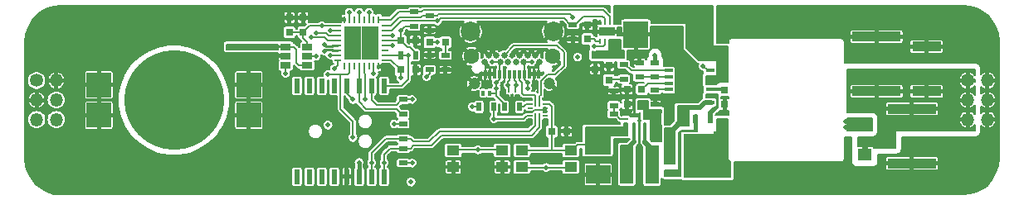
<source format=gbr>
G04 #@! TF.GenerationSoftware,KiCad,Pcbnew,(5.0.0)*
G04 #@! TF.CreationDate,2018-09-28T20:30:43-07:00*
G04 #@! TF.ProjectId,nixie_bottom_board,6E697869655F626F74746F6D5F626F61,rev?*
G04 #@! TF.SameCoordinates,Original*
G04 #@! TF.FileFunction,Copper,L1,Top*
G04 #@! TF.FilePolarity,Positive*
%FSLAX46Y46*%
G04 Gerber Fmt 4.6, Leading zero omitted, Abs format (unit mm)*
G04 Created by KiCad (PCBNEW (5.0.0)) date 09/28/18 20:30:43*
%MOMM*%
%LPD*%
G01*
G04 APERTURE LIST*
G04 #@! TA.AperFunction,SMDPad,CuDef*
%ADD10R,0.750000X0.800000*%
G04 #@! TD*
G04 #@! TA.AperFunction,BGAPad,CuDef*
%ADD11C,10.200000*%
G04 #@! TD*
G04 #@! TA.AperFunction,SMDPad,CuDef*
%ADD12R,2.500000X2.500000*%
G04 #@! TD*
G04 #@! TA.AperFunction,SMDPad,CuDef*
%ADD13R,0.800000X0.800000*%
G04 #@! TD*
G04 #@! TA.AperFunction,SMDPad,CuDef*
%ADD14R,0.900000X0.500000*%
G04 #@! TD*
G04 #@! TA.AperFunction,ComponentPad*
%ADD15C,1.200000*%
G04 #@! TD*
G04 #@! TA.AperFunction,ComponentPad*
%ADD16C,0.650000*%
G04 #@! TD*
G04 #@! TA.AperFunction,ComponentPad*
%ADD17C,2.000000*%
G04 #@! TD*
G04 #@! TA.AperFunction,ComponentPad*
%ADD18C,1.600000*%
G04 #@! TD*
G04 #@! TA.AperFunction,SMDPad,CuDef*
%ADD19R,0.300000X0.900000*%
G04 #@! TD*
G04 #@! TA.AperFunction,SMDPad,CuDef*
%ADD20R,0.800000X0.750000*%
G04 #@! TD*
G04 #@! TA.AperFunction,SMDPad,CuDef*
%ADD21R,0.600000X1.500000*%
G04 #@! TD*
G04 #@! TA.AperFunction,SMDPad,CuDef*
%ADD22R,1.725000X1.725000*%
G04 #@! TD*
G04 #@! TA.AperFunction,SMDPad,CuDef*
%ADD23R,0.250000X0.700000*%
G04 #@! TD*
G04 #@! TA.AperFunction,SMDPad,CuDef*
%ADD24R,0.700000X0.250000*%
G04 #@! TD*
G04 #@! TA.AperFunction,SMDPad,CuDef*
%ADD25R,0.500000X0.900000*%
G04 #@! TD*
G04 #@! TA.AperFunction,ComponentPad*
%ADD26C,1.350000*%
G04 #@! TD*
G04 #@! TA.AperFunction,ComponentPad*
%ADD27O,1.350000X1.350000*%
G04 #@! TD*
G04 #@! TA.AperFunction,SMDPad,CuDef*
%ADD28R,0.200000X0.700000*%
G04 #@! TD*
G04 #@! TA.AperFunction,SMDPad,CuDef*
%ADD29R,0.500000X0.200000*%
G04 #@! TD*
G04 #@! TA.AperFunction,SMDPad,CuDef*
%ADD30R,0.250000X1.800000*%
G04 #@! TD*
G04 #@! TA.AperFunction,SMDPad,CuDef*
%ADD31R,0.600000X0.250000*%
G04 #@! TD*
G04 #@! TA.AperFunction,SMDPad,CuDef*
%ADD32R,0.250000X0.600000*%
G04 #@! TD*
G04 #@! TA.AperFunction,SMDPad,CuDef*
%ADD33R,1.300000X1.000000*%
G04 #@! TD*
G04 #@! TA.AperFunction,SMDPad,CuDef*
%ADD34R,0.200000X0.200000*%
G04 #@! TD*
G04 #@! TA.AperFunction,SMDPad,CuDef*
%ADD35R,0.300000X0.550000*%
G04 #@! TD*
G04 #@! TA.AperFunction,SMDPad,CuDef*
%ADD36R,2.550000X2.700000*%
G04 #@! TD*
G04 #@! TA.AperFunction,SMDPad,CuDef*
%ADD37R,2.500000X1.950000*%
G04 #@! TD*
G04 #@! TA.AperFunction,SMDPad,CuDef*
%ADD38R,1.150000X0.700000*%
G04 #@! TD*
G04 #@! TA.AperFunction,SMDPad,CuDef*
%ADD39R,3.300000X4.200000*%
G04 #@! TD*
G04 #@! TA.AperFunction,SMDPad,CuDef*
%ADD40R,1.300000X4.700000*%
G04 #@! TD*
G04 #@! TA.AperFunction,SMDPad,CuDef*
%ADD41R,1.250000X1.000000*%
G04 #@! TD*
G04 #@! TA.AperFunction,SMDPad,CuDef*
%ADD42R,3.000000X1.000000*%
G04 #@! TD*
G04 #@! TA.AperFunction,SMDPad,CuDef*
%ADD43R,5.000000X1.000000*%
G04 #@! TD*
G04 #@! TA.AperFunction,ComponentPad*
%ADD44C,0.800000*%
G04 #@! TD*
G04 #@! TA.AperFunction,ComponentPad*
%ADD45C,4.500000*%
G04 #@! TD*
G04 #@! TA.AperFunction,ComponentPad*
%ADD46C,5.000000*%
G04 #@! TD*
G04 #@! TA.AperFunction,SMDPad,CuDef*
%ADD47R,1.200000X3.900000*%
G04 #@! TD*
G04 #@! TA.AperFunction,SMDPad,CuDef*
%ADD48R,0.700000X1.300000*%
G04 #@! TD*
G04 #@! TA.AperFunction,SMDPad,CuDef*
%ADD49R,1.060000X0.650000*%
G04 #@! TD*
G04 #@! TA.AperFunction,SMDPad,CuDef*
%ADD50R,0.825000X0.712500*%
G04 #@! TD*
G04 #@! TA.AperFunction,SMDPad,CuDef*
%ADD51R,0.890000X0.420000*%
G04 #@! TD*
G04 #@! TA.AperFunction,SMDPad,CuDef*
%ADD52R,1.400000X1.200000*%
G04 #@! TD*
G04 #@! TA.AperFunction,SMDPad,CuDef*
%ADD53R,0.700000X0.900000*%
G04 #@! TD*
G04 #@! TA.AperFunction,SMDPad,CuDef*
%ADD54R,0.250000X0.500000*%
G04 #@! TD*
G04 #@! TA.AperFunction,SMDPad,CuDef*
%ADD55R,1.600000X0.900000*%
G04 #@! TD*
G04 #@! TA.AperFunction,ViaPad*
%ADD56C,0.508000*%
G04 #@! TD*
G04 #@! TA.AperFunction,Conductor*
%ADD57C,0.200000*%
G04 #@! TD*
G04 #@! TA.AperFunction,Conductor*
%ADD58C,0.300000*%
G04 #@! TD*
G04 #@! TA.AperFunction,Conductor*
%ADD59C,0.400000*%
G04 #@! TD*
G04 #@! TA.AperFunction,Conductor*
%ADD60C,0.150000*%
G04 #@! TD*
G04 #@! TA.AperFunction,Conductor*
%ADD61C,0.250000*%
G04 #@! TD*
G04 #@! TA.AperFunction,Conductor*
%ADD62C,0.127000*%
G04 #@! TD*
G04 APERTURE END LIST*
D10*
G04 #@! TO.P,C17,1*
G04 #@! TO.N,Net-(C17-Pad1)*
X157700000Y-93750000D03*
G04 #@! TO.P,C17,2*
G04 #@! TO.N,/GND*
X157700000Y-92250000D03*
G04 #@! TD*
D11*
G04 #@! TO.P,BT1,1*
G04 #@! TO.N,Net-(BT1-Pad1)*
X115500000Y-100000000D03*
D12*
G04 #@! TO.P,BT1,2*
G04 #@! TO.N,/GND*
X107850000Y-101550000D03*
X107850000Y-98450000D03*
X123150000Y-101550000D03*
X123150000Y-98450000D03*
G04 #@! TD*
D13*
G04 #@! TO.P,D5,1*
G04 #@! TO.N,Net-(D5-Pad1)*
X143200000Y-94100000D03*
G04 #@! TO.P,D5,2*
G04 #@! TO.N,/LED*
X141600000Y-94100000D03*
G04 #@! TD*
D14*
G04 #@! TO.P,R13,2*
G04 #@! TO.N,/GND*
X143200000Y-96900000D03*
G04 #@! TO.P,R13,1*
G04 #@! TO.N,Net-(D5-Pad1)*
X143200000Y-95400000D03*
G04 #@! TD*
D15*
G04 #@! TO.P,J1,S1*
G04 #@! TO.N,/GND*
X146155000Y-98310000D03*
X153845000Y-98310000D03*
D16*
G04 #@! TO.P,J1,B11*
X152400000Y-95410000D03*
G04 #@! TO.P,J1,B10*
X151600000Y-95410000D03*
G04 #@! TO.P,J1,B8*
X150800000Y-95410000D03*
G04 #@! TO.P,J1,B5*
G04 #@! TO.N,/CC2*
X149200000Y-95410000D03*
G04 #@! TO.P,J1,B3*
G04 #@! TO.N,/GND*
X148400000Y-95410000D03*
G04 #@! TO.P,J1,B2*
X147600000Y-95410000D03*
G04 #@! TO.P,J1,B12*
X152800000Y-96110000D03*
G04 #@! TO.P,J1,B9*
G04 #@! TO.N,/VBUS*
X151200000Y-96110000D03*
G04 #@! TO.P,J1,B7*
G04 #@! TO.N,/USB_N*
X150400000Y-96110000D03*
G04 #@! TO.P,J1,B6*
G04 #@! TO.N,/USB_P*
X149600000Y-96110000D03*
G04 #@! TO.P,J1,B4*
G04 #@! TO.N,/VBUS*
X148800000Y-96110000D03*
G04 #@! TO.P,J1,B1*
G04 #@! TO.N,/GND*
X147200000Y-96110000D03*
D17*
G04 #@! TO.P,J1,S1*
X154220000Y-92995000D03*
X145780000Y-92995000D03*
D18*
X145870000Y-95510000D03*
D19*
G04 #@! TO.P,J1,A11*
X147750000Y-97330000D03*
G04 #@! TO.P,J1,A8*
X149250000Y-97330000D03*
G04 #@! TO.P,J1,A9*
G04 #@! TO.N,/VBUS*
X148750000Y-97330000D03*
G04 #@! TO.P,J1,A10*
G04 #@! TO.N,/GND*
X148250000Y-97330000D03*
G04 #@! TO.P,J1,A12*
X147250000Y-97330000D03*
G04 #@! TO.P,J1,A7*
G04 #@! TO.N,/USB_N*
X149750000Y-97330000D03*
G04 #@! TO.P,J1,A6*
G04 #@! TO.N,/USB_P*
X150250000Y-97330000D03*
G04 #@! TO.P,J1,A5*
G04 #@! TO.N,/CC1*
X150750000Y-97330000D03*
G04 #@! TO.P,J1,A4*
G04 #@! TO.N,/VBUS*
X151250000Y-97330000D03*
G04 #@! TO.P,J1,A3*
G04 #@! TO.N,/GND*
X151750000Y-97330000D03*
G04 #@! TO.P,J1,A2*
X152250000Y-97330000D03*
G04 #@! TO.P,J1,A1*
X152750000Y-97330000D03*
D18*
G04 #@! TO.P,J1,S1*
X154130000Y-95510000D03*
G04 #@! TD*
D20*
G04 #@! TO.P,C12,1*
G04 #@! TO.N,/VDD*
X138650000Y-96900000D03*
G04 #@! TO.P,C12,2*
G04 #@! TO.N,/GND*
X140150000Y-96900000D03*
G04 #@! TD*
G04 #@! TO.P,C13,2*
G04 #@! TO.N,/GND*
X140150000Y-93900000D03*
G04 #@! TO.P,C13,1*
G04 #@! TO.N,/VDD*
X138650000Y-93900000D03*
G04 #@! TD*
D21*
G04 #@! TO.P,U4,1*
G04 #@! TO.N,/32kHz*
X136945000Y-98550000D03*
G04 #@! TO.P,U4,2*
G04 #@! TO.N,/VDD*
X135675000Y-98550000D03*
G04 #@! TO.P,U4,3*
G04 #@! TO.N,/RTC*
X134405000Y-98550000D03*
G04 #@! TO.P,U4,4*
G04 #@! TO.N,/NRST*
X133135000Y-98550000D03*
G04 #@! TO.P,U4,5*
G04 #@! TO.N,Net-(U4-Pad5)*
X131865000Y-98550000D03*
G04 #@! TO.P,U4,6*
G04 #@! TO.N,Net-(U4-Pad6)*
X130595000Y-98550000D03*
G04 #@! TO.P,U4,7*
G04 #@! TO.N,Net-(U4-Pad7)*
X129325000Y-98550000D03*
G04 #@! TO.P,U4,8*
G04 #@! TO.N,Net-(U4-Pad8)*
X128055000Y-98550000D03*
G04 #@! TO.P,U4,9*
G04 #@! TO.N,Net-(U4-Pad9)*
X128055000Y-107850000D03*
G04 #@! TO.P,U4,10*
G04 #@! TO.N,Net-(U4-Pad10)*
X129325000Y-107850000D03*
G04 #@! TO.P,U4,11*
G04 #@! TO.N,Net-(U4-Pad11)*
X130595000Y-107850000D03*
G04 #@! TO.P,U4,12*
G04 #@! TO.N,Net-(U4-Pad12)*
X131865000Y-107850000D03*
G04 #@! TO.P,U4,13*
G04 #@! TO.N,/GND*
X133135000Y-107850000D03*
G04 #@! TO.P,U4,14*
G04 #@! TO.N,Net-(BT1-Pad1)*
X134405000Y-107850000D03*
G04 #@! TO.P,U4,15*
G04 #@! TO.N,/SDA*
X135675000Y-107850000D03*
G04 #@! TO.P,U4,16*
G04 #@! TO.N,/SCL*
X136945000Y-107850000D03*
G04 #@! TD*
D22*
G04 #@! TO.P,U2,33*
G04 #@! TO.N,N/C*
X135512500Y-95012500D03*
X135512500Y-93287500D03*
X133787500Y-95012500D03*
X133787500Y-93287500D03*
D23*
G04 #@! TO.P,U2,32*
G04 #@! TO.N,/GND*
X136400000Y-96550000D03*
G04 #@! TO.P,U2,31*
G04 #@! TO.N,Net-(R2-Pad2)*
X135900000Y-96550000D03*
G04 #@! TO.P,U2,30*
G04 #@! TO.N,Net-(U2-Pad30)*
X135400000Y-96550000D03*
G04 #@! TO.P,U2,29*
G04 #@! TO.N,/USB*
X134900000Y-96550000D03*
G04 #@! TO.P,U2,28*
G04 #@! TO.N,/RTC*
X134400000Y-96550000D03*
G04 #@! TO.P,U2,27*
G04 #@! TO.N,Net-(U2-Pad27)*
X133900000Y-96550000D03*
G04 #@! TO.P,U2,26*
G04 #@! TO.N,/SWO*
X133400000Y-96550000D03*
G04 #@! TO.P,U2,25*
G04 #@! TO.N,Net-(U2-Pad25)*
X132900000Y-96550000D03*
D24*
G04 #@! TO.P,U2,24*
G04 #@! TO.N,/SWCLK*
X132250000Y-95900000D03*
G04 #@! TO.P,U2,23*
G04 #@! TO.N,/SWDIO*
X132250000Y-95400000D03*
G04 #@! TO.P,U2,22*
G04 #@! TO.N,/USB_P*
X132250000Y-94900000D03*
G04 #@! TO.P,U2,21*
G04 #@! TO.N,/USB_N*
X132250000Y-94400000D03*
G04 #@! TO.P,U2,20*
G04 #@! TO.N,/SDA*
X132250000Y-93900000D03*
G04 #@! TO.P,U2,19*
G04 #@! TO.N,/SCL*
X132250000Y-93400000D03*
G04 #@! TO.P,U2,18*
G04 #@! TO.N,/MCO*
X132250000Y-92900000D03*
G04 #@! TO.P,U2,17*
G04 #@! TO.N,/VDD*
X132250000Y-92400000D03*
D23*
G04 #@! TO.P,U2,16*
G04 #@! TO.N,/GND*
X132900000Y-91750000D03*
G04 #@! TO.P,U2,15*
G04 #@! TO.N,/AMP_EN*
X133400000Y-91750000D03*
G04 #@! TO.P,U2,14*
G04 #@! TO.N,Net-(U2-Pad14)*
X133900000Y-91750000D03*
G04 #@! TO.P,U2,13*
G04 #@! TO.N,/NIXIE_EN*
X134400000Y-91750000D03*
G04 #@! TO.P,U2,12*
G04 #@! TO.N,Net-(U2-Pad12)*
X134900000Y-91750000D03*
G04 #@! TO.P,U2,11*
G04 #@! TO.N,/DAC*
X135400000Y-91750000D03*
G04 #@! TO.P,U2,10*
G04 #@! TO.N,Net-(U2-Pad10)*
X135900000Y-91750000D03*
G04 #@! TO.P,U2,9*
G04 #@! TO.N,/FAULT*
X136400000Y-91750000D03*
D24*
G04 #@! TO.P,U2,8*
G04 #@! TO.N,/HV_EN*
X137050000Y-92400000D03*
G04 #@! TO.P,U2,7*
G04 #@! TO.N,/ILM*
X137050000Y-92900000D03*
G04 #@! TO.P,U2,6*
G04 #@! TO.N,/LED*
X137050000Y-93400000D03*
G04 #@! TO.P,U2,5*
G04 #@! TO.N,/VDD*
X137050000Y-93900000D03*
G04 #@! TO.P,U2,4*
G04 #@! TO.N,/NRST*
X137050000Y-94400000D03*
G04 #@! TO.P,U2,3*
G04 #@! TO.N,Net-(U2-Pad3)*
X137050000Y-94900000D03*
G04 #@! TO.P,U2,2*
G04 #@! TO.N,/32kHz*
X137050000Y-95400000D03*
G04 #@! TO.P,U2,1*
G04 #@! TO.N,/VDD*
X137050000Y-95900000D03*
G04 #@! TD*
D25*
G04 #@! TO.P,R1,1*
G04 #@! TO.N,/VBUS*
X149250000Y-100700000D03*
G04 #@! TO.P,R1,2*
G04 #@! TO.N,Net-(R1-Pad2)*
X150750000Y-100700000D03*
G04 #@! TD*
D26*
G04 #@! TO.P,J4,1*
G04 #@! TO.N,/VNIXIE*
X101500000Y-98000000D03*
D27*
G04 #@! TO.P,J4,2*
G04 #@! TO.N,/GND*
X103500000Y-98000000D03*
G04 #@! TO.P,J4,3*
X101500000Y-100000000D03*
G04 #@! TO.P,J4,4*
G04 #@! TO.N,/SCL*
X103500000Y-100000000D03*
G04 #@! TO.P,J4,5*
G04 #@! TO.N,/NIXIE_EN*
X101500000Y-102000000D03*
G04 #@! TO.P,J4,6*
G04 #@! TO.N,/SDA*
X103500000Y-102000000D03*
G04 #@! TD*
D26*
G04 #@! TO.P,J3,1*
G04 #@! TO.N,/HV_OUT*
X196500000Y-98000000D03*
D27*
G04 #@! TO.P,J3,2*
G04 #@! TO.N,/GND*
X198500000Y-98000000D03*
G04 #@! TO.P,J3,3*
G04 #@! TO.N,/HV_OUT*
X196500000Y-100000000D03*
G04 #@! TO.P,J3,4*
G04 #@! TO.N,/GND*
X198500000Y-100000000D03*
G04 #@! TO.P,J3,5*
G04 #@! TO.N,/HV_OUT*
X196500000Y-102000000D03*
G04 #@! TO.P,J3,6*
G04 #@! TO.N,/GND*
X198500000Y-102000000D03*
G04 #@! TD*
D28*
G04 #@! TO.P,U1,1*
G04 #@! TO.N,/CC2*
X152800000Y-100350000D03*
G04 #@! TO.P,U1,2*
G04 #@! TO.N,/CC1*
X152400000Y-100350000D03*
D29*
G04 #@! TO.P,U1,3*
G04 #@! TO.N,Net-(R1-Pad2)*
X151850000Y-100400000D03*
G04 #@! TO.P,U1,4*
G04 #@! TO.N,Net-(U1-Pad4)*
X151850000Y-100800000D03*
G04 #@! TO.P,U1,5*
G04 #@! TO.N,/GND*
X151850000Y-101200000D03*
G04 #@! TO.P,U1,6*
G04 #@! TO.N,/USB*
X151850000Y-101600000D03*
D28*
G04 #@! TO.P,U1,7*
G04 #@! TO.N,/SDA*
X152400000Y-101650000D03*
G04 #@! TO.P,U1,8*
G04 #@! TO.N,/SCL*
X152800000Y-101650000D03*
D29*
G04 #@! TO.P,U1,9*
G04 #@! TO.N,Net-(U1-Pad9)*
X153350000Y-101600000D03*
G04 #@! TO.P,U1,10*
G04 #@! TO.N,/GND*
X153350000Y-101200000D03*
G04 #@! TO.P,U1,11*
X153350000Y-100800000D03*
G04 #@! TO.P,U1,12*
G04 #@! TO.N,/VDD*
X153350000Y-100400000D03*
G04 #@! TD*
D30*
G04 #@! TO.P,U3,1*
G04 #@! TO.N,Net-(L1-Pad2)*
X162500000Y-103250000D03*
G04 #@! TO.P,U3,2*
G04 #@! TO.N,/GND*
X163000000Y-103250000D03*
G04 #@! TO.P,U3,3*
G04 #@! TO.N,Net-(L1-Pad1)*
X163500000Y-103250000D03*
D31*
G04 #@! TO.P,U3,4*
G04 #@! TO.N,/VBUS*
X164400000Y-103450000D03*
G04 #@! TO.P,U3,5*
X164400000Y-102950000D03*
G04 #@! TO.P,U3,6*
X164400000Y-102450000D03*
G04 #@! TO.P,U3,7*
X164400000Y-101950000D03*
D32*
G04 #@! TO.P,U3,8*
X163500000Y-101550000D03*
G04 #@! TO.P,U3,9*
G04 #@! TO.N,/GND*
X163000000Y-101550000D03*
G04 #@! TO.P,U3,10*
X162500000Y-101550000D03*
D31*
G04 #@! TO.P,U3,11*
G04 #@! TO.N,Net-(R16-Pad1)*
X161600000Y-101950000D03*
G04 #@! TO.P,U3,12*
G04 #@! TO.N,/VDD*
X161600000Y-102450000D03*
G04 #@! TO.P,U3,13*
X161600000Y-102950000D03*
G04 #@! TO.P,U3,14*
X161600000Y-103450000D03*
G04 #@! TD*
D33*
G04 #@! TO.P,SW1,1*
G04 #@! TO.N,/GND*
X149000000Y-106850000D03*
G04 #@! TO.P,SW1,2*
G04 #@! TO.N,/NRST*
X149000000Y-105150000D03*
X144000000Y-105140000D03*
G04 #@! TO.P,SW1,1*
G04 #@! TO.N,/GND*
X144000000Y-106850000D03*
G04 #@! TD*
G04 #@! TO.P,SW2,1*
G04 #@! TO.N,Net-(R2-Pad2)*
X156000000Y-106850000D03*
G04 #@! TO.P,SW2,2*
G04 #@! TO.N,/VDD*
X156000000Y-105150000D03*
X151000000Y-105140000D03*
G04 #@! TO.P,SW2,1*
G04 #@! TO.N,Net-(R2-Pad2)*
X151000000Y-106850000D03*
G04 #@! TD*
D34*
G04 #@! TO.P,D2,3*
G04 #@! TO.N,/CC2*
X152940000Y-99450000D03*
G04 #@! TO.P,D2,2*
G04 #@! TO.N,/CC1*
X152260000Y-99450000D03*
G04 #@! TO.P,D2,1*
G04 #@! TO.N,/GND*
X152600000Y-99150000D03*
G04 #@! TD*
G04 #@! TO.P,D3,3*
G04 #@! TO.N,/USB_N*
X149660000Y-99150000D03*
G04 #@! TO.P,D3,2*
G04 #@! TO.N,/USB_P*
X150340000Y-99150000D03*
G04 #@! TO.P,D3,1*
G04 #@! TO.N,/GND*
X150000000Y-99450000D03*
G04 #@! TD*
D35*
G04 #@! TO.P,D1,2*
G04 #@! TO.N,Net-(D1-Pad2)*
X147050000Y-99300000D03*
G04 #@! TO.P,D1,1*
G04 #@! TO.N,/VBUS*
X147750000Y-99300000D03*
G04 #@! TD*
D10*
G04 #@! TO.P,C16,2*
G04 #@! TO.N,/GND*
X127300000Y-91550000D03*
G04 #@! TO.P,C16,1*
G04 #@! TO.N,/VDD*
X127300000Y-93050000D03*
G04 #@! TD*
D25*
G04 #@! TO.P,R3,1*
G04 #@! TO.N,/VDD*
X146650000Y-100700000D03*
G04 #@! TO.P,R3,2*
G04 #@! TO.N,/USB*
X148150000Y-100700000D03*
G04 #@! TD*
D20*
G04 #@! TO.P,C3,1*
G04 #@! TO.N,/VBUS*
X163250000Y-100400000D03*
G04 #@! TO.P,C3,2*
G04 #@! TO.N,/GND*
X161750000Y-100400000D03*
G04 #@! TD*
D36*
G04 #@! TO.P,C1,1*
G04 #@! TO.N,/GND*
X162650000Y-93300000D03*
G04 #@! TO.P,C1,2*
G04 #@! TO.N,/HV_IN*
X169000000Y-93300000D03*
G04 #@! TD*
D37*
G04 #@! TO.P,C11,2*
G04 #@! TO.N,/VDD*
X158800000Y-104575000D03*
G04 #@! TO.P,C11,1*
G04 #@! TO.N,/GND*
X158800000Y-107625000D03*
G04 #@! TD*
D38*
G04 #@! TO.P,Q1,2*
G04 #@! TO.N,Net-(Q1-Pad2)*
X166100000Y-107510000D03*
D39*
G04 #@! TO.P,Q1,1*
G04 #@! TO.N,Net-(Q1-Pad1)*
X169135000Y-105600000D03*
D40*
X171200000Y-105600000D03*
D38*
G04 #@! TO.P,Q1,3*
G04 #@! TO.N,Net-(Q1-Pad3)*
X166100000Y-106240000D03*
X166100000Y-103690000D03*
X166100000Y-104960000D03*
G04 #@! TD*
D10*
G04 #@! TO.P,C15,1*
G04 #@! TO.N,/GND*
X128700000Y-91550000D03*
G04 #@! TO.P,C15,2*
G04 #@! TO.N,/VDD*
X128700000Y-93050000D03*
G04 #@! TD*
D20*
G04 #@! TO.P,C14,1*
G04 #@! TO.N,/GND*
X155550000Y-103200000D03*
G04 #@! TO.P,C14,2*
G04 #@! TO.N,/VDD*
X154050000Y-103200000D03*
G04 #@! TD*
D10*
G04 #@! TO.P,C2,1*
G04 #@! TO.N,/VBUS*
X158500000Y-95350000D03*
G04 #@! TO.P,C2,2*
G04 #@! TO.N,/GND*
X158500000Y-96850000D03*
G04 #@! TD*
D20*
G04 #@! TO.P,C6,1*
G04 #@! TO.N,Net-(C6-Pad1)*
X163250000Y-98900000D03*
G04 #@! TO.P,C6,2*
G04 #@! TO.N,/GND*
X161750000Y-98900000D03*
G04 #@! TD*
D41*
G04 #@! TO.P,C4,2*
G04 #@! TO.N,/HV_IN*
X171500000Y-95600000D03*
G04 #@! TO.P,C4,1*
G04 #@! TO.N,/GND*
X171500000Y-93600000D03*
G04 #@! TD*
D42*
G04 #@! TO.P,C9,2*
G04 #@! TO.N,/HV_OUT*
X192300000Y-99100000D03*
G04 #@! TO.P,C9,1*
G04 #@! TO.N,/GND*
X192300000Y-94500000D03*
G04 #@! TD*
D43*
G04 #@! TO.P,C8,2*
G04 #@! TO.N,/HV_OUT*
X190800000Y-100900000D03*
G04 #@! TO.P,C8,1*
G04 #@! TO.N,/GND*
X190800000Y-106500000D03*
G04 #@! TD*
D14*
G04 #@! TO.P,R19,1*
G04 #@! TO.N,/RTC*
X138900000Y-101450000D03*
G04 #@! TO.P,R19,2*
G04 #@! TO.N,/VDD*
X138900000Y-99950000D03*
G04 #@! TD*
D25*
G04 #@! TO.P,R18,1*
G04 #@! TO.N,/VDD*
X140150000Y-95400000D03*
G04 #@! TO.P,R18,2*
G04 #@! TO.N,/32kHz*
X138650000Y-95400000D03*
G04 #@! TD*
D14*
G04 #@! TO.P,R17,1*
G04 #@! TO.N,/GND*
X160400000Y-99050000D03*
G04 #@! TO.P,R17,2*
G04 #@! TO.N,Net-(R16-Pad1)*
X160400000Y-100550000D03*
G04 #@! TD*
G04 #@! TO.P,R16,1*
G04 #@! TO.N,Net-(R16-Pad1)*
X160400000Y-101450000D03*
G04 #@! TO.P,R16,2*
G04 #@! TO.N,/VDD*
X160400000Y-102950000D03*
G04 #@! TD*
D44*
G04 #@! TO.P,MH1,1*
G04 #@! TO.N,/GND*
X104237437Y-91862563D03*
X104750000Y-93100000D03*
X104237437Y-94337437D03*
X103000000Y-94850000D03*
X101762563Y-94337437D03*
X101250000Y-93100000D03*
X101762563Y-91862563D03*
X103000000Y-91350000D03*
D45*
X103000000Y-93100000D03*
G04 #@! TD*
G04 #@! TO.P,MH2,1*
G04 #@! TO.N,/GND*
X103000000Y-107000000D03*
D44*
X103000000Y-105250000D03*
X101762563Y-105762563D03*
X101250000Y-107000000D03*
X101762563Y-108237437D03*
X103000000Y-108750000D03*
X104237437Y-108237437D03*
X104750000Y-107000000D03*
X104237437Y-105762563D03*
G04 #@! TD*
G04 #@! TO.P,MH3,1*
G04 #@! TO.N,/GND*
X198237437Y-91762563D03*
X198750000Y-93000000D03*
X198237437Y-94237437D03*
X197000000Y-94750000D03*
X195762563Y-94237437D03*
X195250000Y-93000000D03*
X195762563Y-91762563D03*
X197000000Y-91250000D03*
D45*
X197000000Y-93000000D03*
G04 #@! TD*
G04 #@! TO.P,MH4,1*
G04 #@! TO.N,/GND*
X197000000Y-107200000D03*
D44*
X197000000Y-105450000D03*
X195762563Y-105962563D03*
X195250000Y-107200000D03*
X195762563Y-108437437D03*
X197000000Y-108950000D03*
X198237437Y-108437437D03*
X198750000Y-107200000D03*
X198237437Y-105962563D03*
G04 #@! TD*
D46*
G04 #@! TO.P,MH6,1*
G04 #@! TO.N,/GND*
X157000000Y-100000000D03*
D44*
X158875000Y-100000000D03*
X158325825Y-101325825D03*
X157000000Y-101875000D03*
X155674175Y-101325825D03*
X155125000Y-100000000D03*
X155674175Y-98674175D03*
X157000000Y-98125000D03*
X158325825Y-98674175D03*
G04 #@! TD*
G04 #@! TO.P,MH5,1*
G04 #@! TO.N,/GND*
X144325825Y-98674175D03*
X143000000Y-98125000D03*
X141674175Y-98674175D03*
X141125000Y-100000000D03*
X141674175Y-101325825D03*
X143000000Y-101875000D03*
X144325825Y-101325825D03*
X144875000Y-100000000D03*
D46*
X143000000Y-100000000D03*
G04 #@! TD*
D10*
G04 #@! TO.P,C5,2*
G04 #@! TO.N,/GND*
X159900000Y-96450000D03*
G04 #@! TO.P,C5,1*
G04 #@! TO.N,Net-(C5-Pad1)*
X159900000Y-97950000D03*
G04 #@! TD*
G04 #@! TO.P,C7,2*
G04 #@! TO.N,/GND*
X171700000Y-100450000D03*
G04 #@! TO.P,C7,1*
G04 #@! TO.N,Net-(C7-Pad1)*
X171700000Y-98950000D03*
G04 #@! TD*
D14*
G04 #@! TO.P,R9,1*
G04 #@! TO.N,/GND*
X163000000Y-96150000D03*
G04 #@! TO.P,R9,2*
G04 #@! TO.N,Net-(R10-Pad2)*
X163000000Y-97650000D03*
G04 #@! TD*
G04 #@! TO.P,R6,1*
G04 #@! TO.N,/GND*
X164600000Y-100450000D03*
G04 #@! TO.P,R6,2*
G04 #@! TO.N,Net-(R6-Pad2)*
X164600000Y-98950000D03*
G04 #@! TD*
D47*
G04 #@! TO.P,L1,1*
G04 #@! TO.N,Net-(L1-Pad1)*
X164400000Y-106600000D03*
G04 #@! TO.P,L1,2*
G04 #@! TO.N,Net-(L1-Pad2)*
X161600000Y-106600000D03*
G04 #@! TD*
D14*
G04 #@! TO.P,R7,1*
G04 #@! TO.N,Net-(R7-Pad1)*
X161400000Y-96350000D03*
G04 #@! TO.P,R7,2*
G04 #@! TO.N,Net-(C5-Pad1)*
X161400000Y-97850000D03*
G04 #@! TD*
G04 #@! TO.P,R5,1*
G04 #@! TO.N,/SCL*
X138900000Y-104950000D03*
G04 #@! TO.P,R5,2*
G04 #@! TO.N,/VDD*
X138900000Y-106450000D03*
G04 #@! TD*
G04 #@! TO.P,R2,1*
G04 #@! TO.N,/GND*
X141600000Y-95400000D03*
G04 #@! TO.P,R2,2*
G04 #@! TO.N,Net-(R2-Pad2)*
X141600000Y-96900000D03*
G04 #@! TD*
D25*
G04 #@! TO.P,R8,1*
G04 #@! TO.N,Net-(Q1-Pad2)*
X168750000Y-101900000D03*
G04 #@! TO.P,R8,2*
G04 #@! TO.N,Net-(R8-Pad2)*
X170250000Y-101900000D03*
G04 #@! TD*
D14*
G04 #@! TO.P,R10,2*
G04 #@! TO.N,Net-(R10-Pad2)*
X164600000Y-97650000D03*
G04 #@! TO.P,R10,1*
G04 #@! TO.N,/HV_OUT*
X164600000Y-96150000D03*
G04 #@! TD*
D43*
G04 #@! TO.P,C10,1*
G04 #@! TO.N,/GND*
X187200000Y-93500000D03*
G04 #@! TO.P,C10,2*
G04 #@! TO.N,/HV_OUT*
X187200000Y-99100000D03*
G04 #@! TD*
D14*
G04 #@! TO.P,R4,1*
G04 #@! TO.N,/SDA*
X138900000Y-103950000D03*
G04 #@! TO.P,R4,2*
G04 #@! TO.N,/VDD*
X138900000Y-102450000D03*
G04 #@! TD*
D48*
G04 #@! TO.P,R11,2*
G04 #@! TO.N,Net-(Q1-Pad3)*
X167750000Y-101900000D03*
G04 #@! TO.P,R11,1*
G04 #@! TO.N,/GND*
X165850000Y-101900000D03*
G04 #@! TD*
D49*
G04 #@! TO.P,U5,1*
G04 #@! TO.N,/VNIXIE*
X126900000Y-94550000D03*
G04 #@! TO.P,U5,2*
G04 #@! TO.N,/GND*
X126900000Y-95500000D03*
G04 #@! TO.P,U5,3*
G04 #@! TO.N,/DAC*
X126900000Y-96450000D03*
G04 #@! TO.P,U5,4*
G04 #@! TO.N,/VNIXIE*
X129100000Y-96450000D03*
G04 #@! TO.P,U5,6*
G04 #@! TO.N,/VDD*
X129100000Y-94550000D03*
G04 #@! TO.P,U5,5*
G04 #@! TO.N,/AMP_EN*
X129100000Y-95500000D03*
G04 #@! TD*
D50*
G04 #@! TO.P,U6,13*
G04 #@! TO.N,/GND*
X167687500Y-97531250D03*
X167687500Y-98243750D03*
X167687500Y-98956250D03*
X167687500Y-99668750D03*
X168512500Y-97531250D03*
X168512500Y-98243750D03*
X168512500Y-98956250D03*
X168512500Y-99668750D03*
D51*
G04 #@! TO.P,U6,12*
G04 #@! TO.N,/HV_EN*
X170205000Y-96975000D03*
G04 #@! TO.P,U6,11*
G04 #@! TO.N,/HV_IN*
X170205000Y-97625000D03*
G04 #@! TO.P,U6,10*
X170205000Y-98275000D03*
G04 #@! TO.P,U6,9*
G04 #@! TO.N,Net-(C7-Pad1)*
X170205000Y-98925000D03*
G04 #@! TO.P,U6,8*
G04 #@! TO.N,Net-(R8-Pad2)*
X170205000Y-99575000D03*
G04 #@! TO.P,U6,7*
G04 #@! TO.N,Net-(Q1-Pad3)*
X170205000Y-100225000D03*
G04 #@! TO.P,U6,6*
G04 #@! TO.N,/GND*
X165995000Y-100225000D03*
G04 #@! TO.P,U6,5*
X165995000Y-99575000D03*
G04 #@! TO.P,U6,4*
G04 #@! TO.N,Net-(R6-Pad2)*
X165995000Y-98925000D03*
G04 #@! TO.P,U6,3*
G04 #@! TO.N,Net-(C6-Pad1)*
X165995000Y-98275000D03*
G04 #@! TO.P,U6,2*
G04 #@! TO.N,Net-(R10-Pad2)*
X165995000Y-97625000D03*
G04 #@! TO.P,U6,1*
G04 #@! TO.N,Net-(R7-Pad1)*
X165995000Y-96975000D03*
G04 #@! TD*
D52*
G04 #@! TO.P,D4,1*
G04 #@! TO.N,/HV_OUT*
X186000000Y-105550000D03*
G04 #@! TO.P,D4,2*
G04 #@! TO.N,Net-(D4-Pad2)*
X186000000Y-102450000D03*
G04 #@! TD*
D14*
G04 #@! TO.P,R12,2*
G04 #@! TO.N,/GND*
X141600000Y-92850000D03*
G04 #@! TO.P,R12,1*
G04 #@! TO.N,/HV_EN*
X141600000Y-91350000D03*
G04 #@! TD*
G04 #@! TO.P,R14,1*
G04 #@! TO.N,/ILM*
X156200000Y-92250000D03*
G04 #@! TO.P,R14,2*
G04 #@! TO.N,/GND*
X156200000Y-93750000D03*
G04 #@! TD*
G04 #@! TO.P,R15,1*
G04 #@! TO.N,/VDD*
X140000000Y-92450000D03*
G04 #@! TO.P,R15,2*
G04 #@! TO.N,/FAULT*
X140000000Y-90950000D03*
G04 #@! TD*
D53*
G04 #@! TO.P,U7,9*
G04 #@! TO.N,/GND*
X159250000Y-93000000D03*
X160150000Y-93000000D03*
D54*
G04 #@! TO.P,U7,6*
G04 #@! TO.N,/FAULT*
X159950000Y-92050000D03*
G04 #@! TO.P,U7,5*
G04 #@! TO.N,/HV_IN*
X160450000Y-92050000D03*
G04 #@! TO.P,U7,4*
G04 #@! TO.N,/VBUS*
X160450000Y-93950000D03*
G04 #@! TO.P,U7,2*
G04 #@! TO.N,/HV_EN*
X159450000Y-93950000D03*
G04 #@! TO.P,U7,1*
G04 #@! TO.N,Net-(C17-Pad1)*
X158950000Y-93950000D03*
D55*
G04 #@! TO.P,U7,9*
G04 #@! TO.N,/GND*
X159700000Y-93000000D03*
D54*
G04 #@! TO.P,U7,8*
X158950000Y-92050000D03*
G04 #@! TO.P,U7,7*
G04 #@! TO.N,/ILM*
X159450000Y-92050000D03*
G04 #@! TO.P,U7,3*
G04 #@! TO.N,/VBUS*
X159950000Y-93950000D03*
G04 #@! TD*
D56*
G04 #@! TO.N,Net-(Q1-Pad1)*
X171200000Y-105200000D03*
X171800000Y-105200000D03*
X171200000Y-104600000D03*
X171800000Y-104600000D03*
X171200000Y-104000000D03*
X171800000Y-104000000D03*
X171200000Y-103400000D03*
X171800000Y-103400000D03*
X171200000Y-102800000D03*
X171800000Y-102800000D03*
X171200000Y-102200000D03*
X171800000Y-102200000D03*
G04 #@! TO.N,/HV_OUT*
X164600000Y-95400000D03*
X190250000Y-100000000D03*
G04 #@! TO.N,/VBUS*
X165000000Y-101400000D03*
X164400000Y-101400000D03*
X165000000Y-102000000D03*
X165000000Y-102600000D03*
X165000000Y-103200000D03*
X160200000Y-94900000D03*
X159300000Y-95400000D03*
X159900000Y-95400000D03*
X160500000Y-95400000D03*
X161100000Y-95400000D03*
X160800000Y-94900000D03*
X151600000Y-98200000D03*
X151600000Y-98800000D03*
X148400000Y-98200000D03*
X148400000Y-98800000D03*
X152000000Y-96100000D03*
X148000000Y-96100000D03*
X165000000Y-103800000D03*
X156700000Y-95600000D03*
G04 #@! TO.N,/VDD*
X159600000Y-103100000D03*
X159000000Y-103100000D03*
X158400000Y-103100000D03*
X157800000Y-103100000D03*
X130600000Y-92400000D03*
X139800000Y-106450000D03*
X145950000Y-100700000D03*
X139700000Y-108400000D03*
X138000000Y-102450000D03*
X138650000Y-92850000D03*
X139800000Y-99950000D03*
X138650000Y-97700000D03*
X131230000Y-102565000D03*
G04 #@! TO.N,/VNIXIE*
X121200000Y-94550000D03*
G04 #@! TO.N,/SCL*
X130000000Y-93100000D03*
X136950000Y-106400000D03*
G04 #@! TO.N,/SDA*
X129500000Y-93600000D03*
X135675000Y-106400000D03*
G04 #@! TO.N,/HV_EN*
X169500000Y-96500000D03*
X158400000Y-94500000D03*
X156200000Y-91500000D03*
G04 #@! TO.N,/SWO*
X133770000Y-103835000D03*
X131225000Y-97400000D03*
G04 #@! TO.N,/NRST*
X137800000Y-94400000D03*
X146500000Y-105100000D03*
X133770000Y-99950000D03*
G04 #@! TO.N,/DAC*
X135400000Y-91000000D03*
X126900000Y-97250000D03*
G04 #@! TO.N,/USB_N*
X149600000Y-98500000D03*
X130900000Y-94325000D03*
G04 #@! TO.N,/USB_P*
X130900000Y-94975000D03*
X150400000Y-98500000D03*
G04 #@! TO.N,Net-(D4-Pad2)*
X184000000Y-102800000D03*
X184600000Y-102800000D03*
X185800000Y-102800000D03*
X186400000Y-102800000D03*
X186400000Y-102200000D03*
X185800000Y-102200000D03*
X184600000Y-102200000D03*
X184000000Y-102200000D03*
X185200000Y-102200000D03*
X185200000Y-102800000D03*
G04 #@! TO.N,/SWDIO*
X131500000Y-95400000D03*
G04 #@! TO.N,/SWCLK*
X131875000Y-96800000D03*
G04 #@! TO.N,/GND*
X171800000Y-93200000D03*
X171200000Y-93200000D03*
X171200000Y-93800000D03*
X171800000Y-93800000D03*
X171900000Y-101300000D03*
X171300000Y-101300000D03*
X163000000Y-105200000D03*
X163000000Y-105800000D03*
X163000000Y-106400000D03*
X163000000Y-107000000D03*
X167687500Y-99668750D03*
X168512500Y-99668750D03*
X168512500Y-98956250D03*
X167687500Y-98956250D03*
X167687500Y-98243750D03*
X168512500Y-98243750D03*
X168512500Y-97531250D03*
X167687500Y-97531250D03*
X150000000Y-100700000D03*
X128000000Y-92250000D03*
X157900000Y-106300000D03*
X158500000Y-106300000D03*
X159100000Y-106300000D03*
X159700000Y-106300000D03*
X166350000Y-100800000D03*
X165750000Y-100800000D03*
X164600000Y-99750000D03*
X164500000Y-93600000D03*
X164500000Y-93000000D03*
X165100000Y-93000000D03*
X165100000Y-93600000D03*
X162100000Y-95200000D03*
X162700000Y-95200000D03*
X163300000Y-95200000D03*
X132500000Y-102565000D03*
G04 #@! TO.N,/HV_IN*
X171800000Y-94800000D03*
X171200000Y-94800000D03*
X171200000Y-95400000D03*
X171800000Y-95400000D03*
X171800000Y-97200000D03*
X171800000Y-97800000D03*
X171200000Y-97200000D03*
X171200000Y-97800000D03*
X171800000Y-96600000D03*
X171200000Y-96600000D03*
X171200000Y-96000000D03*
X171800000Y-96000000D03*
G04 #@! TO.N,/USB*
X135050000Y-99950000D03*
X148150000Y-101900000D03*
G04 #@! TO.N,/ILM*
X142400000Y-91900000D03*
G04 #@! TO.N,/32kHz*
X139400000Y-95400000D03*
G04 #@! TO.N,/AMP_EN*
X130000000Y-95500000D03*
X133400000Y-91000000D03*
G04 #@! TO.N,Net-(BT1-Pad1)*
X114900000Y-100000000D03*
X115500000Y-100600000D03*
X115500000Y-99400000D03*
X134400000Y-106400000D03*
X116100000Y-100000000D03*
X115500000Y-100000000D03*
G04 #@! TO.N,Net-(R2-Pad2)*
X135900000Y-97300000D03*
X153500000Y-106900000D03*
X141300000Y-97600000D03*
G04 #@! TO.N,/NIXIE_EN*
X134400000Y-91000000D03*
G04 #@! TO.N,/MCO*
X131500000Y-92900000D03*
G04 #@! TO.N,/LED*
X137800000Y-93400000D03*
X142400000Y-94100000D03*
G04 #@! TD*
D57*
G04 #@! TO.N,Net-(R1-Pad2)*
X151150000Y-100700000D02*
X151450000Y-100400000D01*
X151450000Y-100400000D02*
X151850000Y-100400000D01*
X150750000Y-100700000D02*
X151150000Y-100700000D01*
G04 #@! TO.N,Net-(R6-Pad2)*
X164625000Y-98925000D02*
X164600000Y-98950000D01*
X165995000Y-98925000D02*
X164625000Y-98925000D01*
D58*
G04 #@! TO.N,Net-(C7-Pad1)*
X171675000Y-98925000D02*
X171700000Y-98950000D01*
X170205000Y-98925000D02*
X171675000Y-98925000D01*
D59*
G04 #@! TO.N,/HV_OUT*
X164600000Y-96150000D02*
X164600000Y-95400000D01*
D57*
G04 #@! TO.N,/VBUS*
X148750000Y-96160000D02*
X148800000Y-96110000D01*
X148750000Y-97330000D02*
X148750000Y-96160000D01*
X151250000Y-97330000D02*
X151250000Y-96160000D01*
X151250000Y-96160000D02*
X151200000Y-96110000D01*
X151250000Y-97330000D02*
X151250000Y-97850000D01*
X151250000Y-97850000D02*
X151600000Y-98200000D01*
X151600000Y-98200000D02*
X151600000Y-98800000D01*
X148400000Y-98200000D02*
X148400000Y-98800000D01*
X149250000Y-100450000D02*
X149250000Y-100700000D01*
X148400000Y-99600000D02*
X149250000Y-100450000D01*
X147750000Y-99300000D02*
X148400000Y-99300000D01*
X148400000Y-98800000D02*
X148400000Y-99300000D01*
X148400000Y-99300000D02*
X148400000Y-99600000D01*
X148750000Y-97330000D02*
X148750000Y-97850000D01*
X148750000Y-97850000D02*
X148400000Y-98200000D01*
X151200000Y-96110000D02*
X151990000Y-96110000D01*
X151990000Y-96110000D02*
X152000000Y-96100000D01*
X148800000Y-96110000D02*
X148010000Y-96110000D01*
X148010000Y-96110000D02*
X148000000Y-96100000D01*
G04 #@! TO.N,/VDD*
X154000000Y-103150000D02*
X154050000Y-103200000D01*
X157925000Y-103900000D02*
X158800000Y-104775000D01*
X156000000Y-105150000D02*
X156150000Y-105150000D01*
X156725000Y-104575000D02*
X158800000Y-104575000D01*
X156150000Y-105150000D02*
X156725000Y-104575000D01*
X156000000Y-105150000D02*
X155950000Y-105150000D01*
X153350000Y-100400000D02*
X153800000Y-100400000D01*
X153800000Y-100400000D02*
X154050000Y-100650000D01*
X154050000Y-100650000D02*
X154050000Y-103200000D01*
X128700000Y-93650000D02*
X128700000Y-93050000D01*
X129100000Y-94550000D02*
X129100000Y-94050000D01*
X129100000Y-94050000D02*
X128700000Y-93650000D01*
X127300000Y-93050000D02*
X128700000Y-93050000D01*
X129350000Y-92400000D02*
X128700000Y-93050000D01*
X132250000Y-92400000D02*
X130600000Y-92400000D01*
X130600000Y-92400000D02*
X129350000Y-92400000D01*
X138900000Y-106450000D02*
X139800000Y-106450000D01*
X155990000Y-105140000D02*
X156000000Y-105150000D01*
X154050000Y-105090000D02*
X154100000Y-105140000D01*
X154050000Y-103200000D02*
X154050000Y-105090000D01*
X151000000Y-105140000D02*
X154100000Y-105140000D01*
X154100000Y-105140000D02*
X155990000Y-105140000D01*
X146650000Y-100700000D02*
X145950000Y-100700000D01*
X138900000Y-102450000D02*
X138000000Y-102450000D01*
X137050000Y-93900000D02*
X138650000Y-93900000D01*
X140150000Y-95400000D02*
X140150000Y-95150000D01*
X140150000Y-95150000D02*
X139600000Y-94600000D01*
X139350000Y-94600000D02*
X138650000Y-93900000D01*
X139600000Y-94600000D02*
X139350000Y-94600000D01*
X139050000Y-92450000D02*
X140000000Y-92450000D01*
X138650000Y-93900000D02*
X138650000Y-92850000D01*
X138650000Y-92850000D02*
X139050000Y-92450000D01*
X138900000Y-99950000D02*
X139800000Y-99950000D01*
X137650000Y-95900000D02*
X137050000Y-95900000D01*
X138650000Y-96900000D02*
X137650000Y-95900000D01*
X138650000Y-96900000D02*
X138650000Y-97700000D01*
X138750000Y-99950000D02*
X138900000Y-99950000D01*
X138200000Y-100500000D02*
X138750000Y-99950000D01*
X136200000Y-100500000D02*
X138200000Y-100500000D01*
X135675000Y-98550000D02*
X135675000Y-99975000D01*
X135675000Y-99975000D02*
X136200000Y-100500000D01*
G04 #@! TO.N,/VNIXIE*
X126900000Y-94550000D02*
X127750000Y-94550000D01*
X127750000Y-94550000D02*
X128000000Y-94800000D01*
X128000000Y-94800000D02*
X128000000Y-96200000D01*
X128250000Y-96450000D02*
X129100000Y-96450000D01*
X128000000Y-96200000D02*
X128250000Y-96450000D01*
G04 #@! TO.N,/SCL*
X130000000Y-93100000D02*
X131000000Y-93100000D01*
X131300000Y-93400000D02*
X132250000Y-93400000D01*
X131000000Y-93100000D02*
X131300000Y-93400000D01*
X136945000Y-107850000D02*
X136945000Y-106405000D01*
X136945000Y-106405000D02*
X136950000Y-106400000D01*
X137550000Y-104950000D02*
X138900000Y-104950000D01*
X136950000Y-106400000D02*
X136950000Y-105550000D01*
X136950000Y-105550000D02*
X137550000Y-104950000D01*
X152800000Y-102800000D02*
X152800000Y-101650000D01*
X139650000Y-104950000D02*
X139950000Y-104650000D01*
X138900000Y-104950000D02*
X139650000Y-104950000D01*
X139950000Y-104650000D02*
X141750000Y-104650000D01*
X142800000Y-103600000D02*
X152000000Y-103600000D01*
X141750000Y-104650000D02*
X142800000Y-103600000D01*
X152000000Y-103600000D02*
X152800000Y-102800000D01*
G04 #@! TO.N,/SDA*
X131200000Y-93900000D02*
X132250000Y-93900000D01*
X130900000Y-93600000D02*
X131200000Y-93900000D01*
X129500000Y-93600000D02*
X130900000Y-93600000D01*
X135675000Y-107850000D02*
X135675000Y-106400000D01*
X137150000Y-103950000D02*
X138900000Y-103950000D01*
X135675000Y-106400000D02*
X135675000Y-105425000D01*
X135675000Y-105425000D02*
X137150000Y-103950000D01*
X152400000Y-102600000D02*
X152400000Y-101650000D01*
X139650000Y-103950000D02*
X139950000Y-104250000D01*
X138900000Y-103950000D02*
X139650000Y-103950000D01*
X139950000Y-104250000D02*
X141550000Y-104250000D01*
X141550000Y-104250000D02*
X142600000Y-103200000D01*
X142600000Y-103200000D02*
X151800000Y-103200000D01*
X151800000Y-103200000D02*
X152400000Y-102600000D01*
G04 #@! TO.N,/HV_EN*
X170205000Y-96975000D02*
X169975000Y-96975000D01*
X169975000Y-96975000D02*
X169500000Y-96500000D01*
X140850000Y-91350000D02*
X141600000Y-91350000D01*
X140700000Y-91500000D02*
X140850000Y-91350000D01*
X138500000Y-91500000D02*
X140700000Y-91500000D01*
X137050000Y-92400000D02*
X137600000Y-92400000D01*
X137600000Y-92400000D02*
X138500000Y-91500000D01*
X159450000Y-93950000D02*
X159450000Y-94350000D01*
X159450000Y-94350000D02*
X159300000Y-94500000D01*
X159300000Y-94500000D02*
X158400000Y-94500000D01*
X156200000Y-91500000D02*
X155900000Y-91200000D01*
X142350000Y-91350000D02*
X141600000Y-91350000D01*
X142500000Y-91200000D02*
X142350000Y-91350000D01*
X155900000Y-91200000D02*
X142500000Y-91200000D01*
G04 #@! TO.N,Net-(R10-Pad2)*
X165970000Y-97650000D02*
X165995000Y-97625000D01*
X164600000Y-97650000D02*
X165970000Y-97650000D01*
X164600000Y-97650000D02*
X163000000Y-97650000D01*
G04 #@! TO.N,/SWO*
X133400000Y-97200000D02*
X133400000Y-96550000D01*
X133200000Y-97400000D02*
X133400000Y-97200000D01*
X131225000Y-97400000D02*
X133200000Y-97400000D01*
X132500000Y-100900000D02*
X132500000Y-97400000D01*
X133770000Y-103835000D02*
X133770000Y-102170000D01*
X133770000Y-102170000D02*
X132500000Y-100900000D01*
X131325000Y-97400000D02*
X131225000Y-97400000D01*
G04 #@! TO.N,/NRST*
X137050000Y-94400000D02*
X137800000Y-94400000D01*
X148990000Y-105140000D02*
X149000000Y-105150000D01*
X148950000Y-105100000D02*
X149000000Y-105150000D01*
X146500000Y-105100000D02*
X148950000Y-105100000D01*
X144040000Y-105100000D02*
X144000000Y-105140000D01*
X146500000Y-105100000D02*
X144040000Y-105100000D01*
X133135000Y-99315000D02*
X133770000Y-99950000D01*
X133135000Y-98550000D02*
X133135000Y-99315000D01*
G04 #@! TO.N,/CC1*
X152400000Y-99590000D02*
X152400000Y-100300000D01*
X152260000Y-99450000D02*
X152400000Y-99590000D01*
X150750000Y-97950000D02*
X151000000Y-98200000D01*
X150750000Y-97330000D02*
X150750000Y-97950000D01*
X151000000Y-98200000D02*
X151000000Y-99300000D01*
X151000000Y-99300000D02*
X151150000Y-99450000D01*
X151150000Y-99450000D02*
X152260000Y-99450000D01*
D60*
G04 #@! TO.N,/CC2*
X152800000Y-99590000D02*
X152800000Y-100300000D01*
X152940000Y-99450000D02*
X152800000Y-99590000D01*
X154400000Y-97400000D02*
X153600000Y-97400000D01*
X152940000Y-98060000D02*
X152940000Y-99450000D01*
X155300000Y-96500000D02*
X154400000Y-97400000D01*
X155300000Y-95100000D02*
X155300000Y-96500000D01*
X154600000Y-94400000D02*
X155300000Y-95100000D01*
X149200000Y-95410000D02*
X150210000Y-94400000D01*
X150210000Y-94400000D02*
X154600000Y-94400000D01*
X153600000Y-97400000D02*
X152940000Y-98060000D01*
D57*
G04 #@! TO.N,/DAC*
X135400000Y-91750000D02*
X135400000Y-91000000D01*
X126900000Y-96450000D02*
X126900000Y-97250000D01*
G04 #@! TO.N,/USB_N*
X149660000Y-99150000D02*
X149660000Y-98560000D01*
X149660000Y-98560000D02*
X149600000Y-98500000D01*
X149600000Y-98500000D02*
X149600000Y-98100000D01*
X149750000Y-97950000D02*
X149750000Y-97330000D01*
X149600000Y-98100000D02*
X149750000Y-97950000D01*
D61*
X132250000Y-94400000D02*
X131724999Y-94400000D01*
X131724999Y-94400000D02*
X131663499Y-94461500D01*
X131036500Y-94461500D02*
X131663499Y-94461500D01*
X130900000Y-94325000D02*
X131036500Y-94461500D01*
D57*
G04 #@! TO.N,/USB_P*
X150400000Y-98500000D02*
X150400000Y-98100000D01*
X150400000Y-98100000D02*
X150250000Y-97950000D01*
X150250000Y-97950000D02*
X150250000Y-97330000D01*
X150340000Y-98560000D02*
X150400000Y-98500000D01*
X150340000Y-99150000D02*
X150340000Y-98560000D01*
D61*
X131724999Y-94900000D02*
X131663499Y-94838500D01*
X132250000Y-94900000D02*
X131724999Y-94900000D01*
X131036500Y-94838500D02*
X131663499Y-94838500D01*
X130900000Y-94975000D02*
X131036500Y-94838500D01*
D57*
G04 #@! TO.N,/SWDIO*
X132250000Y-95400000D02*
X131500000Y-95400000D01*
G04 #@! TO.N,/SWCLK*
X132250000Y-95900000D02*
X132250000Y-96425000D01*
X132250000Y-96425000D02*
X131875000Y-96800000D01*
G04 #@! TO.N,Net-(R7-Pad1)*
X165995000Y-96975000D02*
X162175000Y-96975000D01*
X161550000Y-96350000D02*
X161400000Y-96350000D01*
X162175000Y-96975000D02*
X161550000Y-96350000D01*
G04 #@! TO.N,/GND*
X151750000Y-97330000D02*
X152250000Y-97330000D01*
X152250000Y-97330000D02*
X152750000Y-97330000D01*
X152750000Y-96160000D02*
X152800000Y-96110000D01*
X152750000Y-97330000D02*
X152750000Y-96160000D01*
X148250000Y-97330000D02*
X147750000Y-97330000D01*
X147750000Y-97330000D02*
X147250000Y-97330000D01*
X147250000Y-96160000D02*
X147200000Y-96110000D01*
X147250000Y-97330000D02*
X147250000Y-96160000D01*
D59*
X162125000Y-93200000D02*
X162625000Y-93700000D01*
X162350000Y-93000000D02*
X162650000Y-93300000D01*
D57*
X148990000Y-106850000D02*
X149000000Y-106860000D01*
D62*
X151850000Y-101200000D02*
X152100000Y-101200000D01*
X152100000Y-101200000D02*
X152300000Y-101000000D01*
X152300000Y-101000000D02*
X153300000Y-101000000D01*
D57*
X150000000Y-99900000D02*
X150000000Y-99450000D01*
X149500000Y-99900000D02*
X150000000Y-99900000D01*
X149000000Y-99400000D02*
X149500000Y-99900000D01*
X149000000Y-98200000D02*
X149000000Y-99400000D01*
X149250000Y-97330000D02*
X149250000Y-97950000D01*
X149250000Y-97950000D02*
X149000000Y-98200000D01*
X150000000Y-99900000D02*
X150000000Y-100700000D01*
X152600000Y-99150000D02*
X152600000Y-98500000D01*
X152250000Y-98150000D02*
X152250000Y-97330000D01*
X152600000Y-98500000D02*
X152250000Y-98150000D01*
G04 #@! TO.N,/USB*
X134900000Y-96550000D02*
X134900000Y-97200000D01*
X134900000Y-97200000D02*
X135050000Y-97350000D01*
X135050000Y-97350000D02*
X135050000Y-99950000D01*
X148150000Y-101900000D02*
X148150000Y-100700000D01*
X151500000Y-101600000D02*
X151850000Y-101600000D01*
X148150000Y-101900000D02*
X151200000Y-101900000D01*
X151200000Y-101900000D02*
X151500000Y-101600000D01*
G04 #@! TO.N,/ILM*
X138700000Y-91900000D02*
X142400000Y-91900000D01*
X137050000Y-92900000D02*
X137700000Y-92900000D01*
X137700000Y-92900000D02*
X138700000Y-91900000D01*
X159450000Y-91600000D02*
X159250000Y-91400000D01*
X159450000Y-92050000D02*
X159450000Y-91600000D01*
X156450000Y-92250000D02*
X156200000Y-92250000D01*
X157300000Y-91400000D02*
X156450000Y-92250000D01*
X159250000Y-91400000D02*
X157300000Y-91400000D01*
X142700000Y-91600000D02*
X142400000Y-91900000D01*
X155300000Y-91600000D02*
X142700000Y-91600000D01*
X156200000Y-92250000D02*
X155950000Y-92250000D01*
X155950000Y-92250000D02*
X155300000Y-91600000D01*
G04 #@! TO.N,/FAULT*
X136400000Y-91750000D02*
X137650000Y-91750000D01*
X138450000Y-90950000D02*
X140000000Y-90950000D01*
X137650000Y-91750000D02*
X138450000Y-90950000D01*
X140750000Y-90950000D02*
X140000000Y-90950000D01*
X140900000Y-90800000D02*
X140750000Y-90950000D01*
X159300000Y-90800000D02*
X140900000Y-90800000D01*
X159950000Y-92050000D02*
X159950000Y-91450000D01*
X159950000Y-91450000D02*
X159300000Y-90800000D01*
G04 #@! TO.N,/RTC*
X134345382Y-98637282D02*
X134350382Y-98642282D01*
X134400000Y-98545000D02*
X134405000Y-98550000D01*
X134400000Y-96550000D02*
X134400000Y-98545000D01*
X134405000Y-100205000D02*
X134405000Y-98550000D01*
X135100000Y-100900000D02*
X134405000Y-100205000D01*
X138200000Y-100900000D02*
X135100000Y-100900000D01*
X138900000Y-101450000D02*
X138750000Y-101450000D01*
X138750000Y-101450000D02*
X138200000Y-100900000D01*
G04 #@! TO.N,/32kHz*
X137050000Y-95400000D02*
X138650000Y-95400000D01*
X138650000Y-95400000D02*
X139400000Y-95400000D01*
X139400000Y-95400000D02*
X139400000Y-97900000D01*
X138750000Y-98550000D02*
X136945000Y-98550000D01*
X139400000Y-97900000D02*
X138750000Y-98550000D01*
G04 #@! TO.N,Net-(C5-Pad1)*
X160000000Y-97850000D02*
X159900000Y-97950000D01*
X161400000Y-97850000D02*
X160000000Y-97850000D01*
G04 #@! TO.N,Net-(R16-Pad1)*
X161600000Y-101950000D02*
X161050000Y-101950000D01*
X160550000Y-101450000D02*
X160400000Y-101450000D01*
X161050000Y-101950000D02*
X160550000Y-101450000D01*
X160400000Y-101450000D02*
X160400000Y-100550000D01*
G04 #@! TO.N,/AMP_EN*
X129100000Y-95500000D02*
X130000000Y-95500000D01*
X133400000Y-91750000D02*
X133400000Y-91000000D01*
D59*
G04 #@! TO.N,Net-(BT1-Pad1)*
X134405000Y-106405000D02*
X134405000Y-107850000D01*
X134400000Y-106400000D02*
X134405000Y-106405000D01*
D57*
G04 #@! TO.N,Net-(R2-Pad2)*
X155990000Y-106850000D02*
X156000000Y-106860000D01*
X156000000Y-106860000D02*
X156540000Y-106860000D01*
X135900000Y-96550000D02*
X135900000Y-97300000D01*
X151050000Y-106900000D02*
X151000000Y-106850000D01*
X153500000Y-106900000D02*
X151050000Y-106900000D01*
X155950000Y-106900000D02*
X156000000Y-106850000D01*
X153500000Y-106900000D02*
X155950000Y-106900000D01*
X141600000Y-96900000D02*
X141600000Y-97300000D01*
X141600000Y-97300000D02*
X141300000Y-97600000D01*
G04 #@! TO.N,Net-(C6-Pad1)*
X163875000Y-98275000D02*
X163250000Y-98900000D01*
X165995000Y-98275000D02*
X163875000Y-98275000D01*
G04 #@! TO.N,/NIXIE_EN*
X134400000Y-91750000D02*
X134400000Y-91000000D01*
G04 #@! TO.N,/MCO*
X132250000Y-92900000D02*
X131500000Y-92900000D01*
G04 #@! TO.N,Net-(D5-Pad1)*
X143200000Y-94100000D02*
X143200000Y-95400000D01*
G04 #@! TO.N,/LED*
X137050000Y-93400000D02*
X137800000Y-93400000D01*
X142400000Y-94100000D02*
X141600000Y-94100000D01*
G04 #@! TO.N,Net-(C17-Pad1)*
X158950000Y-93950000D02*
X158550000Y-93950000D01*
X158350000Y-93750000D02*
X157700000Y-93750000D01*
X158550000Y-93950000D02*
X158350000Y-93750000D01*
G04 #@! TD*
D60*
G04 #@! TO.N,/GND*
G36*
X160025000Y-90994670D02*
X159578195Y-90547866D01*
X159566448Y-90533552D01*
X159509347Y-90486691D01*
X159444200Y-90451869D01*
X159373513Y-90430426D01*
X159318419Y-90425000D01*
X159318416Y-90425000D01*
X159300000Y-90423186D01*
X159281584Y-90425000D01*
X140918415Y-90425000D01*
X140899999Y-90423186D01*
X140881583Y-90425000D01*
X140881581Y-90425000D01*
X140826487Y-90430426D01*
X140755800Y-90451869D01*
X140690653Y-90486691D01*
X140654824Y-90516095D01*
X140645395Y-90504605D01*
X140603521Y-90470240D01*
X140555747Y-90444704D01*
X140503909Y-90428980D01*
X140450000Y-90423670D01*
X139550000Y-90423670D01*
X139496091Y-90428980D01*
X139444253Y-90444704D01*
X139396479Y-90470240D01*
X139354605Y-90504605D01*
X139320240Y-90546479D01*
X139304995Y-90575000D01*
X138468416Y-90575000D01*
X138450000Y-90573186D01*
X138431584Y-90575000D01*
X138431581Y-90575000D01*
X138376487Y-90580426D01*
X138305800Y-90601869D01*
X138240653Y-90636691D01*
X138183552Y-90683552D01*
X138171810Y-90697860D01*
X137494671Y-91375000D01*
X136798868Y-91375000D01*
X136796020Y-91346091D01*
X136780296Y-91294253D01*
X136754760Y-91246479D01*
X136720395Y-91204605D01*
X136678521Y-91170240D01*
X136630747Y-91144704D01*
X136578909Y-91128980D01*
X136525000Y-91123670D01*
X136275000Y-91123670D01*
X136221091Y-91128980D01*
X136169253Y-91144704D01*
X136150000Y-91154995D01*
X136130747Y-91144704D01*
X136078909Y-91128980D01*
X136025000Y-91123670D01*
X135914764Y-91123670D01*
X135929000Y-91052102D01*
X135929000Y-90947898D01*
X135908671Y-90845696D01*
X135868794Y-90749424D01*
X135810901Y-90662782D01*
X135737218Y-90589099D01*
X135650576Y-90531206D01*
X135554304Y-90491329D01*
X135452102Y-90471000D01*
X135347898Y-90471000D01*
X135245696Y-90491329D01*
X135149424Y-90531206D01*
X135062782Y-90589099D01*
X134989099Y-90662782D01*
X134931206Y-90749424D01*
X134900000Y-90824762D01*
X134868794Y-90749424D01*
X134810901Y-90662782D01*
X134737218Y-90589099D01*
X134650576Y-90531206D01*
X134554304Y-90491329D01*
X134452102Y-90471000D01*
X134347898Y-90471000D01*
X134245696Y-90491329D01*
X134149424Y-90531206D01*
X134062782Y-90589099D01*
X133989099Y-90662782D01*
X133931206Y-90749424D01*
X133900000Y-90824762D01*
X133868794Y-90749424D01*
X133810901Y-90662782D01*
X133737218Y-90589099D01*
X133650576Y-90531206D01*
X133554304Y-90491329D01*
X133452102Y-90471000D01*
X133347898Y-90471000D01*
X133245696Y-90491329D01*
X133149424Y-90531206D01*
X133062782Y-90589099D01*
X132989099Y-90662782D01*
X132931206Y-90749424D01*
X132891329Y-90845696D01*
X132871000Y-90947898D01*
X132871000Y-91052102D01*
X132891329Y-91154304D01*
X132899902Y-91175000D01*
X132752840Y-91175000D01*
X132709370Y-91183646D01*
X132668423Y-91200607D01*
X132631571Y-91225231D01*
X132600231Y-91256570D01*
X132575608Y-91293422D01*
X132558647Y-91334369D01*
X132550000Y-91377839D01*
X132550000Y-91568750D01*
X132606250Y-91625000D01*
X132837500Y-91625000D01*
X132837500Y-91605000D01*
X132962500Y-91605000D01*
X132962500Y-91625000D01*
X132998670Y-91625000D01*
X132998670Y-91875000D01*
X132962500Y-91875000D01*
X132962500Y-91895000D01*
X132837500Y-91895000D01*
X132837500Y-91875000D01*
X132606250Y-91875000D01*
X132550000Y-91931250D01*
X132550000Y-91998670D01*
X131900000Y-91998670D01*
X131846091Y-92003980D01*
X131794253Y-92019704D01*
X131784345Y-92025000D01*
X130973119Y-92025000D01*
X130937218Y-91989099D01*
X130850576Y-91931206D01*
X130754304Y-91891329D01*
X130652102Y-91871000D01*
X130547898Y-91871000D01*
X130445696Y-91891329D01*
X130349424Y-91931206D01*
X130262782Y-91989099D01*
X130226881Y-92025000D01*
X129368416Y-92025000D01*
X129350000Y-92023186D01*
X129331584Y-92025000D01*
X129331581Y-92025000D01*
X129285596Y-92029529D01*
X129291353Y-92015631D01*
X129300000Y-91972161D01*
X129300000Y-91731250D01*
X129243750Y-91675000D01*
X128825000Y-91675000D01*
X128825000Y-92118750D01*
X128881250Y-92175000D01*
X129044670Y-92175000D01*
X128846000Y-92373670D01*
X128325000Y-92373670D01*
X128271091Y-92378980D01*
X128219253Y-92394704D01*
X128171479Y-92420240D01*
X128129605Y-92454605D01*
X128095240Y-92496479D01*
X128069704Y-92544253D01*
X128053980Y-92596091D01*
X128048670Y-92650000D01*
X128048670Y-92675000D01*
X127951330Y-92675000D01*
X127951330Y-92650000D01*
X127946020Y-92596091D01*
X127930296Y-92544253D01*
X127904760Y-92496479D01*
X127870395Y-92454605D01*
X127828521Y-92420240D01*
X127780747Y-92394704D01*
X127728909Y-92378980D01*
X127675000Y-92373670D01*
X126925000Y-92373670D01*
X126871091Y-92378980D01*
X126819253Y-92394704D01*
X126771479Y-92420240D01*
X126729605Y-92454605D01*
X126695240Y-92496479D01*
X126669704Y-92544253D01*
X126653980Y-92596091D01*
X126648670Y-92650000D01*
X126648670Y-93450000D01*
X126653980Y-93503909D01*
X126669704Y-93555747D01*
X126695240Y-93603521D01*
X126729605Y-93645395D01*
X126771479Y-93679760D01*
X126819253Y-93705296D01*
X126871091Y-93721020D01*
X126925000Y-93726330D01*
X127675000Y-93726330D01*
X127728909Y-93721020D01*
X127780747Y-93705296D01*
X127828521Y-93679760D01*
X127870395Y-93645395D01*
X127904760Y-93603521D01*
X127930296Y-93555747D01*
X127946020Y-93503909D01*
X127951330Y-93450000D01*
X127951330Y-93425000D01*
X128048670Y-93425000D01*
X128048670Y-93450000D01*
X128053980Y-93503909D01*
X128069704Y-93555747D01*
X128095240Y-93603521D01*
X128129605Y-93645395D01*
X128171479Y-93679760D01*
X128219253Y-93705296D01*
X128271091Y-93721020D01*
X128325000Y-93726330D01*
X128331281Y-93726330D01*
X128351869Y-93794199D01*
X128386691Y-93859346D01*
X128433552Y-93916448D01*
X128447866Y-93928195D01*
X128483528Y-93963857D01*
X128464253Y-93969704D01*
X128416479Y-93995240D01*
X128374605Y-94029605D01*
X128340240Y-94071479D01*
X128314704Y-94119253D01*
X128298980Y-94171091D01*
X128293670Y-94225000D01*
X128293670Y-94566723D01*
X128292915Y-94565803D01*
X128266448Y-94533552D01*
X128252135Y-94521806D01*
X128028195Y-94297866D01*
X128016448Y-94283552D01*
X127959347Y-94236691D01*
X127894200Y-94201869D01*
X127823513Y-94180426D01*
X127770059Y-94175162D01*
X127754067Y-94094762D01*
X127694454Y-94005546D01*
X127605238Y-93945933D01*
X127500000Y-93925000D01*
X120800000Y-93925000D01*
X120694762Y-93945933D01*
X120605546Y-94005546D01*
X120545933Y-94094762D01*
X120525000Y-94200000D01*
X120525000Y-94900000D01*
X120545933Y-95005238D01*
X120605546Y-95094454D01*
X120694762Y-95154067D01*
X120800000Y-95175000D01*
X126145000Y-95175000D01*
X126145000Y-95318750D01*
X126201250Y-95375000D01*
X126775000Y-95375000D01*
X126775000Y-95355000D01*
X127025000Y-95355000D01*
X127025000Y-95375000D01*
X127045000Y-95375000D01*
X127045000Y-95625000D01*
X127025000Y-95625000D01*
X127025000Y-95645000D01*
X126775000Y-95645000D01*
X126775000Y-95625000D01*
X126201250Y-95625000D01*
X126145000Y-95681250D01*
X126145000Y-95847160D01*
X126153646Y-95890630D01*
X126170607Y-95931577D01*
X126171675Y-95933175D01*
X126140240Y-95971479D01*
X126114704Y-96019253D01*
X126098980Y-96071091D01*
X126093670Y-96125000D01*
X126093670Y-96775000D01*
X126098980Y-96828909D01*
X126114704Y-96880747D01*
X126140240Y-96928521D01*
X126174605Y-96970395D01*
X126216479Y-97004760D01*
X126264253Y-97030296D01*
X126316091Y-97046020D01*
X126370000Y-97051330D01*
X126409706Y-97051330D01*
X126391329Y-97095696D01*
X126371000Y-97197898D01*
X126371000Y-97302102D01*
X126391329Y-97404304D01*
X126431206Y-97500576D01*
X126489099Y-97587218D01*
X126562782Y-97660901D01*
X126649424Y-97718794D01*
X126745696Y-97758671D01*
X126847898Y-97779000D01*
X126952102Y-97779000D01*
X127054304Y-97758671D01*
X127150576Y-97718794D01*
X127237218Y-97660901D01*
X127310901Y-97587218D01*
X127368794Y-97500576D01*
X127408671Y-97404304D01*
X127429000Y-97302102D01*
X127429000Y-97197898D01*
X127408671Y-97095696D01*
X127390294Y-97051330D01*
X127430000Y-97051330D01*
X127483909Y-97046020D01*
X127535747Y-97030296D01*
X127583521Y-97004760D01*
X127625395Y-96970395D01*
X127659760Y-96928521D01*
X127685296Y-96880747D01*
X127701020Y-96828909D01*
X127706330Y-96775000D01*
X127706330Y-96433276D01*
X127733553Y-96466448D01*
X127747862Y-96478191D01*
X127971805Y-96702134D01*
X127983552Y-96716448D01*
X128022833Y-96748685D01*
X128040652Y-96763309D01*
X128088902Y-96789099D01*
X128105800Y-96798131D01*
X128176487Y-96819574D01*
X128231581Y-96825000D01*
X128231583Y-96825000D01*
X128249999Y-96826814D01*
X128268415Y-96825000D01*
X128298595Y-96825000D01*
X128298980Y-96828909D01*
X128314704Y-96880747D01*
X128340240Y-96928521D01*
X128374605Y-96970395D01*
X128416479Y-97004760D01*
X128464253Y-97030296D01*
X128516091Y-97046020D01*
X128570000Y-97051330D01*
X129630000Y-97051330D01*
X129683909Y-97046020D01*
X129735747Y-97030296D01*
X129783521Y-97004760D01*
X129825395Y-96970395D01*
X129859760Y-96928521D01*
X129885296Y-96880747D01*
X129901020Y-96828909D01*
X129906330Y-96775000D01*
X129906330Y-96125000D01*
X129901020Y-96071091D01*
X129885296Y-96019253D01*
X129883678Y-96016226D01*
X129947898Y-96029000D01*
X130052102Y-96029000D01*
X130154304Y-96008671D01*
X130250576Y-95968794D01*
X130337218Y-95910901D01*
X130410901Y-95837218D01*
X130468794Y-95750576D01*
X130508671Y-95654304D01*
X130529000Y-95552102D01*
X130529000Y-95447898D01*
X130508671Y-95345696D01*
X130498838Y-95321957D01*
X130562782Y-95385901D01*
X130649424Y-95443794D01*
X130745696Y-95483671D01*
X130847898Y-95504000D01*
X130952102Y-95504000D01*
X130980211Y-95498409D01*
X130991329Y-95554304D01*
X131031206Y-95650576D01*
X131089099Y-95737218D01*
X131162782Y-95810901D01*
X131249424Y-95868794D01*
X131345696Y-95908671D01*
X131447898Y-95929000D01*
X131552102Y-95929000D01*
X131623670Y-95914764D01*
X131623670Y-96025000D01*
X131628980Y-96078909D01*
X131644704Y-96130747D01*
X131670240Y-96178521D01*
X131704605Y-96220395D01*
X131746479Y-96254760D01*
X131789347Y-96277674D01*
X131720696Y-96291329D01*
X131624424Y-96331206D01*
X131537782Y-96389099D01*
X131464099Y-96462782D01*
X131406206Y-96549424D01*
X131366329Y-96645696D01*
X131346000Y-96747898D01*
X131346000Y-96852102D01*
X131352752Y-96886048D01*
X131277102Y-96871000D01*
X131172898Y-96871000D01*
X131070696Y-96891329D01*
X130974424Y-96931206D01*
X130887782Y-96989099D01*
X130814099Y-97062782D01*
X130756206Y-97149424D01*
X130716329Y-97245696D01*
X130696000Y-97347898D01*
X130696000Y-97452102D01*
X130710236Y-97523670D01*
X130295000Y-97523670D01*
X130241091Y-97528980D01*
X130189253Y-97544704D01*
X130141479Y-97570240D01*
X130099605Y-97604605D01*
X130065240Y-97646479D01*
X130039704Y-97694253D01*
X130023980Y-97746091D01*
X130018670Y-97800000D01*
X130018670Y-99300000D01*
X130023980Y-99353909D01*
X130039704Y-99405747D01*
X130065240Y-99453521D01*
X130099605Y-99495395D01*
X130141479Y-99529760D01*
X130189253Y-99555296D01*
X130241091Y-99571020D01*
X130295000Y-99576330D01*
X130895000Y-99576330D01*
X130948909Y-99571020D01*
X131000747Y-99555296D01*
X131048521Y-99529760D01*
X131090395Y-99495395D01*
X131124760Y-99453521D01*
X131150296Y-99405747D01*
X131166020Y-99353909D01*
X131171330Y-99300000D01*
X131171330Y-97928688D01*
X131172898Y-97929000D01*
X131277102Y-97929000D01*
X131288670Y-97926699D01*
X131288670Y-99300000D01*
X131293980Y-99353909D01*
X131309704Y-99405747D01*
X131335240Y-99453521D01*
X131369605Y-99495395D01*
X131411479Y-99529760D01*
X131459253Y-99555296D01*
X131511091Y-99571020D01*
X131565000Y-99576330D01*
X132125000Y-99576330D01*
X132125000Y-100881584D01*
X132123186Y-100900000D01*
X132125000Y-100918416D01*
X132125000Y-100918418D01*
X132130426Y-100973512D01*
X132151869Y-101044199D01*
X132186691Y-101109346D01*
X132233552Y-101166448D01*
X132247866Y-101178195D01*
X133395001Y-102325332D01*
X133395000Y-103461881D01*
X133359099Y-103497782D01*
X133301206Y-103584424D01*
X133261329Y-103680696D01*
X133241000Y-103782898D01*
X133241000Y-103887102D01*
X133261329Y-103989304D01*
X133301206Y-104085576D01*
X133359099Y-104172218D01*
X133432782Y-104245901D01*
X133519424Y-104303794D01*
X133615696Y-104343671D01*
X133717898Y-104364000D01*
X133822102Y-104364000D01*
X133924304Y-104343671D01*
X134020576Y-104303794D01*
X134107218Y-104245901D01*
X134180901Y-104172218D01*
X134202340Y-104140132D01*
X134269700Y-104140132D01*
X134269700Y-104291868D01*
X134299302Y-104440688D01*
X134357369Y-104580874D01*
X134441669Y-104707038D01*
X134548962Y-104814331D01*
X134675126Y-104898631D01*
X134815312Y-104956698D01*
X134964132Y-104986300D01*
X135115868Y-104986300D01*
X135264688Y-104956698D01*
X135404874Y-104898631D01*
X135531038Y-104814331D01*
X135638331Y-104707038D01*
X135722631Y-104580874D01*
X135780698Y-104440688D01*
X135810300Y-104291868D01*
X135810300Y-104140132D01*
X135780698Y-103991312D01*
X135722631Y-103851126D01*
X135638331Y-103724962D01*
X135531038Y-103617669D01*
X135404874Y-103533369D01*
X135264688Y-103475302D01*
X135115868Y-103445700D01*
X134964132Y-103445700D01*
X134815312Y-103475302D01*
X134675126Y-103533369D01*
X134548962Y-103617669D01*
X134441669Y-103724962D01*
X134357369Y-103851126D01*
X134299302Y-103991312D01*
X134269700Y-104140132D01*
X134202340Y-104140132D01*
X134238794Y-104085576D01*
X134278671Y-103989304D01*
X134299000Y-103887102D01*
X134299000Y-103782898D01*
X134278671Y-103680696D01*
X134238794Y-103584424D01*
X134180901Y-103497782D01*
X134145000Y-103461881D01*
X134145000Y-102188415D01*
X134146814Y-102169999D01*
X134144459Y-102146091D01*
X134140721Y-102108132D01*
X134269700Y-102108132D01*
X134269700Y-102259868D01*
X134299302Y-102408688D01*
X134357369Y-102548874D01*
X134441669Y-102675038D01*
X134548962Y-102782331D01*
X134675126Y-102866631D01*
X134815312Y-102924698D01*
X134964132Y-102954300D01*
X135115868Y-102954300D01*
X135264688Y-102924698D01*
X135404874Y-102866631D01*
X135531038Y-102782331D01*
X135638331Y-102675038D01*
X135722631Y-102548874D01*
X135780698Y-102408688D01*
X135810300Y-102259868D01*
X135810300Y-102108132D01*
X135780698Y-101959312D01*
X135722631Y-101819126D01*
X135638331Y-101692962D01*
X135531038Y-101585669D01*
X135404874Y-101501369D01*
X135264688Y-101443302D01*
X135115868Y-101413700D01*
X134964132Y-101413700D01*
X134815312Y-101443302D01*
X134675126Y-101501369D01*
X134548962Y-101585669D01*
X134441669Y-101692962D01*
X134357369Y-101819126D01*
X134299302Y-101959312D01*
X134269700Y-102108132D01*
X134140721Y-102108132D01*
X134139574Y-102096487D01*
X134118131Y-102025800D01*
X134083309Y-101960653D01*
X134078913Y-101955296D01*
X134048189Y-101917858D01*
X134048186Y-101917855D01*
X134036448Y-101903552D01*
X134022145Y-101891814D01*
X132875000Y-100744671D01*
X132875000Y-99586739D01*
X132882861Y-99593191D01*
X133241000Y-99951330D01*
X133241000Y-100002102D01*
X133261329Y-100104304D01*
X133301206Y-100200576D01*
X133359099Y-100287218D01*
X133432782Y-100360901D01*
X133519424Y-100418794D01*
X133615696Y-100458671D01*
X133717898Y-100479000D01*
X133822102Y-100479000D01*
X133924304Y-100458671D01*
X134020576Y-100418794D01*
X134074728Y-100382610D01*
X134091691Y-100414346D01*
X134138552Y-100471448D01*
X134152866Y-100483195D01*
X134821809Y-101152139D01*
X134833552Y-101166448D01*
X134853591Y-101182893D01*
X134890652Y-101213309D01*
X134951244Y-101245696D01*
X134955800Y-101248131D01*
X135026487Y-101269574D01*
X135081581Y-101275000D01*
X135081583Y-101275000D01*
X135099999Y-101276814D01*
X135118415Y-101275000D01*
X138044671Y-101275000D01*
X138173670Y-101403999D01*
X138173670Y-101700000D01*
X138178980Y-101753909D01*
X138194704Y-101805747D01*
X138220240Y-101853521D01*
X138254605Y-101895395D01*
X138296479Y-101929760D01*
X138334345Y-101950000D01*
X138296479Y-101970240D01*
X138268513Y-101993191D01*
X138250576Y-101981206D01*
X138154304Y-101941329D01*
X138052102Y-101921000D01*
X137947898Y-101921000D01*
X137845696Y-101941329D01*
X137749424Y-101981206D01*
X137662782Y-102039099D01*
X137589099Y-102112782D01*
X137531206Y-102199424D01*
X137491329Y-102295696D01*
X137471000Y-102397898D01*
X137471000Y-102502102D01*
X137491329Y-102604304D01*
X137531206Y-102700576D01*
X137589099Y-102787218D01*
X137662782Y-102860901D01*
X137749424Y-102918794D01*
X137845696Y-102958671D01*
X137947898Y-102979000D01*
X138052102Y-102979000D01*
X138154304Y-102958671D01*
X138250576Y-102918794D01*
X138268513Y-102906809D01*
X138296479Y-102929760D01*
X138344253Y-102955296D01*
X138396091Y-102971020D01*
X138450000Y-102976330D01*
X139350000Y-102976330D01*
X139403909Y-102971020D01*
X139455747Y-102955296D01*
X139503521Y-102929760D01*
X139545395Y-102895395D01*
X139579760Y-102853521D01*
X139605296Y-102805747D01*
X139621020Y-102753909D01*
X139626330Y-102700000D01*
X139626330Y-102200000D01*
X139621020Y-102146091D01*
X139605296Y-102094253D01*
X139579760Y-102046479D01*
X139545395Y-102004605D01*
X139503521Y-101970240D01*
X139465655Y-101950000D01*
X139503521Y-101929760D01*
X139545395Y-101895395D01*
X139579760Y-101853521D01*
X139605296Y-101805747D01*
X139621020Y-101753909D01*
X139626330Y-101700000D01*
X139626330Y-101200000D01*
X139621020Y-101146091D01*
X139605296Y-101094253D01*
X139579760Y-101046479D01*
X139545395Y-101004605D01*
X139503521Y-100970240D01*
X139455747Y-100944704D01*
X139403909Y-100928980D01*
X139350000Y-100923670D01*
X138754000Y-100923670D01*
X138530329Y-100700000D01*
X138582431Y-100647898D01*
X145421000Y-100647898D01*
X145421000Y-100752102D01*
X145441329Y-100854304D01*
X145481206Y-100950576D01*
X145539099Y-101037218D01*
X145612782Y-101110901D01*
X145699424Y-101168794D01*
X145795696Y-101208671D01*
X145897898Y-101229000D01*
X146002102Y-101229000D01*
X146104304Y-101208671D01*
X146128463Y-101198664D01*
X146128980Y-101203909D01*
X146144704Y-101255747D01*
X146170240Y-101303521D01*
X146204605Y-101345395D01*
X146246479Y-101379760D01*
X146294253Y-101405296D01*
X146346091Y-101421020D01*
X146400000Y-101426330D01*
X146900000Y-101426330D01*
X146953909Y-101421020D01*
X147005747Y-101405296D01*
X147053521Y-101379760D01*
X147095395Y-101345395D01*
X147129760Y-101303521D01*
X147155296Y-101255747D01*
X147171020Y-101203909D01*
X147176330Y-101150000D01*
X147176330Y-100250000D01*
X147171020Y-100196091D01*
X147155296Y-100144253D01*
X147129760Y-100096479D01*
X147095395Y-100054605D01*
X147053521Y-100020240D01*
X147005747Y-99994704D01*
X146953909Y-99978980D01*
X146900000Y-99973670D01*
X146400000Y-99973670D01*
X146346091Y-99978980D01*
X146294253Y-99994704D01*
X146246479Y-100020240D01*
X146204605Y-100054605D01*
X146170240Y-100096479D01*
X146144704Y-100144253D01*
X146128980Y-100196091D01*
X146128463Y-100201336D01*
X146104304Y-100191329D01*
X146002102Y-100171000D01*
X145897898Y-100171000D01*
X145795696Y-100191329D01*
X145699424Y-100231206D01*
X145612782Y-100289099D01*
X145539099Y-100362782D01*
X145481206Y-100449424D01*
X145441329Y-100545696D01*
X145421000Y-100647898D01*
X138582431Y-100647898D01*
X138754000Y-100476330D01*
X139350000Y-100476330D01*
X139403909Y-100471020D01*
X139455747Y-100455296D01*
X139503521Y-100429760D01*
X139531487Y-100406809D01*
X139549424Y-100418794D01*
X139645696Y-100458671D01*
X139747898Y-100479000D01*
X139852102Y-100479000D01*
X139954304Y-100458671D01*
X140050576Y-100418794D01*
X140137218Y-100360901D01*
X140210901Y-100287218D01*
X140268794Y-100200576D01*
X140308671Y-100104304D01*
X140329000Y-100002102D01*
X140329000Y-99897898D01*
X140308671Y-99795696D01*
X140268794Y-99699424D01*
X140210901Y-99612782D01*
X140137218Y-99539099D01*
X140050576Y-99481206D01*
X139954304Y-99441329D01*
X139852102Y-99421000D01*
X139747898Y-99421000D01*
X139645696Y-99441329D01*
X139549424Y-99481206D01*
X139531487Y-99493191D01*
X139503521Y-99470240D01*
X139455747Y-99444704D01*
X139403909Y-99428980D01*
X139350000Y-99423670D01*
X138450000Y-99423670D01*
X138396091Y-99428980D01*
X138344253Y-99444704D01*
X138296479Y-99470240D01*
X138254605Y-99504605D01*
X138220240Y-99546479D01*
X138194704Y-99594253D01*
X138178980Y-99646091D01*
X138173670Y-99700000D01*
X138173670Y-99996001D01*
X138044671Y-100125000D01*
X136355330Y-100125000D01*
X136050000Y-99819671D01*
X136050000Y-99564622D01*
X136080747Y-99555296D01*
X136128521Y-99529760D01*
X136170395Y-99495395D01*
X136204760Y-99453521D01*
X136230296Y-99405747D01*
X136246020Y-99353909D01*
X136251330Y-99300000D01*
X136251330Y-97800000D01*
X136246020Y-97746091D01*
X136235661Y-97711941D01*
X136237218Y-97710901D01*
X136310901Y-97637218D01*
X136368794Y-97550576D01*
X136408671Y-97454304D01*
X136429000Y-97352102D01*
X136429000Y-97247898D01*
X136408671Y-97145696D01*
X136400098Y-97125000D01*
X136547160Y-97125000D01*
X136590630Y-97116354D01*
X136631577Y-97099393D01*
X136668429Y-97074769D01*
X136699769Y-97043430D01*
X136724392Y-97006578D01*
X136741353Y-96965631D01*
X136750000Y-96922161D01*
X136750000Y-96731250D01*
X136693750Y-96675000D01*
X136462500Y-96675000D01*
X136462500Y-96695000D01*
X136337500Y-96695000D01*
X136337500Y-96675000D01*
X136301330Y-96675000D01*
X136301330Y-96425000D01*
X136337500Y-96425000D01*
X136337500Y-96405000D01*
X136462500Y-96405000D01*
X136462500Y-96425000D01*
X136693750Y-96425000D01*
X136750000Y-96368750D01*
X136750000Y-96301330D01*
X137400000Y-96301330D01*
X137453909Y-96296020D01*
X137501312Y-96281641D01*
X137973670Y-96754000D01*
X137973670Y-97275000D01*
X137978980Y-97328909D01*
X137994704Y-97380747D01*
X138020240Y-97428521D01*
X138054605Y-97470395D01*
X138096479Y-97504760D01*
X138144253Y-97530296D01*
X138147322Y-97531227D01*
X138141329Y-97545696D01*
X138121000Y-97647898D01*
X138121000Y-97752102D01*
X138141329Y-97854304D01*
X138181206Y-97950576D01*
X138239099Y-98037218D01*
X138312782Y-98110901D01*
X138399424Y-98168794D01*
X138414407Y-98175000D01*
X137521330Y-98175000D01*
X137521330Y-97800000D01*
X137516020Y-97746091D01*
X137500296Y-97694253D01*
X137474760Y-97646479D01*
X137440395Y-97604605D01*
X137398521Y-97570240D01*
X137350747Y-97544704D01*
X137298909Y-97528980D01*
X137245000Y-97523670D01*
X136645000Y-97523670D01*
X136591091Y-97528980D01*
X136539253Y-97544704D01*
X136491479Y-97570240D01*
X136449605Y-97604605D01*
X136415240Y-97646479D01*
X136389704Y-97694253D01*
X136373980Y-97746091D01*
X136368670Y-97800000D01*
X136368670Y-99300000D01*
X136373980Y-99353909D01*
X136389704Y-99405747D01*
X136415240Y-99453521D01*
X136449605Y-99495395D01*
X136491479Y-99529760D01*
X136539253Y-99555296D01*
X136591091Y-99571020D01*
X136645000Y-99576330D01*
X137245000Y-99576330D01*
X137298909Y-99571020D01*
X137350747Y-99555296D01*
X137398521Y-99529760D01*
X137440395Y-99495395D01*
X137474760Y-99453521D01*
X137500296Y-99405747D01*
X137516020Y-99353909D01*
X137521330Y-99300000D01*
X137521330Y-98925000D01*
X138731584Y-98925000D01*
X138750000Y-98926814D01*
X138768416Y-98925000D01*
X138768419Y-98925000D01*
X138823513Y-98919574D01*
X138894200Y-98898131D01*
X138959347Y-98863309D01*
X139016448Y-98816448D01*
X139028195Y-98802134D01*
X139590095Y-98240234D01*
X145328949Y-98240234D01*
X145331211Y-98402729D01*
X145365131Y-98561661D01*
X145418526Y-98690571D01*
X145527397Y-98760827D01*
X145978223Y-98310000D01*
X145527397Y-97859173D01*
X145418526Y-97929429D01*
X145358432Y-98080420D01*
X145328949Y-98240234D01*
X139590095Y-98240234D01*
X139652139Y-98178191D01*
X139666448Y-98166448D01*
X139713309Y-98109347D01*
X139748131Y-98044200D01*
X139769574Y-97973513D01*
X139775000Y-97918419D01*
X139775000Y-97918416D01*
X139776814Y-97900000D01*
X139775000Y-97881584D01*
X139775000Y-97547898D01*
X140771000Y-97547898D01*
X140771000Y-97652102D01*
X140791329Y-97754304D01*
X140831206Y-97850576D01*
X140889099Y-97937218D01*
X140962782Y-98010901D01*
X141049424Y-98068794D01*
X141145696Y-98108671D01*
X141247898Y-98129000D01*
X141352102Y-98129000D01*
X141454304Y-98108671D01*
X141550576Y-98068794D01*
X141637218Y-98010901D01*
X141710901Y-97937218D01*
X141768794Y-97850576D01*
X141808671Y-97754304D01*
X141822974Y-97682397D01*
X145704173Y-97682397D01*
X146155000Y-98133223D01*
X146605827Y-97682397D01*
X146535571Y-97573526D01*
X146384580Y-97513432D01*
X146372753Y-97511250D01*
X146875000Y-97511250D01*
X146875000Y-97802160D01*
X146883646Y-97845630D01*
X146900607Y-97886577D01*
X146925231Y-97923429D01*
X146956570Y-97954769D01*
X146993422Y-97979392D01*
X147034369Y-97996353D01*
X147077839Y-98005000D01*
X147118750Y-98005000D01*
X147175000Y-97948750D01*
X147175000Y-97455000D01*
X147325000Y-97455000D01*
X147325000Y-97948750D01*
X147381250Y-98005000D01*
X147422161Y-98005000D01*
X147465631Y-97996353D01*
X147500000Y-97982117D01*
X147534369Y-97996353D01*
X147577839Y-98005000D01*
X147618750Y-98005000D01*
X147675000Y-97948750D01*
X147675000Y-97455000D01*
X147325000Y-97455000D01*
X147175000Y-97455000D01*
X146931250Y-97455000D01*
X146875000Y-97511250D01*
X146372753Y-97511250D01*
X146224766Y-97483949D01*
X146062271Y-97486211D01*
X145903339Y-97520131D01*
X145774429Y-97573526D01*
X145704173Y-97682397D01*
X141822974Y-97682397D01*
X141829000Y-97652102D01*
X141829000Y-97601330D01*
X141852139Y-97578191D01*
X141866448Y-97566448D01*
X141913309Y-97509347D01*
X141948131Y-97444200D01*
X141953552Y-97426330D01*
X142050000Y-97426330D01*
X142103909Y-97421020D01*
X142155747Y-97405296D01*
X142203521Y-97379760D01*
X142245395Y-97345395D01*
X142279760Y-97303521D01*
X142305296Y-97255747D01*
X142321020Y-97203909D01*
X142326330Y-97150000D01*
X142326330Y-97081250D01*
X142525000Y-97081250D01*
X142525000Y-97172161D01*
X142533647Y-97215631D01*
X142550608Y-97256578D01*
X142575231Y-97293430D01*
X142606571Y-97324769D01*
X142643423Y-97349393D01*
X142684370Y-97366354D01*
X142727840Y-97375000D01*
X143018750Y-97375000D01*
X143075000Y-97318750D01*
X143075000Y-97025000D01*
X143325000Y-97025000D01*
X143325000Y-97318750D01*
X143381250Y-97375000D01*
X143672160Y-97375000D01*
X143715630Y-97366354D01*
X143756577Y-97349393D01*
X143793429Y-97324769D01*
X143824769Y-97293430D01*
X143849392Y-97256578D01*
X143866353Y-97215631D01*
X143875000Y-97172161D01*
X143875000Y-97081250D01*
X143818750Y-97025000D01*
X143325000Y-97025000D01*
X143075000Y-97025000D01*
X142581250Y-97025000D01*
X142525000Y-97081250D01*
X142326330Y-97081250D01*
X142326330Y-96650000D01*
X142324148Y-96627839D01*
X142525000Y-96627839D01*
X142525000Y-96718750D01*
X142581250Y-96775000D01*
X143075000Y-96775000D01*
X143075000Y-96481250D01*
X143325000Y-96481250D01*
X143325000Y-96775000D01*
X143818750Y-96775000D01*
X143875000Y-96718750D01*
X143875000Y-96627839D01*
X143866353Y-96584369D01*
X143849392Y-96543422D01*
X143824769Y-96506570D01*
X143793429Y-96475231D01*
X143756577Y-96450607D01*
X143715630Y-96433646D01*
X143672160Y-96425000D01*
X143381250Y-96425000D01*
X143325000Y-96481250D01*
X143075000Y-96481250D01*
X143018750Y-96425000D01*
X142727840Y-96425000D01*
X142684370Y-96433646D01*
X142643423Y-96450607D01*
X142606571Y-96475231D01*
X142575231Y-96506570D01*
X142550608Y-96543422D01*
X142533647Y-96584369D01*
X142525000Y-96627839D01*
X142324148Y-96627839D01*
X142321020Y-96596091D01*
X142305296Y-96544253D01*
X142279760Y-96496479D01*
X142245395Y-96454605D01*
X142203521Y-96420240D01*
X142155747Y-96394704D01*
X142103909Y-96378980D01*
X142050000Y-96373670D01*
X141150000Y-96373670D01*
X141096091Y-96378980D01*
X141044253Y-96394704D01*
X140996479Y-96420240D01*
X140954605Y-96454605D01*
X140920240Y-96496479D01*
X140894704Y-96544253D01*
X140878980Y-96596091D01*
X140873670Y-96650000D01*
X140873670Y-97150000D01*
X140878980Y-97203909D01*
X140894704Y-97255747D01*
X140895202Y-97256679D01*
X140889099Y-97262782D01*
X140831206Y-97349424D01*
X140791329Y-97445696D01*
X140771000Y-97547898D01*
X139775000Y-97547898D01*
X139775000Y-97500000D01*
X139968750Y-97500000D01*
X140025000Y-97443750D01*
X140025000Y-97025000D01*
X140275000Y-97025000D01*
X140275000Y-97443750D01*
X140331250Y-97500000D01*
X140572161Y-97500000D01*
X140615631Y-97491353D01*
X140656578Y-97474392D01*
X140693430Y-97449769D01*
X140724769Y-97418429D01*
X140749393Y-97381577D01*
X140766354Y-97340630D01*
X140775000Y-97297160D01*
X140775000Y-97081250D01*
X140718750Y-97025000D01*
X140275000Y-97025000D01*
X140025000Y-97025000D01*
X140005000Y-97025000D01*
X140005000Y-96775000D01*
X140025000Y-96775000D01*
X140025000Y-96356250D01*
X140275000Y-96356250D01*
X140275000Y-96775000D01*
X140718750Y-96775000D01*
X140775000Y-96718750D01*
X140775000Y-96502840D01*
X140766354Y-96459370D01*
X140749393Y-96418423D01*
X140724769Y-96381571D01*
X140693430Y-96350231D01*
X140656578Y-96325608D01*
X140615631Y-96308647D01*
X140572161Y-96300000D01*
X140331250Y-96300000D01*
X140275000Y-96356250D01*
X140025000Y-96356250D01*
X139968750Y-96300000D01*
X139775000Y-96300000D01*
X139775000Y-96095005D01*
X139794253Y-96105296D01*
X139846091Y-96121020D01*
X139900000Y-96126330D01*
X140400000Y-96126330D01*
X140453909Y-96121020D01*
X140505747Y-96105296D01*
X140553521Y-96079760D01*
X140595395Y-96045395D01*
X140629760Y-96003521D01*
X140655296Y-95955747D01*
X140671020Y-95903909D01*
X140676330Y-95850000D01*
X140676330Y-95581250D01*
X140925000Y-95581250D01*
X140925000Y-95672161D01*
X140933647Y-95715631D01*
X140950608Y-95756578D01*
X140975231Y-95793430D01*
X141006571Y-95824769D01*
X141043423Y-95849393D01*
X141084370Y-95866354D01*
X141127840Y-95875000D01*
X141418750Y-95875000D01*
X141475000Y-95818750D01*
X141475000Y-95525000D01*
X141725000Y-95525000D01*
X141725000Y-95818750D01*
X141781250Y-95875000D01*
X142072160Y-95875000D01*
X142115630Y-95866354D01*
X142156577Y-95849393D01*
X142193429Y-95824769D01*
X142224769Y-95793430D01*
X142249392Y-95756578D01*
X142266353Y-95715631D01*
X142275000Y-95672161D01*
X142275000Y-95581250D01*
X142218750Y-95525000D01*
X141725000Y-95525000D01*
X141475000Y-95525000D01*
X140981250Y-95525000D01*
X140925000Y-95581250D01*
X140676330Y-95581250D01*
X140676330Y-95127839D01*
X140925000Y-95127839D01*
X140925000Y-95218750D01*
X140981250Y-95275000D01*
X141475000Y-95275000D01*
X141475000Y-94981250D01*
X141725000Y-94981250D01*
X141725000Y-95275000D01*
X142218750Y-95275000D01*
X142275000Y-95218750D01*
X142275000Y-95127839D01*
X142266353Y-95084369D01*
X142249392Y-95043422D01*
X142224769Y-95006570D01*
X142193429Y-94975231D01*
X142156577Y-94950607D01*
X142115630Y-94933646D01*
X142072160Y-94925000D01*
X141781250Y-94925000D01*
X141725000Y-94981250D01*
X141475000Y-94981250D01*
X141418750Y-94925000D01*
X141127840Y-94925000D01*
X141084370Y-94933646D01*
X141043423Y-94950607D01*
X141006571Y-94975231D01*
X140975231Y-95006570D01*
X140950608Y-95043422D01*
X140933647Y-95084369D01*
X140925000Y-95127839D01*
X140676330Y-95127839D01*
X140676330Y-94950000D01*
X140671020Y-94896091D01*
X140655296Y-94844253D01*
X140629760Y-94796479D01*
X140595395Y-94754605D01*
X140553521Y-94720240D01*
X140505747Y-94694704D01*
X140453909Y-94678980D01*
X140400000Y-94673670D01*
X140204000Y-94673670D01*
X139999540Y-94469210D01*
X140025000Y-94443750D01*
X140025000Y-94025000D01*
X140275000Y-94025000D01*
X140275000Y-94443750D01*
X140331250Y-94500000D01*
X140572161Y-94500000D01*
X140615631Y-94491353D01*
X140656578Y-94474392D01*
X140693430Y-94449769D01*
X140724769Y-94418429D01*
X140749393Y-94381577D01*
X140766354Y-94340630D01*
X140775000Y-94297160D01*
X140775000Y-94081250D01*
X140718750Y-94025000D01*
X140275000Y-94025000D01*
X140025000Y-94025000D01*
X139581250Y-94025000D01*
X139525000Y-94081250D01*
X139525000Y-94225000D01*
X139505330Y-94225000D01*
X139326330Y-94046000D01*
X139326330Y-93525000D01*
X139324148Y-93502840D01*
X139525000Y-93502840D01*
X139525000Y-93718750D01*
X139581250Y-93775000D01*
X140025000Y-93775000D01*
X140025000Y-93356250D01*
X140275000Y-93356250D01*
X140275000Y-93775000D01*
X140718750Y-93775000D01*
X140775000Y-93718750D01*
X140775000Y-93700000D01*
X140923670Y-93700000D01*
X140923670Y-94500000D01*
X140928980Y-94553909D01*
X140944704Y-94605747D01*
X140970240Y-94653521D01*
X141004605Y-94695395D01*
X141046479Y-94729760D01*
X141094253Y-94755296D01*
X141146091Y-94771020D01*
X141200000Y-94776330D01*
X142000000Y-94776330D01*
X142053909Y-94771020D01*
X142105747Y-94755296D01*
X142153521Y-94729760D01*
X142195395Y-94695395D01*
X142229760Y-94653521D01*
X142252961Y-94610116D01*
X142347898Y-94629000D01*
X142452102Y-94629000D01*
X142547039Y-94610116D01*
X142570240Y-94653521D01*
X142604605Y-94695395D01*
X142646479Y-94729760D01*
X142694253Y-94755296D01*
X142746091Y-94771020D01*
X142800000Y-94776330D01*
X142825001Y-94776330D01*
X142825001Y-94873670D01*
X142750000Y-94873670D01*
X142696091Y-94878980D01*
X142644253Y-94894704D01*
X142596479Y-94920240D01*
X142554605Y-94954605D01*
X142520240Y-94996479D01*
X142494704Y-95044253D01*
X142478980Y-95096091D01*
X142473670Y-95150000D01*
X142473670Y-95650000D01*
X142478980Y-95703909D01*
X142494704Y-95755747D01*
X142520240Y-95803521D01*
X142554605Y-95845395D01*
X142596479Y-95879760D01*
X142644253Y-95905296D01*
X142696091Y-95921020D01*
X142750000Y-95926330D01*
X143650000Y-95926330D01*
X143703909Y-95921020D01*
X143755747Y-95905296D01*
X143803521Y-95879760D01*
X143845395Y-95845395D01*
X143879760Y-95803521D01*
X143905296Y-95755747D01*
X143921020Y-95703909D01*
X143926330Y-95650000D01*
X143926330Y-95594765D01*
X144843534Y-95594765D01*
X144879795Y-95793390D01*
X144954108Y-95981125D01*
X144969431Y-96009794D01*
X145098792Y-96104431D01*
X145693223Y-95510000D01*
X145098792Y-94915569D01*
X144969431Y-95010206D01*
X144889230Y-95195502D01*
X144846720Y-95392883D01*
X144843534Y-95594765D01*
X143926330Y-95594765D01*
X143926330Y-95150000D01*
X143921020Y-95096091D01*
X143905296Y-95044253D01*
X143879760Y-94996479D01*
X143845395Y-94954605D01*
X143803521Y-94920240D01*
X143755747Y-94894704D01*
X143703909Y-94878980D01*
X143650000Y-94873670D01*
X143575000Y-94873670D01*
X143575000Y-94776330D01*
X143600000Y-94776330D01*
X143653909Y-94771020D01*
X143705747Y-94755296D01*
X143736623Y-94738792D01*
X145275569Y-94738792D01*
X145870000Y-95333223D01*
X146464431Y-94738792D01*
X146369794Y-94609431D01*
X146184498Y-94529230D01*
X145987117Y-94486720D01*
X145785235Y-94483534D01*
X145586610Y-94519795D01*
X145398875Y-94594108D01*
X145370206Y-94609431D01*
X145275569Y-94738792D01*
X143736623Y-94738792D01*
X143753521Y-94729760D01*
X143795395Y-94695395D01*
X143829760Y-94653521D01*
X143855296Y-94605747D01*
X143871020Y-94553909D01*
X143876330Y-94500000D01*
X143876330Y-93909294D01*
X145042483Y-93909294D01*
X145161347Y-94059166D01*
X145380842Y-94159411D01*
X145615677Y-94214909D01*
X145856826Y-94223527D01*
X146095024Y-94184933D01*
X146321116Y-94100610D01*
X146398653Y-94059166D01*
X146517517Y-93909294D01*
X145780000Y-93171777D01*
X145042483Y-93909294D01*
X143876330Y-93909294D01*
X143876330Y-93700000D01*
X143871020Y-93646091D01*
X143855296Y-93594253D01*
X143829760Y-93546479D01*
X143795395Y-93504605D01*
X143753521Y-93470240D01*
X143705747Y-93444704D01*
X143653909Y-93428980D01*
X143600000Y-93423670D01*
X142800000Y-93423670D01*
X142746091Y-93428980D01*
X142694253Y-93444704D01*
X142646479Y-93470240D01*
X142604605Y-93504605D01*
X142570240Y-93546479D01*
X142547039Y-93589884D01*
X142452102Y-93571000D01*
X142347898Y-93571000D01*
X142252961Y-93589884D01*
X142229760Y-93546479D01*
X142195395Y-93504605D01*
X142153521Y-93470240D01*
X142105747Y-93444704D01*
X142053909Y-93428980D01*
X142000000Y-93423670D01*
X141200000Y-93423670D01*
X141146091Y-93428980D01*
X141094253Y-93444704D01*
X141046479Y-93470240D01*
X141004605Y-93504605D01*
X140970240Y-93546479D01*
X140944704Y-93594253D01*
X140928980Y-93646091D01*
X140923670Y-93700000D01*
X140775000Y-93700000D01*
X140775000Y-93502840D01*
X140766354Y-93459370D01*
X140749393Y-93418423D01*
X140724769Y-93381571D01*
X140693430Y-93350231D01*
X140656578Y-93325608D01*
X140615631Y-93308647D01*
X140572161Y-93300000D01*
X140331250Y-93300000D01*
X140275000Y-93356250D01*
X140025000Y-93356250D01*
X139968750Y-93300000D01*
X139727839Y-93300000D01*
X139684369Y-93308647D01*
X139643422Y-93325608D01*
X139606570Y-93350231D01*
X139575231Y-93381571D01*
X139550607Y-93418423D01*
X139533646Y-93459370D01*
X139525000Y-93502840D01*
X139324148Y-93502840D01*
X139321020Y-93471091D01*
X139305296Y-93419253D01*
X139279760Y-93371479D01*
X139245395Y-93329605D01*
X139203521Y-93295240D01*
X139155747Y-93269704D01*
X139103909Y-93253980D01*
X139050000Y-93248670D01*
X139025000Y-93248670D01*
X139025000Y-93223119D01*
X139060901Y-93187218D01*
X139118794Y-93100576D01*
X139147509Y-93031250D01*
X140925000Y-93031250D01*
X140925000Y-93122161D01*
X140933647Y-93165631D01*
X140950608Y-93206578D01*
X140975231Y-93243430D01*
X141006571Y-93274769D01*
X141043423Y-93299393D01*
X141084370Y-93316354D01*
X141127840Y-93325000D01*
X141418750Y-93325000D01*
X141475000Y-93268750D01*
X141475000Y-92975000D01*
X141725000Y-92975000D01*
X141725000Y-93268750D01*
X141781250Y-93325000D01*
X142072160Y-93325000D01*
X142115630Y-93316354D01*
X142156577Y-93299393D01*
X142193429Y-93274769D01*
X142224769Y-93243430D01*
X142249392Y-93206578D01*
X142266353Y-93165631D01*
X142275000Y-93122161D01*
X142275000Y-93071826D01*
X144551473Y-93071826D01*
X144590067Y-93310024D01*
X144674390Y-93536116D01*
X144715834Y-93613653D01*
X144865706Y-93732517D01*
X145603223Y-92995000D01*
X145956777Y-92995000D01*
X146694294Y-93732517D01*
X146844166Y-93613653D01*
X146944411Y-93394158D01*
X146999909Y-93159323D01*
X147003035Y-93071826D01*
X152991473Y-93071826D01*
X153030067Y-93310024D01*
X153114390Y-93536116D01*
X153155834Y-93613653D01*
X153305706Y-93732517D01*
X154043223Y-92995000D01*
X154396777Y-92995000D01*
X155134294Y-93732517D01*
X155284166Y-93613653D01*
X155346193Y-93477839D01*
X155525000Y-93477839D01*
X155525000Y-93568750D01*
X155581250Y-93625000D01*
X156075000Y-93625000D01*
X156075000Y-93331250D01*
X156325000Y-93331250D01*
X156325000Y-93625000D01*
X156818750Y-93625000D01*
X156875000Y-93568750D01*
X156875000Y-93477839D01*
X156866353Y-93434369D01*
X156849392Y-93393422D01*
X156824769Y-93356570D01*
X156818199Y-93350000D01*
X157048670Y-93350000D01*
X157048670Y-94150000D01*
X157053980Y-94203909D01*
X157069704Y-94255747D01*
X157095240Y-94303521D01*
X157129605Y-94345395D01*
X157171479Y-94379760D01*
X157219253Y-94405296D01*
X157271091Y-94421020D01*
X157325000Y-94426330D01*
X157875290Y-94426330D01*
X157871000Y-94447898D01*
X157871000Y-94552102D01*
X157891329Y-94654304D01*
X157911035Y-94701878D01*
X157905546Y-94705546D01*
X157845933Y-94794762D01*
X157825000Y-94900000D01*
X157825000Y-95800000D01*
X157845933Y-95905238D01*
X157905546Y-95994454D01*
X157994762Y-96054067D01*
X158100000Y-96075000D01*
X159300000Y-96075000D01*
X159300000Y-96268750D01*
X159356250Y-96325000D01*
X159775000Y-96325000D01*
X159775000Y-96305000D01*
X160025000Y-96305000D01*
X160025000Y-96325000D01*
X160443750Y-96325000D01*
X160500000Y-96268750D01*
X160500000Y-96075000D01*
X160676132Y-96075000D01*
X160673670Y-96100000D01*
X160673670Y-96600000D01*
X160678980Y-96653909D01*
X160694704Y-96705747D01*
X160720240Y-96753521D01*
X160754605Y-96795395D01*
X160796479Y-96829760D01*
X160844253Y-96855296D01*
X160896091Y-96871020D01*
X160950000Y-96876330D01*
X161546001Y-96876330D01*
X161896809Y-97227139D01*
X161908552Y-97241448D01*
X161932960Y-97261479D01*
X161965652Y-97288309D01*
X162022604Y-97318750D01*
X162030800Y-97323131D01*
X162101487Y-97344574D01*
X162156581Y-97350000D01*
X162156583Y-97350000D01*
X162174999Y-97351814D01*
X162193415Y-97350000D01*
X162278595Y-97350000D01*
X162273670Y-97400000D01*
X162273670Y-97900000D01*
X162278980Y-97953909D01*
X162294704Y-98005747D01*
X162320240Y-98053521D01*
X162354605Y-98095395D01*
X162396479Y-98129760D01*
X162444253Y-98155296D01*
X162496091Y-98171020D01*
X162550000Y-98176330D01*
X163443340Y-98176330D01*
X163371000Y-98248670D01*
X162850000Y-98248670D01*
X162796091Y-98253980D01*
X162744253Y-98269704D01*
X162696479Y-98295240D01*
X162654605Y-98329605D01*
X162620240Y-98371479D01*
X162594704Y-98419253D01*
X162578980Y-98471091D01*
X162573670Y-98525000D01*
X162573670Y-99275000D01*
X162578980Y-99328909D01*
X162594704Y-99380747D01*
X162620240Y-99428521D01*
X162654605Y-99470395D01*
X162696479Y-99504760D01*
X162744253Y-99530296D01*
X162796091Y-99546020D01*
X162850000Y-99551330D01*
X163650000Y-99551330D01*
X163703909Y-99546020D01*
X163755747Y-99530296D01*
X163803521Y-99504760D01*
X163845395Y-99470395D01*
X163879760Y-99428521D01*
X163905296Y-99380747D01*
X163915975Y-99345542D01*
X163920240Y-99353521D01*
X163954605Y-99395395D01*
X163996479Y-99429760D01*
X164044253Y-99455296D01*
X164096091Y-99471020D01*
X164150000Y-99476330D01*
X165050000Y-99476330D01*
X165103909Y-99471020D01*
X165155747Y-99455296D01*
X165203521Y-99429760D01*
X165245395Y-99395395D01*
X165279760Y-99353521D01*
X165305296Y-99305747D01*
X165307039Y-99300000D01*
X165329661Y-99300000D01*
X165354605Y-99330395D01*
X165396479Y-99364760D01*
X165444253Y-99390296D01*
X165496091Y-99406020D01*
X165550000Y-99411330D01*
X166440000Y-99411330D01*
X166493909Y-99406020D01*
X166545747Y-99390296D01*
X166593521Y-99364760D01*
X166635395Y-99330395D01*
X166669760Y-99288521D01*
X166695296Y-99240747D01*
X166711020Y-99188909D01*
X166716330Y-99135000D01*
X166716330Y-98715000D01*
X166711020Y-98661091D01*
X166695296Y-98609253D01*
X166690350Y-98600000D01*
X166695296Y-98590747D01*
X166711020Y-98538909D01*
X166716330Y-98485000D01*
X166716330Y-98065000D01*
X166711020Y-98011091D01*
X166695296Y-97959253D01*
X166690350Y-97950000D01*
X166695296Y-97940747D01*
X166711020Y-97888909D01*
X166716330Y-97835000D01*
X166716330Y-97415000D01*
X166711020Y-97361091D01*
X166695296Y-97309253D01*
X166690350Y-97300000D01*
X166695296Y-97290747D01*
X166711020Y-97238909D01*
X166716330Y-97185000D01*
X166716330Y-96765000D01*
X166711020Y-96711091D01*
X166695296Y-96659253D01*
X166669760Y-96611479D01*
X166635395Y-96569605D01*
X166593521Y-96535240D01*
X166545747Y-96509704D01*
X166493909Y-96493980D01*
X166440000Y-96488670D01*
X165550000Y-96488670D01*
X165518257Y-96491797D01*
X165527298Y-96400000D01*
X165527298Y-95900000D01*
X165518127Y-95806884D01*
X165490966Y-95717346D01*
X165446859Y-95634827D01*
X165387501Y-95562499D01*
X165321700Y-95508498D01*
X165329000Y-95471800D01*
X165329000Y-95328200D01*
X165300985Y-95187359D01*
X165246031Y-95054689D01*
X165166251Y-94935290D01*
X165064710Y-94833749D01*
X164945311Y-94753969D01*
X164812641Y-94699015D01*
X164671800Y-94671000D01*
X164528200Y-94671000D01*
X164387359Y-94699015D01*
X164254689Y-94753969D01*
X164135290Y-94833749D01*
X164033749Y-94935290D01*
X163953969Y-95054689D01*
X163899015Y-95187359D01*
X163871000Y-95328200D01*
X163871000Y-95471800D01*
X163878300Y-95508498D01*
X163812499Y-95562499D01*
X163753141Y-95634827D01*
X163709034Y-95717346D01*
X163681873Y-95806884D01*
X163674923Y-95877451D01*
X163666353Y-95834369D01*
X163649392Y-95793422D01*
X163624769Y-95756570D01*
X163593429Y-95725231D01*
X163556577Y-95700607D01*
X163515630Y-95683646D01*
X163472160Y-95675000D01*
X163181250Y-95675000D01*
X163125000Y-95731250D01*
X163125000Y-96025000D01*
X163145000Y-96025000D01*
X163145000Y-96275000D01*
X163125000Y-96275000D01*
X163125000Y-96295000D01*
X162875000Y-96295000D01*
X162875000Y-96275000D01*
X162381250Y-96275000D01*
X162325000Y-96331250D01*
X162325000Y-96422161D01*
X162333647Y-96465631D01*
X162350608Y-96506578D01*
X162375231Y-96543430D01*
X162406571Y-96574769D01*
X162443423Y-96599393D01*
X162444888Y-96600000D01*
X162330330Y-96600000D01*
X162126330Y-96396001D01*
X162126330Y-96100000D01*
X162121020Y-96046091D01*
X162105296Y-95994253D01*
X162079760Y-95946479D01*
X162045395Y-95904605D01*
X162012781Y-95877839D01*
X162325000Y-95877839D01*
X162325000Y-95968750D01*
X162381250Y-96025000D01*
X162875000Y-96025000D01*
X162875000Y-95731250D01*
X162818750Y-95675000D01*
X162527840Y-95675000D01*
X162484370Y-95683646D01*
X162443423Y-95700607D01*
X162406571Y-95725231D01*
X162375231Y-95756570D01*
X162350608Y-95793422D01*
X162333647Y-95834369D01*
X162325000Y-95877839D01*
X162012781Y-95877839D01*
X162003521Y-95870240D01*
X161955747Y-95844704D01*
X161903909Y-95828980D01*
X161850000Y-95823670D01*
X161770292Y-95823670D01*
X161775000Y-95800000D01*
X161775000Y-94875000D01*
X162468750Y-94875000D01*
X162525000Y-94818750D01*
X162525000Y-93425000D01*
X162775000Y-93425000D01*
X162775000Y-94818750D01*
X162831250Y-94875000D01*
X163947161Y-94875000D01*
X163990631Y-94866353D01*
X164031578Y-94849392D01*
X164068430Y-94824769D01*
X164099769Y-94793429D01*
X164124393Y-94756577D01*
X164141354Y-94715630D01*
X164150000Y-94672160D01*
X164150000Y-93481250D01*
X164093750Y-93425000D01*
X162775000Y-93425000D01*
X162525000Y-93425000D01*
X161206250Y-93425000D01*
X161205213Y-93426037D01*
X161200000Y-93425000D01*
X160725000Y-93425000D01*
X160725000Y-93181250D01*
X160668750Y-93125000D01*
X158731250Y-93125000D01*
X158675000Y-93181250D01*
X158675000Y-93468358D01*
X158671479Y-93470240D01*
X158632532Y-93502203D01*
X158628195Y-93497866D01*
X158616448Y-93483552D01*
X158559347Y-93436691D01*
X158494200Y-93401869D01*
X158423513Y-93380426D01*
X158368419Y-93375000D01*
X158368416Y-93375000D01*
X158351330Y-93373317D01*
X158351330Y-93350000D01*
X158346020Y-93296091D01*
X158330296Y-93244253D01*
X158304760Y-93196479D01*
X158270395Y-93154605D01*
X158228521Y-93120240D01*
X158180747Y-93094704D01*
X158128909Y-93078980D01*
X158075000Y-93073670D01*
X157325000Y-93073670D01*
X157271091Y-93078980D01*
X157219253Y-93094704D01*
X157171479Y-93120240D01*
X157129605Y-93154605D01*
X157095240Y-93196479D01*
X157069704Y-93244253D01*
X157053980Y-93296091D01*
X157048670Y-93350000D01*
X156818199Y-93350000D01*
X156793429Y-93325231D01*
X156756577Y-93300607D01*
X156715630Y-93283646D01*
X156672160Y-93275000D01*
X156381250Y-93275000D01*
X156325000Y-93331250D01*
X156075000Y-93331250D01*
X156018750Y-93275000D01*
X155727840Y-93275000D01*
X155684370Y-93283646D01*
X155643423Y-93300607D01*
X155606571Y-93325231D01*
X155575231Y-93356570D01*
X155550608Y-93393422D01*
X155533647Y-93434369D01*
X155525000Y-93477839D01*
X155346193Y-93477839D01*
X155384411Y-93394158D01*
X155439909Y-93159323D01*
X155448527Y-92918174D01*
X155409933Y-92679976D01*
X155325610Y-92453884D01*
X155284166Y-92376347D01*
X155134294Y-92257483D01*
X154396777Y-92995000D01*
X154043223Y-92995000D01*
X153305706Y-92257483D01*
X153155834Y-92376347D01*
X153055589Y-92595842D01*
X153000091Y-92830677D01*
X152991473Y-93071826D01*
X147003035Y-93071826D01*
X147008527Y-92918174D01*
X146969933Y-92679976D01*
X146885610Y-92453884D01*
X146844166Y-92376347D01*
X146694294Y-92257483D01*
X145956777Y-92995000D01*
X145603223Y-92995000D01*
X144865706Y-92257483D01*
X144715834Y-92376347D01*
X144615589Y-92595842D01*
X144560091Y-92830677D01*
X144551473Y-93071826D01*
X142275000Y-93071826D01*
X142275000Y-93031250D01*
X142218750Y-92975000D01*
X141725000Y-92975000D01*
X141475000Y-92975000D01*
X140981250Y-92975000D01*
X140925000Y-93031250D01*
X139147509Y-93031250D01*
X139158671Y-93004304D01*
X139179000Y-92902102D01*
X139179000Y-92851330D01*
X139205330Y-92825000D01*
X139304995Y-92825000D01*
X139320240Y-92853521D01*
X139354605Y-92895395D01*
X139396479Y-92929760D01*
X139444253Y-92955296D01*
X139496091Y-92971020D01*
X139550000Y-92976330D01*
X140450000Y-92976330D01*
X140503909Y-92971020D01*
X140555747Y-92955296D01*
X140603521Y-92929760D01*
X140645395Y-92895395D01*
X140679760Y-92853521D01*
X140705296Y-92805747D01*
X140721020Y-92753909D01*
X140726330Y-92700000D01*
X140726330Y-92577839D01*
X140925000Y-92577839D01*
X140925000Y-92668750D01*
X140981250Y-92725000D01*
X141475000Y-92725000D01*
X141475000Y-92431250D01*
X141725000Y-92431250D01*
X141725000Y-92725000D01*
X142218750Y-92725000D01*
X142275000Y-92668750D01*
X142275000Y-92577839D01*
X142266353Y-92534369D01*
X142249392Y-92493422D01*
X142224769Y-92456570D01*
X142193429Y-92425231D01*
X142156577Y-92400607D01*
X142115630Y-92383646D01*
X142072160Y-92375000D01*
X141781250Y-92375000D01*
X141725000Y-92431250D01*
X141475000Y-92431250D01*
X141418750Y-92375000D01*
X141127840Y-92375000D01*
X141084370Y-92383646D01*
X141043423Y-92400607D01*
X141006571Y-92425231D01*
X140975231Y-92456570D01*
X140950608Y-92493422D01*
X140933647Y-92534369D01*
X140925000Y-92577839D01*
X140726330Y-92577839D01*
X140726330Y-92275000D01*
X142026881Y-92275000D01*
X142062782Y-92310901D01*
X142149424Y-92368794D01*
X142245696Y-92408671D01*
X142347898Y-92429000D01*
X142452102Y-92429000D01*
X142554304Y-92408671D01*
X142650576Y-92368794D01*
X142737218Y-92310901D01*
X142810901Y-92237218D01*
X142868794Y-92150576D01*
X142908671Y-92054304D01*
X142924445Y-91975000D01*
X145126319Y-91975000D01*
X145042483Y-92080706D01*
X145780000Y-92818223D01*
X146517517Y-92080706D01*
X146433681Y-91975000D01*
X153566319Y-91975000D01*
X153482483Y-92080706D01*
X154220000Y-92818223D01*
X154957517Y-92080706D01*
X154873681Y-91975000D01*
X155144671Y-91975000D01*
X155473670Y-92304000D01*
X155473670Y-92500000D01*
X155478980Y-92553909D01*
X155494704Y-92605747D01*
X155520240Y-92653521D01*
X155554605Y-92695395D01*
X155596479Y-92729760D01*
X155644253Y-92755296D01*
X155696091Y-92771020D01*
X155750000Y-92776330D01*
X156650000Y-92776330D01*
X156703909Y-92771020D01*
X156755747Y-92755296D01*
X156803521Y-92729760D01*
X156845395Y-92695395D01*
X156879760Y-92653521D01*
X156905296Y-92605747D01*
X156921020Y-92553909D01*
X156926330Y-92500000D01*
X156926330Y-92431250D01*
X157100000Y-92431250D01*
X157100000Y-92672161D01*
X157108647Y-92715631D01*
X157125608Y-92756578D01*
X157150231Y-92793430D01*
X157181571Y-92824769D01*
X157218423Y-92849393D01*
X157259370Y-92866354D01*
X157302840Y-92875000D01*
X157518750Y-92875000D01*
X157575000Y-92818750D01*
X157575000Y-92375000D01*
X157825000Y-92375000D01*
X157825000Y-92818750D01*
X157881250Y-92875000D01*
X158097160Y-92875000D01*
X158140630Y-92866354D01*
X158181577Y-92849393D01*
X158218429Y-92824769D01*
X158249769Y-92793430D01*
X158274392Y-92756578D01*
X158291353Y-92715631D01*
X158300000Y-92672161D01*
X158300000Y-92431250D01*
X158243750Y-92375000D01*
X157825000Y-92375000D01*
X157575000Y-92375000D01*
X157156250Y-92375000D01*
X157100000Y-92431250D01*
X156926330Y-92431250D01*
X156926330Y-92303999D01*
X157130790Y-92099540D01*
X157156250Y-92125000D01*
X157575000Y-92125000D01*
X157575000Y-92105000D01*
X157825000Y-92105000D01*
X157825000Y-92125000D01*
X158243750Y-92125000D01*
X158300000Y-92068750D01*
X158300000Y-91827839D01*
X158291353Y-91784369D01*
X158287472Y-91775000D01*
X158600565Y-91775000D01*
X158600000Y-91777839D01*
X158600000Y-91868750D01*
X158656250Y-91925000D01*
X158887500Y-91925000D01*
X158887500Y-91905000D01*
X159012500Y-91905000D01*
X159012500Y-91925000D01*
X159048670Y-91925000D01*
X159048670Y-92175000D01*
X159012500Y-92175000D01*
X159012500Y-92195000D01*
X158887500Y-92195000D01*
X158887500Y-92175000D01*
X158656250Y-92175000D01*
X158600000Y-92231250D01*
X158600000Y-92322161D01*
X158608647Y-92365631D01*
X158625608Y-92406578D01*
X158650231Y-92443430D01*
X158681571Y-92474769D01*
X158686311Y-92477937D01*
X158683647Y-92484369D01*
X158675000Y-92527839D01*
X158675000Y-92818750D01*
X158731250Y-92875000D01*
X160668750Y-92875000D01*
X160725000Y-92818750D01*
X160725000Y-92575000D01*
X161150000Y-92575000D01*
X161150000Y-93118750D01*
X161206250Y-93175000D01*
X162525000Y-93175000D01*
X162525000Y-93155000D01*
X162775000Y-93155000D01*
X162775000Y-93175000D01*
X164093750Y-93175000D01*
X164150000Y-93118750D01*
X164150000Y-92475000D01*
X167425000Y-92475000D01*
X167425000Y-94700000D01*
X167445933Y-94805238D01*
X167505546Y-94894454D01*
X168805546Y-96194454D01*
X168894762Y-96254067D01*
X169000000Y-96275000D01*
X169020612Y-96275000D01*
X168991329Y-96345696D01*
X168971000Y-96447898D01*
X168971000Y-96552102D01*
X168991329Y-96654304D01*
X169031206Y-96750576D01*
X169089099Y-96837218D01*
X169162782Y-96910901D01*
X169249424Y-96968794D01*
X169345696Y-97008671D01*
X169447898Y-97029000D01*
X169483670Y-97029000D01*
X169483670Y-97185000D01*
X169488244Y-97231440D01*
X169445933Y-97294762D01*
X169425000Y-97400000D01*
X169425000Y-98500000D01*
X169445933Y-98605238D01*
X169488244Y-98668560D01*
X169483670Y-98715000D01*
X169483670Y-99135000D01*
X169483952Y-99137863D01*
X169445933Y-99194762D01*
X169425000Y-99300000D01*
X169425000Y-99792547D01*
X169405546Y-99805546D01*
X168986092Y-100225000D01*
X166800000Y-100225000D01*
X166694762Y-100245933D01*
X166605546Y-100305546D01*
X166545933Y-100394762D01*
X166525000Y-100500000D01*
X166525000Y-102086092D01*
X166086092Y-102525000D01*
X165575000Y-102525000D01*
X165575000Y-100900000D01*
X165554067Y-100794762D01*
X165494454Y-100705546D01*
X165405238Y-100645933D01*
X165300000Y-100625000D01*
X165268750Y-100625000D01*
X165218750Y-100575000D01*
X164725000Y-100575000D01*
X164725000Y-100595000D01*
X164475000Y-100595000D01*
X164475000Y-100575000D01*
X164455000Y-100575000D01*
X164455000Y-100325000D01*
X164475000Y-100325000D01*
X164475000Y-100031250D01*
X164725000Y-100031250D01*
X164725000Y-100325000D01*
X165218750Y-100325000D01*
X165275000Y-100268750D01*
X165275000Y-100177839D01*
X165266353Y-100134369D01*
X165249392Y-100093422D01*
X165224769Y-100056570D01*
X165193429Y-100025231D01*
X165156577Y-100000607D01*
X165115630Y-99983646D01*
X165072160Y-99975000D01*
X164781250Y-99975000D01*
X164725000Y-100031250D01*
X164475000Y-100031250D01*
X164418750Y-99975000D01*
X164220027Y-99975000D01*
X164204067Y-99894762D01*
X164144454Y-99805546D01*
X164055238Y-99745933D01*
X163950000Y-99725000D01*
X162800000Y-99725000D01*
X162694762Y-99745933D01*
X162605546Y-99805546D01*
X162545933Y-99894762D01*
X162525000Y-100000000D01*
X162525000Y-101000000D01*
X162545933Y-101105238D01*
X162562500Y-101130032D01*
X162562500Y-101425000D01*
X162937500Y-101425000D01*
X162937500Y-101405000D01*
X163062500Y-101405000D01*
X163062500Y-101425000D01*
X163075000Y-101425000D01*
X163075000Y-101675000D01*
X163062500Y-101675000D01*
X163062500Y-102018750D01*
X163082759Y-102039009D01*
X163095933Y-102105238D01*
X163100842Y-102112585D01*
X163045933Y-102194762D01*
X163025000Y-102300000D01*
X163025000Y-104400000D01*
X163045933Y-104505238D01*
X163105546Y-104594454D01*
X163325000Y-104813908D01*
X163325000Y-108600000D01*
X163345933Y-108705238D01*
X163405546Y-108794454D01*
X163494762Y-108854067D01*
X163600000Y-108875000D01*
X165000000Y-108875000D01*
X165105238Y-108854067D01*
X165194454Y-108794454D01*
X165254067Y-108705238D01*
X165275000Y-108600000D01*
X165275000Y-108563503D01*
X165276330Y-108550000D01*
X165276330Y-108050730D01*
X165305546Y-108094454D01*
X165394762Y-108154067D01*
X165500000Y-108175000D01*
X167292547Y-108175000D01*
X167305546Y-108194454D01*
X167394762Y-108254067D01*
X167500000Y-108275000D01*
X172400000Y-108275000D01*
X172505238Y-108254067D01*
X172594454Y-108194454D01*
X172654067Y-108105238D01*
X172675000Y-108000000D01*
X172675000Y-106325000D01*
X183584040Y-106325000D01*
X183600000Y-106326572D01*
X183663711Y-106320297D01*
X183724974Y-106301713D01*
X183781434Y-106271535D01*
X183830921Y-106230921D01*
X183871535Y-106181434D01*
X183901713Y-106124974D01*
X183920297Y-106063711D01*
X183925000Y-106015961D01*
X183925000Y-106015960D01*
X183926572Y-106000000D01*
X183925000Y-105984039D01*
X183925000Y-103775000D01*
X184625000Y-103775000D01*
X184625000Y-106300000D01*
X184668769Y-106520043D01*
X184793414Y-106706586D01*
X184979957Y-106831231D01*
X185200000Y-106875000D01*
X186800000Y-106875000D01*
X187020043Y-106831231D01*
X187206586Y-106706586D01*
X187223515Y-106681250D01*
X188075000Y-106681250D01*
X188075000Y-107022161D01*
X188083647Y-107065631D01*
X188100608Y-107106578D01*
X188125231Y-107143430D01*
X188156571Y-107174769D01*
X188193423Y-107199393D01*
X188234370Y-107216354D01*
X188277840Y-107225000D01*
X190618750Y-107225000D01*
X190675000Y-107168750D01*
X190675000Y-106625000D01*
X190925000Y-106625000D01*
X190925000Y-107168750D01*
X190981250Y-107225000D01*
X193322160Y-107225000D01*
X193365630Y-107216354D01*
X193406577Y-107199393D01*
X193443429Y-107174769D01*
X193474769Y-107143430D01*
X193499392Y-107106578D01*
X193516353Y-107065631D01*
X193525000Y-107022161D01*
X193525000Y-106681250D01*
X193468750Y-106625000D01*
X190925000Y-106625000D01*
X190675000Y-106625000D01*
X188131250Y-106625000D01*
X188075000Y-106681250D01*
X187223515Y-106681250D01*
X187331231Y-106520043D01*
X187375000Y-106300000D01*
X187375000Y-105977839D01*
X188075000Y-105977839D01*
X188075000Y-106318750D01*
X188131250Y-106375000D01*
X190675000Y-106375000D01*
X190675000Y-105831250D01*
X190925000Y-105831250D01*
X190925000Y-106375000D01*
X193468750Y-106375000D01*
X193525000Y-106318750D01*
X193525000Y-105977839D01*
X193516353Y-105934369D01*
X193499392Y-105893422D01*
X193474769Y-105856570D01*
X193443429Y-105825231D01*
X193406577Y-105800607D01*
X193365630Y-105783646D01*
X193322160Y-105775000D01*
X190981250Y-105775000D01*
X190925000Y-105831250D01*
X190675000Y-105831250D01*
X190618750Y-105775000D01*
X188277840Y-105775000D01*
X188234370Y-105783646D01*
X188193423Y-105800607D01*
X188156571Y-105825231D01*
X188125231Y-105856570D01*
X188100608Y-105893422D01*
X188083647Y-105934369D01*
X188075000Y-105977839D01*
X187375000Y-105977839D01*
X187375000Y-105575000D01*
X189200000Y-105575000D01*
X189420043Y-105531231D01*
X189606586Y-105406586D01*
X189731231Y-105220043D01*
X189775000Y-105000000D01*
X189775000Y-103775000D01*
X197300000Y-103775000D01*
X197520043Y-103731231D01*
X197706586Y-103606586D01*
X197831231Y-103420043D01*
X197875000Y-103200000D01*
X197875000Y-102641708D01*
X197927725Y-102694633D01*
X198074237Y-102792931D01*
X198237111Y-102860757D01*
X198375000Y-102835035D01*
X198375000Y-102125000D01*
X198625000Y-102125000D01*
X198625000Y-102835035D01*
X198762889Y-102860757D01*
X198925763Y-102792931D01*
X199072275Y-102694633D01*
X199196795Y-102569641D01*
X199294538Y-102422758D01*
X199360750Y-102262887D01*
X199334439Y-102125000D01*
X198625000Y-102125000D01*
X198375000Y-102125000D01*
X198355000Y-102125000D01*
X198355000Y-101875000D01*
X198375000Y-101875000D01*
X198375000Y-101164965D01*
X198625000Y-101164965D01*
X198625000Y-101875000D01*
X199334439Y-101875000D01*
X199360750Y-101737113D01*
X199294538Y-101577242D01*
X199196795Y-101430359D01*
X199072275Y-101305367D01*
X198925763Y-101207069D01*
X198762889Y-101139243D01*
X198625000Y-101164965D01*
X198375000Y-101164965D01*
X198237111Y-101139243D01*
X198074237Y-101207069D01*
X197927725Y-101305367D01*
X197875000Y-101358292D01*
X197875000Y-100641708D01*
X197927725Y-100694633D01*
X198074237Y-100792931D01*
X198237111Y-100860757D01*
X198375000Y-100835035D01*
X198375000Y-100125000D01*
X198625000Y-100125000D01*
X198625000Y-100835035D01*
X198762889Y-100860757D01*
X198925763Y-100792931D01*
X199072275Y-100694633D01*
X199196795Y-100569641D01*
X199294538Y-100422758D01*
X199360750Y-100262887D01*
X199334439Y-100125000D01*
X198625000Y-100125000D01*
X198375000Y-100125000D01*
X198355000Y-100125000D01*
X198355000Y-99875000D01*
X198375000Y-99875000D01*
X198375000Y-99164965D01*
X198625000Y-99164965D01*
X198625000Y-99875000D01*
X199334439Y-99875000D01*
X199360750Y-99737113D01*
X199294538Y-99577242D01*
X199196795Y-99430359D01*
X199072275Y-99305367D01*
X198925763Y-99207069D01*
X198762889Y-99139243D01*
X198625000Y-99164965D01*
X198375000Y-99164965D01*
X198237111Y-99139243D01*
X198074237Y-99207069D01*
X197927725Y-99305367D01*
X197875000Y-99358292D01*
X197875000Y-98641708D01*
X197927725Y-98694633D01*
X198074237Y-98792931D01*
X198237111Y-98860757D01*
X198375000Y-98835035D01*
X198375000Y-98125000D01*
X198625000Y-98125000D01*
X198625000Y-98835035D01*
X198762889Y-98860757D01*
X198925763Y-98792931D01*
X199072275Y-98694633D01*
X199196795Y-98569641D01*
X199294538Y-98422758D01*
X199360750Y-98262887D01*
X199334439Y-98125000D01*
X198625000Y-98125000D01*
X198375000Y-98125000D01*
X198355000Y-98125000D01*
X198355000Y-97875000D01*
X198375000Y-97875000D01*
X198375000Y-97164965D01*
X198625000Y-97164965D01*
X198625000Y-97875000D01*
X199334439Y-97875000D01*
X199360750Y-97737113D01*
X199294538Y-97577242D01*
X199196795Y-97430359D01*
X199072275Y-97305367D01*
X198925763Y-97207069D01*
X198762889Y-97139243D01*
X198625000Y-97164965D01*
X198375000Y-97164965D01*
X198237111Y-97139243D01*
X198074237Y-97207069D01*
X197927725Y-97305367D01*
X197875000Y-97358292D01*
X197875000Y-96800000D01*
X197831231Y-96579957D01*
X197706586Y-96393414D01*
X197520043Y-96268769D01*
X197300000Y-96225000D01*
X183925000Y-96225000D01*
X183925000Y-94681250D01*
X190575000Y-94681250D01*
X190575000Y-95022161D01*
X190583647Y-95065631D01*
X190600608Y-95106578D01*
X190625231Y-95143430D01*
X190656571Y-95174769D01*
X190693423Y-95199393D01*
X190734370Y-95216354D01*
X190777840Y-95225000D01*
X192118750Y-95225000D01*
X192175000Y-95168750D01*
X192175000Y-94625000D01*
X192425000Y-94625000D01*
X192425000Y-95168750D01*
X192481250Y-95225000D01*
X193822160Y-95225000D01*
X193865630Y-95216354D01*
X193906577Y-95199393D01*
X193943429Y-95174769D01*
X193974769Y-95143430D01*
X193999392Y-95106578D01*
X194016353Y-95065631D01*
X194025000Y-95022161D01*
X194025000Y-94681250D01*
X193968750Y-94625000D01*
X192425000Y-94625000D01*
X192175000Y-94625000D01*
X190631250Y-94625000D01*
X190575000Y-94681250D01*
X183925000Y-94681250D01*
X183925000Y-94015961D01*
X183926572Y-94000000D01*
X183920297Y-93936289D01*
X183901713Y-93875026D01*
X183871535Y-93818566D01*
X183830921Y-93769079D01*
X183781434Y-93728465D01*
X183724974Y-93698287D01*
X183668811Y-93681250D01*
X184475000Y-93681250D01*
X184475000Y-94022161D01*
X184483647Y-94065631D01*
X184500608Y-94106578D01*
X184525231Y-94143430D01*
X184556571Y-94174769D01*
X184593423Y-94199393D01*
X184634370Y-94216354D01*
X184677840Y-94225000D01*
X187018750Y-94225000D01*
X187075000Y-94168750D01*
X187075000Y-93625000D01*
X187325000Y-93625000D01*
X187325000Y-94168750D01*
X187381250Y-94225000D01*
X189722160Y-94225000D01*
X189765630Y-94216354D01*
X189806577Y-94199393D01*
X189843429Y-94174769D01*
X189874769Y-94143430D01*
X189899392Y-94106578D01*
X189916353Y-94065631D01*
X189925000Y-94022161D01*
X189925000Y-93977839D01*
X190575000Y-93977839D01*
X190575000Y-94318750D01*
X190631250Y-94375000D01*
X192175000Y-94375000D01*
X192175000Y-93831250D01*
X192425000Y-93831250D01*
X192425000Y-94375000D01*
X193968750Y-94375000D01*
X194025000Y-94318750D01*
X194025000Y-93977839D01*
X194016353Y-93934369D01*
X193999392Y-93893422D01*
X193974769Y-93856570D01*
X193943429Y-93825231D01*
X193906577Y-93800607D01*
X193865630Y-93783646D01*
X193822160Y-93775000D01*
X192481250Y-93775000D01*
X192425000Y-93831250D01*
X192175000Y-93831250D01*
X192118750Y-93775000D01*
X190777840Y-93775000D01*
X190734370Y-93783646D01*
X190693423Y-93800607D01*
X190656571Y-93825231D01*
X190625231Y-93856570D01*
X190600608Y-93893422D01*
X190583647Y-93934369D01*
X190575000Y-93977839D01*
X189925000Y-93977839D01*
X189925000Y-93681250D01*
X189868750Y-93625000D01*
X187325000Y-93625000D01*
X187075000Y-93625000D01*
X184531250Y-93625000D01*
X184475000Y-93681250D01*
X183668811Y-93681250D01*
X183663711Y-93679703D01*
X183615961Y-93675000D01*
X183615960Y-93675000D01*
X183600000Y-93673428D01*
X183584039Y-93675000D01*
X172415961Y-93675000D01*
X172400000Y-93673428D01*
X172384040Y-93675000D01*
X172384039Y-93675000D01*
X172336289Y-93679703D01*
X172275026Y-93698287D01*
X172218566Y-93728465D01*
X172169079Y-93769079D01*
X172128465Y-93818566D01*
X172098287Y-93875026D01*
X172079703Y-93936289D01*
X172073428Y-94000000D01*
X172075001Y-94015971D01*
X172075001Y-94125000D01*
X170875000Y-94125000D01*
X170875000Y-92977839D01*
X184475000Y-92977839D01*
X184475000Y-93318750D01*
X184531250Y-93375000D01*
X187075000Y-93375000D01*
X187075000Y-92831250D01*
X187325000Y-92831250D01*
X187325000Y-93375000D01*
X189868750Y-93375000D01*
X189925000Y-93318750D01*
X189925000Y-92977839D01*
X189916353Y-92934369D01*
X189899392Y-92893422D01*
X189874769Y-92856570D01*
X189843429Y-92825231D01*
X189806577Y-92800607D01*
X189765630Y-92783646D01*
X189722160Y-92775000D01*
X187381250Y-92775000D01*
X187325000Y-92831250D01*
X187075000Y-92831250D01*
X187018750Y-92775000D01*
X184677840Y-92775000D01*
X184634370Y-92783646D01*
X184593423Y-92800607D01*
X184556571Y-92825231D01*
X184525231Y-92856570D01*
X184500608Y-92893422D01*
X184483647Y-92934369D01*
X184475000Y-92977839D01*
X170875000Y-92977839D01*
X170875000Y-90325000D01*
X195984104Y-90325000D01*
X196713508Y-90396518D01*
X197399842Y-90603735D01*
X198032852Y-90940313D01*
X198588433Y-91393434D01*
X199045421Y-91945838D01*
X199386412Y-92576488D01*
X199598412Y-93261352D01*
X199674962Y-93989675D01*
X199675001Y-94000841D01*
X199675000Y-105984103D01*
X199603482Y-106713508D01*
X199396266Y-107399839D01*
X199059687Y-108032852D01*
X198606567Y-108588433D01*
X198054163Y-109045421D01*
X197423512Y-109386412D01*
X196738653Y-109598411D01*
X196010325Y-109674962D01*
X195999447Y-109675000D01*
X104015897Y-109675000D01*
X103286492Y-109603482D01*
X102600161Y-109396266D01*
X101967148Y-109059687D01*
X101411567Y-108606567D01*
X100954579Y-108054163D01*
X100613588Y-107423512D01*
X100513445Y-107100000D01*
X127478670Y-107100000D01*
X127478670Y-108600000D01*
X127483980Y-108653909D01*
X127499704Y-108705747D01*
X127525240Y-108753521D01*
X127559605Y-108795395D01*
X127601479Y-108829760D01*
X127649253Y-108855296D01*
X127701091Y-108871020D01*
X127755000Y-108876330D01*
X128355000Y-108876330D01*
X128408909Y-108871020D01*
X128460747Y-108855296D01*
X128508521Y-108829760D01*
X128550395Y-108795395D01*
X128584760Y-108753521D01*
X128610296Y-108705747D01*
X128626020Y-108653909D01*
X128631330Y-108600000D01*
X128631330Y-107100000D01*
X128748670Y-107100000D01*
X128748670Y-108600000D01*
X128753980Y-108653909D01*
X128769704Y-108705747D01*
X128795240Y-108753521D01*
X128829605Y-108795395D01*
X128871479Y-108829760D01*
X128919253Y-108855296D01*
X128971091Y-108871020D01*
X129025000Y-108876330D01*
X129625000Y-108876330D01*
X129678909Y-108871020D01*
X129730747Y-108855296D01*
X129778521Y-108829760D01*
X129820395Y-108795395D01*
X129854760Y-108753521D01*
X129880296Y-108705747D01*
X129896020Y-108653909D01*
X129901330Y-108600000D01*
X129901330Y-107100000D01*
X130018670Y-107100000D01*
X130018670Y-108600000D01*
X130023980Y-108653909D01*
X130039704Y-108705747D01*
X130065240Y-108753521D01*
X130099605Y-108795395D01*
X130141479Y-108829760D01*
X130189253Y-108855296D01*
X130241091Y-108871020D01*
X130295000Y-108876330D01*
X130895000Y-108876330D01*
X130948909Y-108871020D01*
X131000747Y-108855296D01*
X131048521Y-108829760D01*
X131090395Y-108795395D01*
X131124760Y-108753521D01*
X131150296Y-108705747D01*
X131166020Y-108653909D01*
X131171330Y-108600000D01*
X131171330Y-107100000D01*
X131288670Y-107100000D01*
X131288670Y-108600000D01*
X131293980Y-108653909D01*
X131309704Y-108705747D01*
X131335240Y-108753521D01*
X131369605Y-108795395D01*
X131411479Y-108829760D01*
X131459253Y-108855296D01*
X131511091Y-108871020D01*
X131565000Y-108876330D01*
X132165000Y-108876330D01*
X132218909Y-108871020D01*
X132270747Y-108855296D01*
X132318521Y-108829760D01*
X132360395Y-108795395D01*
X132394760Y-108753521D01*
X132420296Y-108705747D01*
X132436020Y-108653909D01*
X132441330Y-108600000D01*
X132441330Y-108031250D01*
X132610000Y-108031250D01*
X132610000Y-108622161D01*
X132618647Y-108665631D01*
X132635608Y-108706578D01*
X132660231Y-108743430D01*
X132691571Y-108774769D01*
X132728423Y-108799393D01*
X132769370Y-108816354D01*
X132812840Y-108825000D01*
X132953750Y-108825000D01*
X133010000Y-108768750D01*
X133010000Y-107975000D01*
X133260000Y-107975000D01*
X133260000Y-108768750D01*
X133316250Y-108825000D01*
X133457160Y-108825000D01*
X133500630Y-108816354D01*
X133541577Y-108799393D01*
X133578429Y-108774769D01*
X133609769Y-108743430D01*
X133634392Y-108706578D01*
X133651353Y-108665631D01*
X133660000Y-108622161D01*
X133660000Y-108031250D01*
X133603750Y-107975000D01*
X133260000Y-107975000D01*
X133010000Y-107975000D01*
X132666250Y-107975000D01*
X132610000Y-108031250D01*
X132441330Y-108031250D01*
X132441330Y-107100000D01*
X132439148Y-107077839D01*
X132610000Y-107077839D01*
X132610000Y-107668750D01*
X132666250Y-107725000D01*
X133010000Y-107725000D01*
X133010000Y-106931250D01*
X133260000Y-106931250D01*
X133260000Y-107725000D01*
X133603750Y-107725000D01*
X133660000Y-107668750D01*
X133660000Y-107100000D01*
X133828670Y-107100000D01*
X133828670Y-108600000D01*
X133833980Y-108653909D01*
X133849704Y-108705747D01*
X133875240Y-108753521D01*
X133909605Y-108795395D01*
X133951479Y-108829760D01*
X133999253Y-108855296D01*
X134051091Y-108871020D01*
X134105000Y-108876330D01*
X134705000Y-108876330D01*
X134758909Y-108871020D01*
X134810747Y-108855296D01*
X134858521Y-108829760D01*
X134900395Y-108795395D01*
X134934760Y-108753521D01*
X134960296Y-108705747D01*
X134976020Y-108653909D01*
X134981330Y-108600000D01*
X134981330Y-107100000D01*
X135098670Y-107100000D01*
X135098670Y-108600000D01*
X135103980Y-108653909D01*
X135119704Y-108705747D01*
X135145240Y-108753521D01*
X135179605Y-108795395D01*
X135221479Y-108829760D01*
X135269253Y-108855296D01*
X135321091Y-108871020D01*
X135375000Y-108876330D01*
X135975000Y-108876330D01*
X136028909Y-108871020D01*
X136080747Y-108855296D01*
X136128521Y-108829760D01*
X136170395Y-108795395D01*
X136204760Y-108753521D01*
X136230296Y-108705747D01*
X136246020Y-108653909D01*
X136251330Y-108600000D01*
X136251330Y-107100000D01*
X136246020Y-107046091D01*
X136230296Y-106994253D01*
X136204760Y-106946479D01*
X136170395Y-106904605D01*
X136128521Y-106870240D01*
X136080747Y-106844704D01*
X136050000Y-106835378D01*
X136050000Y-106773119D01*
X136085901Y-106737218D01*
X136143794Y-106650576D01*
X136183671Y-106554304D01*
X136204000Y-106452102D01*
X136204000Y-106347898D01*
X136183671Y-106245696D01*
X136143794Y-106149424D01*
X136085901Y-106062782D01*
X136050000Y-106026881D01*
X136050000Y-105580329D01*
X137305330Y-104325000D01*
X138204995Y-104325000D01*
X138220240Y-104353521D01*
X138254605Y-104395395D01*
X138296479Y-104429760D01*
X138334345Y-104450000D01*
X138296479Y-104470240D01*
X138254605Y-104504605D01*
X138220240Y-104546479D01*
X138204995Y-104575000D01*
X137568415Y-104575000D01*
X137549999Y-104573186D01*
X137531583Y-104575000D01*
X137531581Y-104575000D01*
X137476487Y-104580426D01*
X137405800Y-104601869D01*
X137340653Y-104636691D01*
X137283552Y-104683552D01*
X137271810Y-104697860D01*
X136697861Y-105271809D01*
X136683553Y-105283552D01*
X136670591Y-105299346D01*
X136636691Y-105340654D01*
X136624261Y-105363909D01*
X136601870Y-105405800D01*
X136582086Y-105471020D01*
X136580427Y-105476488D01*
X136573186Y-105550000D01*
X136575001Y-105568426D01*
X136575000Y-106026881D01*
X136539099Y-106062782D01*
X136481206Y-106149424D01*
X136441329Y-106245696D01*
X136421000Y-106347898D01*
X136421000Y-106452102D01*
X136441329Y-106554304D01*
X136481206Y-106650576D01*
X136539099Y-106737218D01*
X136570001Y-106768120D01*
X136570001Y-106835377D01*
X136539253Y-106844704D01*
X136491479Y-106870240D01*
X136449605Y-106904605D01*
X136415240Y-106946479D01*
X136389704Y-106994253D01*
X136373980Y-107046091D01*
X136368670Y-107100000D01*
X136368670Y-108600000D01*
X136373980Y-108653909D01*
X136389704Y-108705747D01*
X136415240Y-108753521D01*
X136449605Y-108795395D01*
X136491479Y-108829760D01*
X136539253Y-108855296D01*
X136591091Y-108871020D01*
X136645000Y-108876330D01*
X137245000Y-108876330D01*
X137298909Y-108871020D01*
X137350747Y-108855296D01*
X137398521Y-108829760D01*
X137440395Y-108795395D01*
X137474760Y-108753521D01*
X137500296Y-108705747D01*
X137516020Y-108653909D01*
X137521330Y-108600000D01*
X137521330Y-108347898D01*
X139171000Y-108347898D01*
X139171000Y-108452102D01*
X139191329Y-108554304D01*
X139231206Y-108650576D01*
X139289099Y-108737218D01*
X139362782Y-108810901D01*
X139449424Y-108868794D01*
X139545696Y-108908671D01*
X139647898Y-108929000D01*
X139752102Y-108929000D01*
X139854304Y-108908671D01*
X139950576Y-108868794D01*
X140037218Y-108810901D01*
X140110901Y-108737218D01*
X140168794Y-108650576D01*
X140208671Y-108554304D01*
X140229000Y-108452102D01*
X140229000Y-108347898D01*
X140208671Y-108245696D01*
X140168794Y-108149424D01*
X140110901Y-108062782D01*
X140037218Y-107989099D01*
X139950576Y-107931206D01*
X139854304Y-107891329D01*
X139752102Y-107871000D01*
X139647898Y-107871000D01*
X139545696Y-107891329D01*
X139449424Y-107931206D01*
X139362782Y-107989099D01*
X139289099Y-108062782D01*
X139231206Y-108149424D01*
X139191329Y-108245696D01*
X139171000Y-108347898D01*
X137521330Y-108347898D01*
X137521330Y-107806250D01*
X157325000Y-107806250D01*
X157325000Y-108622161D01*
X157333647Y-108665631D01*
X157350608Y-108706578D01*
X157375231Y-108743430D01*
X157406571Y-108774769D01*
X157443423Y-108799393D01*
X157484370Y-108816354D01*
X157527840Y-108825000D01*
X158618750Y-108825000D01*
X158675000Y-108768750D01*
X158675000Y-107750000D01*
X158925000Y-107750000D01*
X158925000Y-108768750D01*
X158981250Y-108825000D01*
X160072160Y-108825000D01*
X160115630Y-108816354D01*
X160156577Y-108799393D01*
X160193429Y-108774769D01*
X160224769Y-108743430D01*
X160249392Y-108706578D01*
X160266353Y-108665631D01*
X160275000Y-108622161D01*
X160275000Y-107806250D01*
X160218750Y-107750000D01*
X158925000Y-107750000D01*
X158675000Y-107750000D01*
X157381250Y-107750000D01*
X157325000Y-107806250D01*
X137521330Y-107806250D01*
X137521330Y-107100000D01*
X137516020Y-107046091D01*
X137511519Y-107031250D01*
X143125000Y-107031250D01*
X143125000Y-107372160D01*
X143133646Y-107415630D01*
X143150607Y-107456577D01*
X143175231Y-107493429D01*
X143206570Y-107524769D01*
X143243422Y-107549392D01*
X143284369Y-107566353D01*
X143327839Y-107575000D01*
X143818750Y-107575000D01*
X143875000Y-107518750D01*
X143875000Y-106975000D01*
X144125000Y-106975000D01*
X144125000Y-107518750D01*
X144181250Y-107575000D01*
X144672161Y-107575000D01*
X144715631Y-107566353D01*
X144756578Y-107549392D01*
X144793430Y-107524769D01*
X144824769Y-107493429D01*
X144849393Y-107456577D01*
X144866354Y-107415630D01*
X144875000Y-107372160D01*
X144875000Y-107031250D01*
X148125000Y-107031250D01*
X148125000Y-107372160D01*
X148133646Y-107415630D01*
X148150607Y-107456577D01*
X148175231Y-107493429D01*
X148206570Y-107524769D01*
X148243422Y-107549392D01*
X148284369Y-107566353D01*
X148327839Y-107575000D01*
X148818750Y-107575000D01*
X148875000Y-107518750D01*
X148875000Y-106975000D01*
X149125000Y-106975000D01*
X149125000Y-107518750D01*
X149181250Y-107575000D01*
X149672161Y-107575000D01*
X149715631Y-107566353D01*
X149756578Y-107549392D01*
X149793430Y-107524769D01*
X149824769Y-107493429D01*
X149849393Y-107456577D01*
X149866354Y-107415630D01*
X149875000Y-107372160D01*
X149875000Y-107031250D01*
X149818750Y-106975000D01*
X149125000Y-106975000D01*
X148875000Y-106975000D01*
X148181250Y-106975000D01*
X148125000Y-107031250D01*
X144875000Y-107031250D01*
X144818750Y-106975000D01*
X144125000Y-106975000D01*
X143875000Y-106975000D01*
X143181250Y-106975000D01*
X143125000Y-107031250D01*
X137511519Y-107031250D01*
X137500296Y-106994253D01*
X137474760Y-106946479D01*
X137440395Y-106904605D01*
X137398521Y-106870240D01*
X137350747Y-106844704D01*
X137320000Y-106835378D01*
X137320000Y-106778119D01*
X137360901Y-106737218D01*
X137418794Y-106650576D01*
X137458671Y-106554304D01*
X137479000Y-106452102D01*
X137479000Y-106347898D01*
X137458671Y-106245696D01*
X137439744Y-106200000D01*
X138173670Y-106200000D01*
X138173670Y-106700000D01*
X138178980Y-106753909D01*
X138194704Y-106805747D01*
X138220240Y-106853521D01*
X138254605Y-106895395D01*
X138296479Y-106929760D01*
X138344253Y-106955296D01*
X138396091Y-106971020D01*
X138450000Y-106976330D01*
X139350000Y-106976330D01*
X139403909Y-106971020D01*
X139455747Y-106955296D01*
X139503521Y-106929760D01*
X139531487Y-106906809D01*
X139549424Y-106918794D01*
X139645696Y-106958671D01*
X139747898Y-106979000D01*
X139852102Y-106979000D01*
X139954304Y-106958671D01*
X140050576Y-106918794D01*
X140137218Y-106860901D01*
X140210901Y-106787218D01*
X140268794Y-106700576D01*
X140308671Y-106604304D01*
X140329000Y-106502102D01*
X140329000Y-106397898D01*
X140315065Y-106327840D01*
X143125000Y-106327840D01*
X143125000Y-106668750D01*
X143181250Y-106725000D01*
X143875000Y-106725000D01*
X143875000Y-106181250D01*
X144125000Y-106181250D01*
X144125000Y-106725000D01*
X144818750Y-106725000D01*
X144875000Y-106668750D01*
X144875000Y-106327840D01*
X148125000Y-106327840D01*
X148125000Y-106668750D01*
X148181250Y-106725000D01*
X148875000Y-106725000D01*
X148875000Y-106181250D01*
X149125000Y-106181250D01*
X149125000Y-106725000D01*
X149818750Y-106725000D01*
X149875000Y-106668750D01*
X149875000Y-106350000D01*
X150073670Y-106350000D01*
X150073670Y-107350000D01*
X150078980Y-107403909D01*
X150094704Y-107455747D01*
X150120240Y-107503521D01*
X150154605Y-107545395D01*
X150196479Y-107579760D01*
X150244253Y-107605296D01*
X150296091Y-107621020D01*
X150350000Y-107626330D01*
X151650000Y-107626330D01*
X151703909Y-107621020D01*
X151755747Y-107605296D01*
X151803521Y-107579760D01*
X151845395Y-107545395D01*
X151879760Y-107503521D01*
X151905296Y-107455747D01*
X151921020Y-107403909D01*
X151926330Y-107350000D01*
X151926330Y-107275000D01*
X153126881Y-107275000D01*
X153162782Y-107310901D01*
X153249424Y-107368794D01*
X153345696Y-107408671D01*
X153447898Y-107429000D01*
X153552102Y-107429000D01*
X153654304Y-107408671D01*
X153750576Y-107368794D01*
X153837218Y-107310901D01*
X153873119Y-107275000D01*
X155073670Y-107275000D01*
X155073670Y-107350000D01*
X155078980Y-107403909D01*
X155094704Y-107455747D01*
X155120240Y-107503521D01*
X155154605Y-107545395D01*
X155196479Y-107579760D01*
X155244253Y-107605296D01*
X155296091Y-107621020D01*
X155350000Y-107626330D01*
X156650000Y-107626330D01*
X156703909Y-107621020D01*
X156755747Y-107605296D01*
X156803521Y-107579760D01*
X156845395Y-107545395D01*
X156879760Y-107503521D01*
X156905296Y-107455747D01*
X156921020Y-107403909D01*
X156926330Y-107350000D01*
X156926330Y-106627839D01*
X157325000Y-106627839D01*
X157325000Y-107443750D01*
X157381250Y-107500000D01*
X158675000Y-107500000D01*
X158675000Y-106481250D01*
X158925000Y-106481250D01*
X158925000Y-107500000D01*
X160218750Y-107500000D01*
X160275000Y-107443750D01*
X160275000Y-106627839D01*
X160266353Y-106584369D01*
X160249392Y-106543422D01*
X160224769Y-106506570D01*
X160193429Y-106475231D01*
X160156577Y-106450607D01*
X160115630Y-106433646D01*
X160072160Y-106425000D01*
X158981250Y-106425000D01*
X158925000Y-106481250D01*
X158675000Y-106481250D01*
X158618750Y-106425000D01*
X157527840Y-106425000D01*
X157484370Y-106433646D01*
X157443423Y-106450607D01*
X157406571Y-106475231D01*
X157375231Y-106506570D01*
X157350608Y-106543422D01*
X157333647Y-106584369D01*
X157325000Y-106627839D01*
X156926330Y-106627839D01*
X156926330Y-106350000D01*
X156921020Y-106296091D01*
X156905296Y-106244253D01*
X156879760Y-106196479D01*
X156845395Y-106154605D01*
X156803521Y-106120240D01*
X156755747Y-106094704D01*
X156703909Y-106078980D01*
X156650000Y-106073670D01*
X155350000Y-106073670D01*
X155296091Y-106078980D01*
X155244253Y-106094704D01*
X155196479Y-106120240D01*
X155154605Y-106154605D01*
X155120240Y-106196479D01*
X155094704Y-106244253D01*
X155078980Y-106296091D01*
X155073670Y-106350000D01*
X155073670Y-106525000D01*
X153873119Y-106525000D01*
X153837218Y-106489099D01*
X153750576Y-106431206D01*
X153654304Y-106391329D01*
X153552102Y-106371000D01*
X153447898Y-106371000D01*
X153345696Y-106391329D01*
X153249424Y-106431206D01*
X153162782Y-106489099D01*
X153126881Y-106525000D01*
X151926330Y-106525000D01*
X151926330Y-106350000D01*
X151921020Y-106296091D01*
X151905296Y-106244253D01*
X151879760Y-106196479D01*
X151845395Y-106154605D01*
X151803521Y-106120240D01*
X151755747Y-106094704D01*
X151703909Y-106078980D01*
X151650000Y-106073670D01*
X150350000Y-106073670D01*
X150296091Y-106078980D01*
X150244253Y-106094704D01*
X150196479Y-106120240D01*
X150154605Y-106154605D01*
X150120240Y-106196479D01*
X150094704Y-106244253D01*
X150078980Y-106296091D01*
X150073670Y-106350000D01*
X149875000Y-106350000D01*
X149875000Y-106327840D01*
X149866354Y-106284370D01*
X149849393Y-106243423D01*
X149824769Y-106206571D01*
X149793430Y-106175231D01*
X149756578Y-106150608D01*
X149715631Y-106133647D01*
X149672161Y-106125000D01*
X149181250Y-106125000D01*
X149125000Y-106181250D01*
X148875000Y-106181250D01*
X148818750Y-106125000D01*
X148327839Y-106125000D01*
X148284369Y-106133647D01*
X148243422Y-106150608D01*
X148206570Y-106175231D01*
X148175231Y-106206571D01*
X148150607Y-106243423D01*
X148133646Y-106284370D01*
X148125000Y-106327840D01*
X144875000Y-106327840D01*
X144866354Y-106284370D01*
X144849393Y-106243423D01*
X144824769Y-106206571D01*
X144793430Y-106175231D01*
X144756578Y-106150608D01*
X144715631Y-106133647D01*
X144672161Y-106125000D01*
X144181250Y-106125000D01*
X144125000Y-106181250D01*
X143875000Y-106181250D01*
X143818750Y-106125000D01*
X143327839Y-106125000D01*
X143284369Y-106133647D01*
X143243422Y-106150608D01*
X143206570Y-106175231D01*
X143175231Y-106206571D01*
X143150607Y-106243423D01*
X143133646Y-106284370D01*
X143125000Y-106327840D01*
X140315065Y-106327840D01*
X140308671Y-106295696D01*
X140268794Y-106199424D01*
X140210901Y-106112782D01*
X140137218Y-106039099D01*
X140050576Y-105981206D01*
X139954304Y-105941329D01*
X139852102Y-105921000D01*
X139747898Y-105921000D01*
X139645696Y-105941329D01*
X139549424Y-105981206D01*
X139531487Y-105993191D01*
X139503521Y-105970240D01*
X139455747Y-105944704D01*
X139403909Y-105928980D01*
X139350000Y-105923670D01*
X138450000Y-105923670D01*
X138396091Y-105928980D01*
X138344253Y-105944704D01*
X138296479Y-105970240D01*
X138254605Y-106004605D01*
X138220240Y-106046479D01*
X138194704Y-106094253D01*
X138178980Y-106146091D01*
X138173670Y-106200000D01*
X137439744Y-106200000D01*
X137418794Y-106149424D01*
X137360901Y-106062782D01*
X137325000Y-106026881D01*
X137325000Y-105705329D01*
X137705330Y-105325000D01*
X138204995Y-105325000D01*
X138220240Y-105353521D01*
X138254605Y-105395395D01*
X138296479Y-105429760D01*
X138344253Y-105455296D01*
X138396091Y-105471020D01*
X138450000Y-105476330D01*
X139350000Y-105476330D01*
X139403909Y-105471020D01*
X139455747Y-105455296D01*
X139503521Y-105429760D01*
X139545395Y-105395395D01*
X139579760Y-105353521D01*
X139595005Y-105325000D01*
X139631584Y-105325000D01*
X139650000Y-105326814D01*
X139668416Y-105325000D01*
X139668419Y-105325000D01*
X139723513Y-105319574D01*
X139794200Y-105298131D01*
X139859347Y-105263309D01*
X139916448Y-105216448D01*
X139928195Y-105202134D01*
X140105330Y-105025000D01*
X141731584Y-105025000D01*
X141750000Y-105026814D01*
X141768416Y-105025000D01*
X141768419Y-105025000D01*
X141823513Y-105019574D01*
X141894200Y-104998131D01*
X141959347Y-104963309D01*
X142016448Y-104916448D01*
X142028195Y-104902134D01*
X142290329Y-104640000D01*
X143073670Y-104640000D01*
X143073670Y-105640000D01*
X143078980Y-105693909D01*
X143094704Y-105745747D01*
X143120240Y-105793521D01*
X143154605Y-105835395D01*
X143196479Y-105869760D01*
X143244253Y-105895296D01*
X143296091Y-105911020D01*
X143350000Y-105916330D01*
X144650000Y-105916330D01*
X144703909Y-105911020D01*
X144755747Y-105895296D01*
X144803521Y-105869760D01*
X144845395Y-105835395D01*
X144879760Y-105793521D01*
X144905296Y-105745747D01*
X144921020Y-105693909D01*
X144926330Y-105640000D01*
X144926330Y-105475000D01*
X146126881Y-105475000D01*
X146162782Y-105510901D01*
X146249424Y-105568794D01*
X146345696Y-105608671D01*
X146447898Y-105629000D01*
X146552102Y-105629000D01*
X146654304Y-105608671D01*
X146750576Y-105568794D01*
X146837218Y-105510901D01*
X146873119Y-105475000D01*
X148073670Y-105475000D01*
X148073670Y-105650000D01*
X148078980Y-105703909D01*
X148094704Y-105755747D01*
X148120240Y-105803521D01*
X148154605Y-105845395D01*
X148196479Y-105879760D01*
X148244253Y-105905296D01*
X148296091Y-105921020D01*
X148350000Y-105926330D01*
X149650000Y-105926330D01*
X149703909Y-105921020D01*
X149755747Y-105905296D01*
X149803521Y-105879760D01*
X149845395Y-105845395D01*
X149879760Y-105803521D01*
X149905296Y-105755747D01*
X149921020Y-105703909D01*
X149926330Y-105650000D01*
X149926330Y-104650000D01*
X149921020Y-104596091D01*
X149905296Y-104544253D01*
X149879760Y-104496479D01*
X149845395Y-104454605D01*
X149803521Y-104420240D01*
X149755747Y-104394704D01*
X149703909Y-104378980D01*
X149650000Y-104373670D01*
X148350000Y-104373670D01*
X148296091Y-104378980D01*
X148244253Y-104394704D01*
X148196479Y-104420240D01*
X148154605Y-104454605D01*
X148120240Y-104496479D01*
X148094704Y-104544253D01*
X148078980Y-104596091D01*
X148073670Y-104650000D01*
X148073670Y-104725000D01*
X146873119Y-104725000D01*
X146837218Y-104689099D01*
X146750576Y-104631206D01*
X146654304Y-104591329D01*
X146552102Y-104571000D01*
X146447898Y-104571000D01*
X146345696Y-104591329D01*
X146249424Y-104631206D01*
X146162782Y-104689099D01*
X146126881Y-104725000D01*
X144926330Y-104725000D01*
X144926330Y-104640000D01*
X144921020Y-104586091D01*
X144905296Y-104534253D01*
X144879760Y-104486479D01*
X144845395Y-104444605D01*
X144803521Y-104410240D01*
X144755747Y-104384704D01*
X144703909Y-104368980D01*
X144650000Y-104363670D01*
X143350000Y-104363670D01*
X143296091Y-104368980D01*
X143244253Y-104384704D01*
X143196479Y-104410240D01*
X143154605Y-104444605D01*
X143120240Y-104486479D01*
X143094704Y-104534253D01*
X143078980Y-104586091D01*
X143073670Y-104640000D01*
X142290329Y-104640000D01*
X142955331Y-103975000D01*
X151981584Y-103975000D01*
X152000000Y-103976814D01*
X152018416Y-103975000D01*
X152018419Y-103975000D01*
X152073513Y-103969574D01*
X152144200Y-103948131D01*
X152209347Y-103913309D01*
X152266448Y-103866448D01*
X152278195Y-103852134D01*
X153052140Y-103078190D01*
X153066448Y-103066448D01*
X153113309Y-103009347D01*
X153148131Y-102944200D01*
X153169574Y-102873513D01*
X153175000Y-102818419D01*
X153175000Y-102818416D01*
X153176814Y-102800000D01*
X153175000Y-102781584D01*
X153175000Y-102013503D01*
X153176330Y-102000000D01*
X153176330Y-101976330D01*
X153600000Y-101976330D01*
X153653909Y-101971020D01*
X153675001Y-101964622D01*
X153675001Y-102548670D01*
X153650000Y-102548670D01*
X153596091Y-102553980D01*
X153544253Y-102569704D01*
X153496479Y-102595240D01*
X153454605Y-102629605D01*
X153420240Y-102671479D01*
X153394704Y-102719253D01*
X153378980Y-102771091D01*
X153373670Y-102825000D01*
X153373670Y-103575000D01*
X153378980Y-103628909D01*
X153394704Y-103680747D01*
X153420240Y-103728521D01*
X153454605Y-103770395D01*
X153496479Y-103804760D01*
X153544253Y-103830296D01*
X153596091Y-103846020D01*
X153650000Y-103851330D01*
X153675000Y-103851330D01*
X153675001Y-104765000D01*
X151926330Y-104765000D01*
X151926330Y-104640000D01*
X151921020Y-104586091D01*
X151905296Y-104534253D01*
X151879760Y-104486479D01*
X151845395Y-104444605D01*
X151803521Y-104410240D01*
X151755747Y-104384704D01*
X151703909Y-104368980D01*
X151650000Y-104363670D01*
X150350000Y-104363670D01*
X150296091Y-104368980D01*
X150244253Y-104384704D01*
X150196479Y-104410240D01*
X150154605Y-104444605D01*
X150120240Y-104486479D01*
X150094704Y-104534253D01*
X150078980Y-104586091D01*
X150073670Y-104640000D01*
X150073670Y-105640000D01*
X150078980Y-105693909D01*
X150094704Y-105745747D01*
X150120240Y-105793521D01*
X150154605Y-105835395D01*
X150196479Y-105869760D01*
X150244253Y-105895296D01*
X150296091Y-105911020D01*
X150350000Y-105916330D01*
X151650000Y-105916330D01*
X151703909Y-105911020D01*
X151755747Y-105895296D01*
X151803521Y-105869760D01*
X151845395Y-105835395D01*
X151879760Y-105793521D01*
X151905296Y-105745747D01*
X151921020Y-105693909D01*
X151926330Y-105640000D01*
X151926330Y-105515000D01*
X154081584Y-105515000D01*
X154100000Y-105516814D01*
X154118416Y-105515000D01*
X155073670Y-105515000D01*
X155073670Y-105650000D01*
X155078980Y-105703909D01*
X155094704Y-105755747D01*
X155120240Y-105803521D01*
X155154605Y-105845395D01*
X155196479Y-105879760D01*
X155244253Y-105905296D01*
X155296091Y-105921020D01*
X155350000Y-105926330D01*
X156650000Y-105926330D01*
X156703909Y-105921020D01*
X156755747Y-105905296D01*
X156803521Y-105879760D01*
X156845395Y-105845395D01*
X156879760Y-105803521D01*
X156905296Y-105755747D01*
X156921020Y-105703909D01*
X156926330Y-105650000D01*
X156926330Y-104950000D01*
X157125000Y-104950000D01*
X157125000Y-105600000D01*
X157145933Y-105705238D01*
X157205546Y-105794454D01*
X157294762Y-105854067D01*
X157400000Y-105875000D01*
X160100000Y-105875000D01*
X160205238Y-105854067D01*
X160294454Y-105794454D01*
X160354067Y-105705238D01*
X160375000Y-105600000D01*
X160375000Y-103975000D01*
X161900000Y-103975000D01*
X162005238Y-103954067D01*
X162025000Y-103940862D01*
X162025000Y-103962627D01*
X161686092Y-104301535D01*
X161000000Y-104301535D01*
X160894762Y-104322468D01*
X160805546Y-104382081D01*
X160745933Y-104471297D01*
X160725000Y-104576535D01*
X160725000Y-104636497D01*
X160723670Y-104650000D01*
X160723670Y-108550000D01*
X160725000Y-108563503D01*
X160725000Y-108576535D01*
X160727543Y-108589319D01*
X160728980Y-108603909D01*
X160733236Y-108617939D01*
X160745933Y-108681773D01*
X160805546Y-108770989D01*
X160894762Y-108830602D01*
X161000000Y-108851535D01*
X162400000Y-108851535D01*
X162505238Y-108830602D01*
X162594454Y-108770989D01*
X162654067Y-108681773D01*
X162675000Y-108576535D01*
X162675000Y-104790443D01*
X162894454Y-104570989D01*
X162954067Y-104481773D01*
X162975000Y-104376535D01*
X162975000Y-102276535D01*
X162954067Y-102171297D01*
X162894454Y-102082081D01*
X162882294Y-102073956D01*
X162937500Y-102018750D01*
X162937500Y-101675000D01*
X162562500Y-101675000D01*
X162562500Y-101695000D01*
X162437500Y-101695000D01*
X162437500Y-101675000D01*
X162206250Y-101675000D01*
X162156856Y-101724394D01*
X162155296Y-101719253D01*
X162129760Y-101671479D01*
X162095395Y-101629605D01*
X162053521Y-101595240D01*
X162005747Y-101569704D01*
X161953909Y-101553980D01*
X161900000Y-101548670D01*
X161300000Y-101548670D01*
X161246091Y-101553980D01*
X161198688Y-101568359D01*
X161126330Y-101496000D01*
X161126330Y-101227839D01*
X162150000Y-101227839D01*
X162150000Y-101368750D01*
X162206250Y-101425000D01*
X162437500Y-101425000D01*
X162437500Y-101081250D01*
X162381250Y-101025000D01*
X162352840Y-101025000D01*
X162309370Y-101033646D01*
X162268423Y-101050607D01*
X162231571Y-101075231D01*
X162200231Y-101106570D01*
X162175608Y-101143422D01*
X162158647Y-101184369D01*
X162150000Y-101227839D01*
X161126330Y-101227839D01*
X161126330Y-101200000D01*
X161121020Y-101146091D01*
X161105296Y-101094253D01*
X161079760Y-101046479D01*
X161045395Y-101004605D01*
X161039784Y-101000000D01*
X161045395Y-100995395D01*
X161079760Y-100953521D01*
X161105296Y-100905747D01*
X161121020Y-100853909D01*
X161126077Y-100802573D01*
X161133646Y-100840630D01*
X161150607Y-100881577D01*
X161175231Y-100918429D01*
X161206570Y-100949769D01*
X161243422Y-100974392D01*
X161284369Y-100991353D01*
X161327839Y-101000000D01*
X161568750Y-101000000D01*
X161625000Y-100943750D01*
X161625000Y-100525000D01*
X161875000Y-100525000D01*
X161875000Y-100943750D01*
X161931250Y-101000000D01*
X162172161Y-101000000D01*
X162215631Y-100991353D01*
X162256578Y-100974392D01*
X162293430Y-100949769D01*
X162324769Y-100918429D01*
X162349393Y-100881577D01*
X162366354Y-100840630D01*
X162375000Y-100797160D01*
X162375000Y-100581250D01*
X162318750Y-100525000D01*
X161875000Y-100525000D01*
X161625000Y-100525000D01*
X161605000Y-100525000D01*
X161605000Y-100275000D01*
X161625000Y-100275000D01*
X161625000Y-99856250D01*
X161875000Y-99856250D01*
X161875000Y-100275000D01*
X162318750Y-100275000D01*
X162375000Y-100218750D01*
X162375000Y-100002840D01*
X162366354Y-99959370D01*
X162349393Y-99918423D01*
X162324769Y-99881571D01*
X162293430Y-99850231D01*
X162256578Y-99825608D01*
X162215631Y-99808647D01*
X162172161Y-99800000D01*
X161931250Y-99800000D01*
X161875000Y-99856250D01*
X161625000Y-99856250D01*
X161568750Y-99800000D01*
X161327839Y-99800000D01*
X161284369Y-99808647D01*
X161243422Y-99825608D01*
X161206570Y-99850231D01*
X161175231Y-99881571D01*
X161150607Y-99918423D01*
X161133646Y-99959370D01*
X161125000Y-100002840D01*
X161125000Y-100218750D01*
X161181248Y-100274998D01*
X161125000Y-100274998D01*
X161125000Y-100286497D01*
X161121020Y-100246091D01*
X161105296Y-100194253D01*
X161079760Y-100146479D01*
X161045395Y-100104605D01*
X161003521Y-100070240D01*
X160955747Y-100044704D01*
X160903909Y-100028980D01*
X160850000Y-100023670D01*
X159950000Y-100023670D01*
X159896091Y-100028980D01*
X159844253Y-100044704D01*
X159796479Y-100070240D01*
X159754605Y-100104605D01*
X159720240Y-100146479D01*
X159694704Y-100194253D01*
X159678980Y-100246091D01*
X159673670Y-100300000D01*
X159673670Y-100800000D01*
X159678980Y-100853909D01*
X159694704Y-100905747D01*
X159720240Y-100953521D01*
X159754605Y-100995395D01*
X159760216Y-101000000D01*
X159754605Y-101004605D01*
X159720240Y-101046479D01*
X159694704Y-101094253D01*
X159678980Y-101146091D01*
X159673670Y-101200000D01*
X159673670Y-101700000D01*
X159678980Y-101753909D01*
X159694704Y-101805747D01*
X159720240Y-101853521D01*
X159754605Y-101895395D01*
X159796479Y-101929760D01*
X159844253Y-101955296D01*
X159896091Y-101971020D01*
X159950000Y-101976330D01*
X160546000Y-101976330D01*
X160771809Y-102202139D01*
X160783552Y-102216448D01*
X160840653Y-102263309D01*
X160905800Y-102298131D01*
X160976487Y-102319574D01*
X161023746Y-102324228D01*
X161023670Y-102325000D01*
X161023670Y-102425000D01*
X160863503Y-102425000D01*
X160850000Y-102423670D01*
X159950000Y-102423670D01*
X159936497Y-102425000D01*
X157400000Y-102425000D01*
X157294762Y-102445933D01*
X157205546Y-102505546D01*
X157145933Y-102594762D01*
X157125000Y-102700000D01*
X157125000Y-104200000D01*
X156743416Y-104200000D01*
X156725000Y-104198186D01*
X156706584Y-104200000D01*
X156706581Y-104200000D01*
X156651487Y-104205426D01*
X156580800Y-104226869D01*
X156515653Y-104261691D01*
X156458552Y-104308552D01*
X156446809Y-104322861D01*
X156396000Y-104373670D01*
X155350000Y-104373670D01*
X155296091Y-104378980D01*
X155244253Y-104394704D01*
X155196479Y-104420240D01*
X155154605Y-104454605D01*
X155120240Y-104496479D01*
X155094704Y-104544253D01*
X155078980Y-104596091D01*
X155073670Y-104650000D01*
X155073670Y-104765000D01*
X154425000Y-104765000D01*
X154425000Y-103851330D01*
X154450000Y-103851330D01*
X154503909Y-103846020D01*
X154555747Y-103830296D01*
X154603521Y-103804760D01*
X154645395Y-103770395D01*
X154679760Y-103728521D01*
X154705296Y-103680747D01*
X154721020Y-103628909D01*
X154726330Y-103575000D01*
X154726330Y-103381250D01*
X154925000Y-103381250D01*
X154925000Y-103597160D01*
X154933646Y-103640630D01*
X154950607Y-103681577D01*
X154975231Y-103718429D01*
X155006570Y-103749769D01*
X155043422Y-103774392D01*
X155084369Y-103791353D01*
X155127839Y-103800000D01*
X155368750Y-103800000D01*
X155425000Y-103743750D01*
X155425000Y-103325000D01*
X155675000Y-103325000D01*
X155675000Y-103743750D01*
X155731250Y-103800000D01*
X155972161Y-103800000D01*
X156015631Y-103791353D01*
X156056578Y-103774392D01*
X156093430Y-103749769D01*
X156124769Y-103718429D01*
X156149393Y-103681577D01*
X156166354Y-103640630D01*
X156175000Y-103597160D01*
X156175000Y-103381250D01*
X156118750Y-103325000D01*
X155675000Y-103325000D01*
X155425000Y-103325000D01*
X154981250Y-103325000D01*
X154925000Y-103381250D01*
X154726330Y-103381250D01*
X154726330Y-102825000D01*
X154724148Y-102802840D01*
X154925000Y-102802840D01*
X154925000Y-103018750D01*
X154981250Y-103075000D01*
X155425000Y-103075000D01*
X155425000Y-102656250D01*
X155675000Y-102656250D01*
X155675000Y-103075000D01*
X156118750Y-103075000D01*
X156175000Y-103018750D01*
X156175000Y-102802840D01*
X156166354Y-102759370D01*
X156149393Y-102718423D01*
X156124769Y-102681571D01*
X156093430Y-102650231D01*
X156056578Y-102625608D01*
X156015631Y-102608647D01*
X155972161Y-102600000D01*
X155731250Y-102600000D01*
X155675000Y-102656250D01*
X155425000Y-102656250D01*
X155368750Y-102600000D01*
X155127839Y-102600000D01*
X155084369Y-102608647D01*
X155043422Y-102625608D01*
X155006570Y-102650231D01*
X154975231Y-102681571D01*
X154950607Y-102718423D01*
X154933646Y-102759370D01*
X154925000Y-102802840D01*
X154724148Y-102802840D01*
X154721020Y-102771091D01*
X154705296Y-102719253D01*
X154679760Y-102671479D01*
X154645395Y-102629605D01*
X154603521Y-102595240D01*
X154555747Y-102569704D01*
X154503909Y-102553980D01*
X154450000Y-102548670D01*
X154425000Y-102548670D01*
X154425000Y-100668415D01*
X154426814Y-100649999D01*
X154424344Y-100624922D01*
X154419574Y-100576487D01*
X154398131Y-100505800D01*
X154389103Y-100488909D01*
X154363309Y-100440652D01*
X154341720Y-100414347D01*
X154316448Y-100383552D01*
X154302135Y-100371806D01*
X154078195Y-100147866D01*
X154066448Y-100133552D01*
X154009347Y-100086691D01*
X153944200Y-100051869D01*
X153873513Y-100030426D01*
X153818419Y-100025000D01*
X153818416Y-100025000D01*
X153800000Y-100023186D01*
X153781584Y-100025000D01*
X153613503Y-100025000D01*
X153600000Y-100023670D01*
X153176330Y-100023670D01*
X153176330Y-100000000D01*
X153171020Y-99946091D01*
X153155296Y-99894253D01*
X153150000Y-99884345D01*
X153150000Y-99803023D01*
X153193521Y-99779760D01*
X153235395Y-99745395D01*
X153269760Y-99703521D01*
X153295296Y-99655747D01*
X153311020Y-99603909D01*
X153316330Y-99550000D01*
X153316330Y-99350000D01*
X153311020Y-99296091D01*
X153295296Y-99244253D01*
X153290000Y-99234345D01*
X153290000Y-99231250D01*
X159725000Y-99231250D01*
X159725000Y-99322161D01*
X159733647Y-99365631D01*
X159750608Y-99406578D01*
X159775231Y-99443430D01*
X159806571Y-99474769D01*
X159843423Y-99499393D01*
X159884370Y-99516354D01*
X159927840Y-99525000D01*
X160218750Y-99525000D01*
X160275000Y-99468750D01*
X160275000Y-99175000D01*
X160525000Y-99175000D01*
X160525000Y-99468750D01*
X160581250Y-99525000D01*
X160872160Y-99525000D01*
X160915630Y-99516354D01*
X160956577Y-99499393D01*
X160993429Y-99474769D01*
X161024769Y-99443430D01*
X161049392Y-99406578D01*
X161066353Y-99365631D01*
X161075000Y-99322161D01*
X161075000Y-99231250D01*
X161018750Y-99175000D01*
X160525000Y-99175000D01*
X160275000Y-99175000D01*
X159781250Y-99175000D01*
X159725000Y-99231250D01*
X153290000Y-99231250D01*
X153290000Y-98926858D01*
X153347461Y-98984319D01*
X153394175Y-98937605D01*
X153464429Y-99046474D01*
X153615420Y-99106568D01*
X153775234Y-99136051D01*
X153937729Y-99133789D01*
X154096661Y-99099869D01*
X154141612Y-99081250D01*
X161125000Y-99081250D01*
X161125000Y-99297160D01*
X161133646Y-99340630D01*
X161150607Y-99381577D01*
X161175231Y-99418429D01*
X161206570Y-99449769D01*
X161243422Y-99474392D01*
X161284369Y-99491353D01*
X161327839Y-99500000D01*
X161568750Y-99500000D01*
X161625000Y-99443750D01*
X161625000Y-99025000D01*
X161875000Y-99025000D01*
X161875000Y-99443750D01*
X161931250Y-99500000D01*
X162172161Y-99500000D01*
X162215631Y-99491353D01*
X162256578Y-99474392D01*
X162293430Y-99449769D01*
X162324769Y-99418429D01*
X162349393Y-99381577D01*
X162366354Y-99340630D01*
X162375000Y-99297160D01*
X162375000Y-99081250D01*
X162318750Y-99025000D01*
X161875000Y-99025000D01*
X161625000Y-99025000D01*
X161181250Y-99025000D01*
X161125000Y-99081250D01*
X154141612Y-99081250D01*
X154225571Y-99046474D01*
X154295827Y-98937603D01*
X153845000Y-98486777D01*
X153830858Y-98500919D01*
X153654081Y-98324142D01*
X153668223Y-98310000D01*
X153654081Y-98295858D01*
X153830858Y-98119081D01*
X153845000Y-98133223D01*
X153859142Y-98119081D01*
X154035919Y-98295858D01*
X154021777Y-98310000D01*
X154472603Y-98760827D01*
X154581474Y-98690571D01*
X154641568Y-98539580D01*
X154671051Y-98379766D01*
X154668789Y-98217271D01*
X154634869Y-98058339D01*
X154581474Y-97929429D01*
X154472605Y-97859175D01*
X154519319Y-97812461D01*
X154453301Y-97746443D01*
X154468612Y-97744935D01*
X154534587Y-97724922D01*
X154595390Y-97692422D01*
X154648685Y-97648685D01*
X154659653Y-97635320D01*
X154744973Y-97550000D01*
X159248670Y-97550000D01*
X159248670Y-98350000D01*
X159253980Y-98403909D01*
X159269704Y-98455747D01*
X159295240Y-98503521D01*
X159329605Y-98545395D01*
X159371479Y-98579760D01*
X159419253Y-98605296D01*
X159471091Y-98621020D01*
X159525000Y-98626330D01*
X159805472Y-98626330D01*
X159775231Y-98656570D01*
X159750608Y-98693422D01*
X159733647Y-98734369D01*
X159725000Y-98777839D01*
X159725000Y-98868750D01*
X159781250Y-98925000D01*
X160275000Y-98925000D01*
X160275000Y-98905000D01*
X160525000Y-98905000D01*
X160525000Y-98925000D01*
X161018750Y-98925000D01*
X161075000Y-98868750D01*
X161075000Y-98777839D01*
X161066353Y-98734369D01*
X161049392Y-98693422D01*
X161024769Y-98656570D01*
X160993429Y-98625231D01*
X160956577Y-98600607D01*
X160915630Y-98583646D01*
X160872160Y-98575000D01*
X160581250Y-98575000D01*
X160525002Y-98631248D01*
X160525002Y-98575000D01*
X160434321Y-98575000D01*
X160470395Y-98545395D01*
X160504760Y-98503521D01*
X160530296Y-98455747D01*
X160546020Y-98403909D01*
X160551330Y-98350000D01*
X160551330Y-98225000D01*
X160704995Y-98225000D01*
X160720240Y-98253521D01*
X160754605Y-98295395D01*
X160796479Y-98329760D01*
X160844253Y-98355296D01*
X160896091Y-98371020D01*
X160950000Y-98376330D01*
X161180472Y-98376330D01*
X161175231Y-98381571D01*
X161150607Y-98418423D01*
X161133646Y-98459370D01*
X161125000Y-98502840D01*
X161125000Y-98718750D01*
X161181250Y-98775000D01*
X161625000Y-98775000D01*
X161625000Y-98755000D01*
X161875000Y-98755000D01*
X161875000Y-98775000D01*
X162318750Y-98775000D01*
X162375000Y-98718750D01*
X162375000Y-98502840D01*
X162366354Y-98459370D01*
X162349393Y-98418423D01*
X162324769Y-98381571D01*
X162293430Y-98350231D01*
X162256578Y-98325608D01*
X162215631Y-98308647D01*
X162172161Y-98300000D01*
X162039784Y-98300000D01*
X162045395Y-98295395D01*
X162079760Y-98253521D01*
X162105296Y-98205747D01*
X162121020Y-98153909D01*
X162126330Y-98100000D01*
X162126330Y-97600000D01*
X162121020Y-97546091D01*
X162105296Y-97494253D01*
X162079760Y-97446479D01*
X162045395Y-97404605D01*
X162003521Y-97370240D01*
X161955747Y-97344704D01*
X161903909Y-97328980D01*
X161850000Y-97323670D01*
X160950000Y-97323670D01*
X160896091Y-97328980D01*
X160844253Y-97344704D01*
X160796479Y-97370240D01*
X160754605Y-97404605D01*
X160720240Y-97446479D01*
X160704995Y-97475000D01*
X160539622Y-97475000D01*
X160530296Y-97444253D01*
X160504760Y-97396479D01*
X160470395Y-97354605D01*
X160428521Y-97320240D01*
X160380747Y-97294704D01*
X160328909Y-97278980D01*
X160275000Y-97273670D01*
X159525000Y-97273670D01*
X159471091Y-97278980D01*
X159419253Y-97294704D01*
X159371479Y-97320240D01*
X159329605Y-97354605D01*
X159295240Y-97396479D01*
X159269704Y-97444253D01*
X159253980Y-97496091D01*
X159248670Y-97550000D01*
X154744973Y-97550000D01*
X155263724Y-97031250D01*
X157900000Y-97031250D01*
X157900000Y-97272161D01*
X157908647Y-97315631D01*
X157925608Y-97356578D01*
X157950231Y-97393430D01*
X157981571Y-97424769D01*
X158018423Y-97449393D01*
X158059370Y-97466354D01*
X158102840Y-97475000D01*
X158318750Y-97475000D01*
X158375000Y-97418750D01*
X158375000Y-96975000D01*
X158625000Y-96975000D01*
X158625000Y-97418750D01*
X158681250Y-97475000D01*
X158897160Y-97475000D01*
X158940630Y-97466354D01*
X158981577Y-97449393D01*
X159018429Y-97424769D01*
X159049769Y-97393430D01*
X159074392Y-97356578D01*
X159091353Y-97315631D01*
X159100000Y-97272161D01*
X159100000Y-97031250D01*
X159043750Y-96975000D01*
X158625000Y-96975000D01*
X158375000Y-96975000D01*
X157956250Y-96975000D01*
X157900000Y-97031250D01*
X155263724Y-97031250D01*
X155535330Y-96759645D01*
X155548685Y-96748685D01*
X155592422Y-96695390D01*
X155624922Y-96634587D01*
X155640155Y-96584369D01*
X155644935Y-96568613D01*
X155651693Y-96500001D01*
X155650000Y-96482812D01*
X155650000Y-96427839D01*
X157900000Y-96427839D01*
X157900000Y-96668750D01*
X157956250Y-96725000D01*
X158375000Y-96725000D01*
X158375000Y-96281250D01*
X158625000Y-96281250D01*
X158625000Y-96725000D01*
X159043750Y-96725000D01*
X159100000Y-96668750D01*
X159100000Y-96631250D01*
X159300000Y-96631250D01*
X159300000Y-96872161D01*
X159308647Y-96915631D01*
X159325608Y-96956578D01*
X159350231Y-96993430D01*
X159381571Y-97024769D01*
X159418423Y-97049393D01*
X159459370Y-97066354D01*
X159502840Y-97075000D01*
X159718750Y-97075000D01*
X159775000Y-97018750D01*
X159775000Y-96575000D01*
X160025000Y-96575000D01*
X160025000Y-97018750D01*
X160081250Y-97075000D01*
X160297160Y-97075000D01*
X160340630Y-97066354D01*
X160381577Y-97049393D01*
X160418429Y-97024769D01*
X160449769Y-96993430D01*
X160474392Y-96956578D01*
X160491353Y-96915631D01*
X160500000Y-96872161D01*
X160500000Y-96631250D01*
X160443750Y-96575000D01*
X160025000Y-96575000D01*
X159775000Y-96575000D01*
X159356250Y-96575000D01*
X159300000Y-96631250D01*
X159100000Y-96631250D01*
X159100000Y-96427839D01*
X159091353Y-96384369D01*
X159074392Y-96343422D01*
X159049769Y-96306570D01*
X159018429Y-96275231D01*
X158981577Y-96250607D01*
X158940630Y-96233646D01*
X158897160Y-96225000D01*
X158681250Y-96225000D01*
X158625000Y-96281250D01*
X158375000Y-96281250D01*
X158318750Y-96225000D01*
X158102840Y-96225000D01*
X158059370Y-96233646D01*
X158018423Y-96250607D01*
X157981571Y-96275231D01*
X157950231Y-96306570D01*
X157925608Y-96343422D01*
X157908647Y-96384369D01*
X157900000Y-96427839D01*
X155650000Y-96427839D01*
X155650000Y-95547898D01*
X156171000Y-95547898D01*
X156171000Y-95652102D01*
X156191329Y-95754304D01*
X156231206Y-95850576D01*
X156289099Y-95937218D01*
X156362782Y-96010901D01*
X156449424Y-96068794D01*
X156545696Y-96108671D01*
X156647898Y-96129000D01*
X156752102Y-96129000D01*
X156854304Y-96108671D01*
X156950576Y-96068794D01*
X157037218Y-96010901D01*
X157110901Y-95937218D01*
X157168794Y-95850576D01*
X157208671Y-95754304D01*
X157229000Y-95652102D01*
X157229000Y-95547898D01*
X157208671Y-95445696D01*
X157168794Y-95349424D01*
X157110901Y-95262782D01*
X157037218Y-95189099D01*
X156950576Y-95131206D01*
X156854304Y-95091329D01*
X156752102Y-95071000D01*
X156647898Y-95071000D01*
X156545696Y-95091329D01*
X156449424Y-95131206D01*
X156362782Y-95189099D01*
X156289099Y-95262782D01*
X156231206Y-95349424D01*
X156191329Y-95445696D01*
X156171000Y-95547898D01*
X155650000Y-95547898D01*
X155650000Y-95117185D01*
X155651693Y-95099999D01*
X155649684Y-95079605D01*
X155644935Y-95031388D01*
X155624922Y-94965413D01*
X155592422Y-94904610D01*
X155561103Y-94866448D01*
X155559641Y-94864666D01*
X155559640Y-94864665D01*
X155548684Y-94851315D01*
X155535335Y-94840360D01*
X154859653Y-94164680D01*
X154848685Y-94151315D01*
X154795390Y-94107578D01*
X154771735Y-94094934D01*
X154838653Y-94059166D01*
X154940103Y-93931250D01*
X155525000Y-93931250D01*
X155525000Y-94022161D01*
X155533647Y-94065631D01*
X155550608Y-94106578D01*
X155575231Y-94143430D01*
X155606571Y-94174769D01*
X155643423Y-94199393D01*
X155684370Y-94216354D01*
X155727840Y-94225000D01*
X156018750Y-94225000D01*
X156075000Y-94168750D01*
X156075000Y-93875000D01*
X156325000Y-93875000D01*
X156325000Y-94168750D01*
X156381250Y-94225000D01*
X156672160Y-94225000D01*
X156715630Y-94216354D01*
X156756577Y-94199393D01*
X156793429Y-94174769D01*
X156824769Y-94143430D01*
X156849392Y-94106578D01*
X156866353Y-94065631D01*
X156875000Y-94022161D01*
X156875000Y-93931250D01*
X156818750Y-93875000D01*
X156325000Y-93875000D01*
X156075000Y-93875000D01*
X155581250Y-93875000D01*
X155525000Y-93931250D01*
X154940103Y-93931250D01*
X154957517Y-93909294D01*
X154220000Y-93171777D01*
X153482483Y-93909294D01*
X153594077Y-94050000D01*
X150227189Y-94050000D01*
X150210000Y-94048307D01*
X150192811Y-94050000D01*
X150141388Y-94055065D01*
X150075413Y-94075078D01*
X150014610Y-94107578D01*
X149961315Y-94151315D01*
X149950355Y-94164670D01*
X149297406Y-94817621D01*
X149259095Y-94810000D01*
X149140905Y-94810000D01*
X149024986Y-94833058D01*
X148915793Y-94878287D01*
X148817522Y-94943950D01*
X148766270Y-94995203D01*
X148702144Y-94931077D01*
X148651315Y-94981906D01*
X148615301Y-94901001D01*
X148511863Y-94868779D01*
X148404127Y-94857355D01*
X148296231Y-94867169D01*
X148192324Y-94897844D01*
X148184699Y-94901001D01*
X148148684Y-94981907D01*
X148400000Y-95233223D01*
X148414142Y-95219081D01*
X148590919Y-95395858D01*
X148576777Y-95410000D01*
X148590919Y-95424142D01*
X148414142Y-95600919D01*
X148400000Y-95586777D01*
X148385858Y-95600919D01*
X148209081Y-95424142D01*
X148223223Y-95410000D01*
X148145170Y-95331947D01*
X148142831Y-95306231D01*
X148112156Y-95202324D01*
X148108999Y-95194699D01*
X148028093Y-95158684D01*
X148000000Y-95186777D01*
X147971907Y-95158684D01*
X147891001Y-95194699D01*
X147858779Y-95298137D01*
X147855237Y-95331540D01*
X147776777Y-95410000D01*
X147790919Y-95424142D01*
X147614142Y-95600919D01*
X147600000Y-95586777D01*
X147585858Y-95600919D01*
X147409081Y-95424142D01*
X147423223Y-95410000D01*
X147171907Y-95158684D01*
X147091001Y-95194699D01*
X147058779Y-95298137D01*
X147047355Y-95405873D01*
X147057169Y-95513769D01*
X147074801Y-95573495D01*
X146992324Y-95597844D01*
X146984699Y-95601001D01*
X146948685Y-95681906D01*
X146897856Y-95631077D01*
X146890937Y-95637996D01*
X146893280Y-95627117D01*
X146896466Y-95425235D01*
X146860205Y-95226610D01*
X146785892Y-95038875D01*
X146770569Y-95010206D01*
X146731887Y-94981907D01*
X147348684Y-94981907D01*
X147600000Y-95233223D01*
X147851316Y-94981907D01*
X147815301Y-94901001D01*
X147711863Y-94868779D01*
X147604127Y-94857355D01*
X147496231Y-94867169D01*
X147392324Y-94897844D01*
X147384699Y-94901001D01*
X147348684Y-94981907D01*
X146731887Y-94981907D01*
X146641208Y-94915569D01*
X146046777Y-95510000D01*
X146060919Y-95524142D01*
X145884142Y-95700919D01*
X145870000Y-95686777D01*
X145275569Y-96281208D01*
X145370206Y-96410569D01*
X145555502Y-96490770D01*
X145752883Y-96533280D01*
X145843880Y-96534716D01*
X145823058Y-96584986D01*
X145800000Y-96700905D01*
X145800000Y-96819095D01*
X145823058Y-96935014D01*
X145868287Y-97044207D01*
X145933950Y-97142478D01*
X146017522Y-97226050D01*
X146115793Y-97291713D01*
X146224986Y-97336942D01*
X146340905Y-97360000D01*
X146459095Y-97360000D01*
X146575014Y-97336942D01*
X146684207Y-97291713D01*
X146782478Y-97226050D01*
X146866050Y-97142478D01*
X146875000Y-97129083D01*
X146875000Y-97148750D01*
X146931250Y-97205000D01*
X147175000Y-97205000D01*
X147175000Y-97185000D01*
X147325000Y-97185000D01*
X147325000Y-97205000D01*
X147675000Y-97205000D01*
X147675000Y-96711250D01*
X147825000Y-96711250D01*
X147825000Y-97205000D01*
X148175000Y-97205000D01*
X148175000Y-96711250D01*
X148118750Y-96655000D01*
X148077839Y-96655000D01*
X148034369Y-96663647D01*
X148000000Y-96677883D01*
X147965631Y-96663647D01*
X147922161Y-96655000D01*
X147881250Y-96655000D01*
X147825000Y-96711250D01*
X147675000Y-96711250D01*
X147618750Y-96655000D01*
X147577839Y-96655000D01*
X147534369Y-96663647D01*
X147500000Y-96677883D01*
X147465631Y-96663647D01*
X147422161Y-96655000D01*
X147381250Y-96655000D01*
X147375002Y-96661248D01*
X147375002Y-96655000D01*
X147279923Y-96655000D01*
X147303769Y-96652831D01*
X147407676Y-96622156D01*
X147415301Y-96618999D01*
X147451316Y-96538093D01*
X147200000Y-96286777D01*
X147185858Y-96300919D01*
X147009081Y-96124142D01*
X147023223Y-96110000D01*
X147009081Y-96095858D01*
X147185858Y-95919081D01*
X147200000Y-95933223D01*
X147214142Y-95919081D01*
X147390919Y-96095858D01*
X147376777Y-96110000D01*
X147483942Y-96217165D01*
X147491329Y-96254304D01*
X147531206Y-96350576D01*
X147589099Y-96437218D01*
X147662782Y-96510901D01*
X147749424Y-96568794D01*
X147845696Y-96608671D01*
X147947898Y-96629000D01*
X148052102Y-96629000D01*
X148154304Y-96608671D01*
X148250576Y-96568794D01*
X148337218Y-96510901D01*
X148344796Y-96503324D01*
X148375001Y-96533529D01*
X148375001Y-96661249D01*
X148325000Y-96711250D01*
X148325000Y-96866497D01*
X148323670Y-96880000D01*
X148323670Y-97475000D01*
X148175000Y-97475000D01*
X148175000Y-97455000D01*
X147825000Y-97455000D01*
X147825000Y-97948750D01*
X147881250Y-98005000D01*
X147908186Y-98005000D01*
X147891329Y-98045696D01*
X147871000Y-98147898D01*
X147871000Y-98252102D01*
X147891329Y-98354304D01*
X147931206Y-98450576D01*
X147964230Y-98500000D01*
X147931206Y-98549424D01*
X147891329Y-98645696D01*
X147871000Y-98747898D01*
X147871000Y-98748670D01*
X147600000Y-98748670D01*
X147546091Y-98753980D01*
X147494253Y-98769704D01*
X147446479Y-98795240D01*
X147404605Y-98829605D01*
X147400000Y-98835216D01*
X147395395Y-98829605D01*
X147353521Y-98795240D01*
X147305747Y-98769704D01*
X147253909Y-98753980D01*
X147200000Y-98748670D01*
X146900000Y-98748670D01*
X146846091Y-98753980D01*
X146794253Y-98769704D01*
X146792448Y-98770669D01*
X146782605Y-98760825D01*
X146891474Y-98690571D01*
X146951568Y-98539580D01*
X146981051Y-98379766D01*
X146978789Y-98217271D01*
X146944869Y-98058339D01*
X146891474Y-97929429D01*
X146782603Y-97859173D01*
X146331777Y-98310000D01*
X146345919Y-98324142D01*
X146169142Y-98500919D01*
X146155000Y-98486777D01*
X145704173Y-98937603D01*
X145774429Y-99046474D01*
X145925420Y-99106568D01*
X146085234Y-99136051D01*
X146247729Y-99133789D01*
X146406661Y-99099869D01*
X146535571Y-99046474D01*
X146605825Y-98937605D01*
X146631384Y-98963164D01*
X146628980Y-98971091D01*
X146623670Y-99025000D01*
X146623670Y-99575000D01*
X146628980Y-99628909D01*
X146644704Y-99680747D01*
X146670240Y-99728521D01*
X146704605Y-99770395D01*
X146746479Y-99804760D01*
X146794253Y-99830296D01*
X146846091Y-99846020D01*
X146900000Y-99851330D01*
X147200000Y-99851330D01*
X147253909Y-99846020D01*
X147305747Y-99830296D01*
X147353521Y-99804760D01*
X147395395Y-99770395D01*
X147400000Y-99764784D01*
X147404605Y-99770395D01*
X147446479Y-99804760D01*
X147494253Y-99830296D01*
X147546091Y-99846020D01*
X147600000Y-99851330D01*
X147900000Y-99851330D01*
X147953909Y-99846020D01*
X148005747Y-99830296D01*
X148053521Y-99804760D01*
X148074873Y-99787237D01*
X148086318Y-99808647D01*
X148086692Y-99809347D01*
X148133553Y-99866448D01*
X148147862Y-99878191D01*
X148243341Y-99973670D01*
X147900000Y-99973670D01*
X147846091Y-99978980D01*
X147794253Y-99994704D01*
X147746479Y-100020240D01*
X147704605Y-100054605D01*
X147670240Y-100096479D01*
X147644704Y-100144253D01*
X147628980Y-100196091D01*
X147623670Y-100250000D01*
X147623670Y-101150000D01*
X147628980Y-101203909D01*
X147644704Y-101255747D01*
X147670240Y-101303521D01*
X147704605Y-101345395D01*
X147746479Y-101379760D01*
X147775000Y-101395005D01*
X147775000Y-101526881D01*
X147739099Y-101562782D01*
X147681206Y-101649424D01*
X147641329Y-101745696D01*
X147621000Y-101847898D01*
X147621000Y-101952102D01*
X147641329Y-102054304D01*
X147681206Y-102150576D01*
X147739099Y-102237218D01*
X147812782Y-102310901D01*
X147899424Y-102368794D01*
X147995696Y-102408671D01*
X148097898Y-102429000D01*
X148202102Y-102429000D01*
X148304304Y-102408671D01*
X148400576Y-102368794D01*
X148487218Y-102310901D01*
X148523119Y-102275000D01*
X151181584Y-102275000D01*
X151200000Y-102276814D01*
X151218416Y-102275000D01*
X151218419Y-102275000D01*
X151273513Y-102269574D01*
X151344200Y-102248131D01*
X151409347Y-102213309D01*
X151466448Y-102166448D01*
X151478195Y-102152134D01*
X151654000Y-101976330D01*
X152023670Y-101976330D01*
X152023670Y-102000000D01*
X152025001Y-102013509D01*
X152025000Y-102444670D01*
X151644671Y-102825000D01*
X142618415Y-102825000D01*
X142599999Y-102823186D01*
X142581583Y-102825000D01*
X142581581Y-102825000D01*
X142526487Y-102830426D01*
X142455800Y-102851869D01*
X142455798Y-102851870D01*
X142390653Y-102886691D01*
X142347858Y-102921811D01*
X142347855Y-102921814D01*
X142333552Y-102933552D01*
X142321814Y-102947855D01*
X141394671Y-103875000D01*
X140105330Y-103875000D01*
X139928195Y-103697866D01*
X139916448Y-103683552D01*
X139859347Y-103636691D01*
X139794200Y-103601869D01*
X139723513Y-103580426D01*
X139668419Y-103575000D01*
X139668416Y-103575000D01*
X139650000Y-103573186D01*
X139631584Y-103575000D01*
X139595005Y-103575000D01*
X139579760Y-103546479D01*
X139545395Y-103504605D01*
X139503521Y-103470240D01*
X139455747Y-103444704D01*
X139403909Y-103428980D01*
X139350000Y-103423670D01*
X138450000Y-103423670D01*
X138396091Y-103428980D01*
X138344253Y-103444704D01*
X138296479Y-103470240D01*
X138254605Y-103504605D01*
X138220240Y-103546479D01*
X138204995Y-103575000D01*
X137168415Y-103575000D01*
X137149999Y-103573186D01*
X137131583Y-103575000D01*
X137131581Y-103575000D01*
X137076487Y-103580426D01*
X137005800Y-103601869D01*
X136940653Y-103636691D01*
X136883552Y-103683552D01*
X136871809Y-103697861D01*
X135422862Y-105146809D01*
X135408553Y-105158552D01*
X135396811Y-105172860D01*
X135361691Y-105215654D01*
X135341032Y-105254304D01*
X135326870Y-105280800D01*
X135305704Y-105350576D01*
X135305427Y-105351488D01*
X135298186Y-105425000D01*
X135300001Y-105443426D01*
X135300000Y-106026881D01*
X135264099Y-106062782D01*
X135206206Y-106149424D01*
X135166329Y-106245696D01*
X135146000Y-106347898D01*
X135146000Y-106452102D01*
X135166329Y-106554304D01*
X135206206Y-106650576D01*
X135264099Y-106737218D01*
X135300001Y-106773120D01*
X135300001Y-106835377D01*
X135269253Y-106844704D01*
X135221479Y-106870240D01*
X135179605Y-106904605D01*
X135145240Y-106946479D01*
X135119704Y-106994253D01*
X135103980Y-107046091D01*
X135098670Y-107100000D01*
X134981330Y-107100000D01*
X134976020Y-107046091D01*
X134960296Y-106994253D01*
X134934760Y-106946479D01*
X134900395Y-106904605D01*
X134880000Y-106887867D01*
X134880000Y-106623522D01*
X134908671Y-106554304D01*
X134929000Y-106452102D01*
X134929000Y-106347898D01*
X134908671Y-106245696D01*
X134868794Y-106149424D01*
X134810901Y-106062782D01*
X134737218Y-105989099D01*
X134650576Y-105931206D01*
X134554304Y-105891329D01*
X134452102Y-105871000D01*
X134347898Y-105871000D01*
X134245696Y-105891329D01*
X134149424Y-105931206D01*
X134062782Y-105989099D01*
X133989099Y-106062782D01*
X133931206Y-106149424D01*
X133891329Y-106245696D01*
X133871000Y-106347898D01*
X133871000Y-106452102D01*
X133891329Y-106554304D01*
X133930000Y-106647665D01*
X133930000Y-106887867D01*
X133909605Y-106904605D01*
X133875240Y-106946479D01*
X133849704Y-106994253D01*
X133833980Y-107046091D01*
X133828670Y-107100000D01*
X133660000Y-107100000D01*
X133660000Y-107077839D01*
X133651353Y-107034369D01*
X133634392Y-106993422D01*
X133609769Y-106956570D01*
X133578429Y-106925231D01*
X133541577Y-106900607D01*
X133500630Y-106883646D01*
X133457160Y-106875000D01*
X133316250Y-106875000D01*
X133260000Y-106931250D01*
X133010000Y-106931250D01*
X132953750Y-106875000D01*
X132812840Y-106875000D01*
X132769370Y-106883646D01*
X132728423Y-106900607D01*
X132691571Y-106925231D01*
X132660231Y-106956570D01*
X132635608Y-106993422D01*
X132618647Y-107034369D01*
X132610000Y-107077839D01*
X132439148Y-107077839D01*
X132436020Y-107046091D01*
X132420296Y-106994253D01*
X132394760Y-106946479D01*
X132360395Y-106904605D01*
X132318521Y-106870240D01*
X132270747Y-106844704D01*
X132218909Y-106828980D01*
X132165000Y-106823670D01*
X131565000Y-106823670D01*
X131511091Y-106828980D01*
X131459253Y-106844704D01*
X131411479Y-106870240D01*
X131369605Y-106904605D01*
X131335240Y-106946479D01*
X131309704Y-106994253D01*
X131293980Y-107046091D01*
X131288670Y-107100000D01*
X131171330Y-107100000D01*
X131166020Y-107046091D01*
X131150296Y-106994253D01*
X131124760Y-106946479D01*
X131090395Y-106904605D01*
X131048521Y-106870240D01*
X131000747Y-106844704D01*
X130948909Y-106828980D01*
X130895000Y-106823670D01*
X130295000Y-106823670D01*
X130241091Y-106828980D01*
X130189253Y-106844704D01*
X130141479Y-106870240D01*
X130099605Y-106904605D01*
X130065240Y-106946479D01*
X130039704Y-106994253D01*
X130023980Y-107046091D01*
X130018670Y-107100000D01*
X129901330Y-107100000D01*
X129896020Y-107046091D01*
X129880296Y-106994253D01*
X129854760Y-106946479D01*
X129820395Y-106904605D01*
X129778521Y-106870240D01*
X129730747Y-106844704D01*
X129678909Y-106828980D01*
X129625000Y-106823670D01*
X129025000Y-106823670D01*
X128971091Y-106828980D01*
X128919253Y-106844704D01*
X128871479Y-106870240D01*
X128829605Y-106904605D01*
X128795240Y-106946479D01*
X128769704Y-106994253D01*
X128753980Y-107046091D01*
X128748670Y-107100000D01*
X128631330Y-107100000D01*
X128626020Y-107046091D01*
X128610296Y-106994253D01*
X128584760Y-106946479D01*
X128550395Y-106904605D01*
X128508521Y-106870240D01*
X128460747Y-106844704D01*
X128408909Y-106828980D01*
X128355000Y-106823670D01*
X127755000Y-106823670D01*
X127701091Y-106828980D01*
X127649253Y-106844704D01*
X127601479Y-106870240D01*
X127559605Y-106904605D01*
X127525240Y-106946479D01*
X127499704Y-106994253D01*
X127483980Y-107046091D01*
X127478670Y-107100000D01*
X100513445Y-107100000D01*
X100401589Y-106738653D01*
X100325038Y-106010325D01*
X100325000Y-105999447D01*
X100325000Y-102000000D01*
X100545404Y-102000000D01*
X100563746Y-102186232D01*
X100618068Y-102365308D01*
X100706282Y-102530345D01*
X100824999Y-102675001D01*
X100969655Y-102793718D01*
X101134692Y-102881932D01*
X101313768Y-102936254D01*
X101453335Y-102950000D01*
X101546665Y-102950000D01*
X101686232Y-102936254D01*
X101865308Y-102881932D01*
X102030345Y-102793718D01*
X102175001Y-102675001D01*
X102293718Y-102530345D01*
X102381932Y-102365308D01*
X102436254Y-102186232D01*
X102454596Y-102000000D01*
X102545404Y-102000000D01*
X102563746Y-102186232D01*
X102618068Y-102365308D01*
X102706282Y-102530345D01*
X102824999Y-102675001D01*
X102969655Y-102793718D01*
X103134692Y-102881932D01*
X103313768Y-102936254D01*
X103453335Y-102950000D01*
X103546665Y-102950000D01*
X103686232Y-102936254D01*
X103865308Y-102881932D01*
X104030345Y-102793718D01*
X104175001Y-102675001D01*
X104293718Y-102530345D01*
X104381932Y-102365308D01*
X104436254Y-102186232D01*
X104454596Y-102000000D01*
X104436254Y-101813768D01*
X104411223Y-101731250D01*
X106375000Y-101731250D01*
X106375000Y-102822160D01*
X106383646Y-102865630D01*
X106400607Y-102906577D01*
X106425231Y-102943429D01*
X106456570Y-102974769D01*
X106493422Y-102999392D01*
X106534369Y-103016353D01*
X106577839Y-103025000D01*
X107668750Y-103025000D01*
X107725000Y-102968750D01*
X107725000Y-101675000D01*
X107975000Y-101675000D01*
X107975000Y-102968750D01*
X108031250Y-103025000D01*
X109122161Y-103025000D01*
X109165631Y-103016353D01*
X109206578Y-102999392D01*
X109243430Y-102974769D01*
X109274769Y-102943429D01*
X109299393Y-102906577D01*
X109316354Y-102865630D01*
X109325000Y-102822160D01*
X109325000Y-101731250D01*
X109268750Y-101675000D01*
X107975000Y-101675000D01*
X107725000Y-101675000D01*
X106431250Y-101675000D01*
X106375000Y-101731250D01*
X104411223Y-101731250D01*
X104381932Y-101634692D01*
X104293718Y-101469655D01*
X104175001Y-101324999D01*
X104030345Y-101206282D01*
X103865308Y-101118068D01*
X103686232Y-101063746D01*
X103546665Y-101050000D01*
X103453335Y-101050000D01*
X103313768Y-101063746D01*
X103134692Y-101118068D01*
X102969655Y-101206282D01*
X102824999Y-101324999D01*
X102706282Y-101469655D01*
X102618068Y-101634692D01*
X102563746Y-101813768D01*
X102545404Y-102000000D01*
X102454596Y-102000000D01*
X102436254Y-101813768D01*
X102381932Y-101634692D01*
X102293718Y-101469655D01*
X102175001Y-101324999D01*
X102030345Y-101206282D01*
X101865308Y-101118068D01*
X101686232Y-101063746D01*
X101546665Y-101050000D01*
X101453335Y-101050000D01*
X101313768Y-101063746D01*
X101134692Y-101118068D01*
X100969655Y-101206282D01*
X100824999Y-101324999D01*
X100706282Y-101469655D01*
X100618068Y-101634692D01*
X100563746Y-101813768D01*
X100545404Y-102000000D01*
X100325000Y-102000000D01*
X100325000Y-100262887D01*
X100639250Y-100262887D01*
X100705462Y-100422758D01*
X100803205Y-100569641D01*
X100927725Y-100694633D01*
X101074237Y-100792931D01*
X101237111Y-100860757D01*
X101375000Y-100835035D01*
X101375000Y-100125000D01*
X101625000Y-100125000D01*
X101625000Y-100835035D01*
X101762889Y-100860757D01*
X101925763Y-100792931D01*
X102072275Y-100694633D01*
X102196795Y-100569641D01*
X102294538Y-100422758D01*
X102360750Y-100262887D01*
X102334439Y-100125000D01*
X101625000Y-100125000D01*
X101375000Y-100125000D01*
X100665561Y-100125000D01*
X100639250Y-100262887D01*
X100325000Y-100262887D01*
X100325000Y-100000000D01*
X102545404Y-100000000D01*
X102563746Y-100186232D01*
X102618068Y-100365308D01*
X102706282Y-100530345D01*
X102824999Y-100675001D01*
X102969655Y-100793718D01*
X103134692Y-100881932D01*
X103313768Y-100936254D01*
X103453335Y-100950000D01*
X103546665Y-100950000D01*
X103686232Y-100936254D01*
X103865308Y-100881932D01*
X104030345Y-100793718D01*
X104175001Y-100675001D01*
X104293718Y-100530345D01*
X104381932Y-100365308D01*
X104408465Y-100277840D01*
X106375000Y-100277840D01*
X106375000Y-101368750D01*
X106431250Y-101425000D01*
X107725000Y-101425000D01*
X107725000Y-100131250D01*
X107975000Y-100131250D01*
X107975000Y-101425000D01*
X109268750Y-101425000D01*
X109325000Y-101368750D01*
X109325000Y-100277840D01*
X109316354Y-100234370D01*
X109299393Y-100193423D01*
X109274769Y-100156571D01*
X109243430Y-100125231D01*
X109206578Y-100100608D01*
X109165631Y-100083647D01*
X109122161Y-100075000D01*
X108031250Y-100075000D01*
X107975000Y-100131250D01*
X107725000Y-100131250D01*
X107668750Y-100075000D01*
X106577839Y-100075000D01*
X106534369Y-100083647D01*
X106493422Y-100100608D01*
X106456570Y-100125231D01*
X106425231Y-100156571D01*
X106400607Y-100193423D01*
X106383646Y-100234370D01*
X106375000Y-100277840D01*
X104408465Y-100277840D01*
X104436254Y-100186232D01*
X104454596Y-100000000D01*
X104436254Y-99813768D01*
X104381932Y-99634692D01*
X104293718Y-99469655D01*
X104175001Y-99324999D01*
X104030345Y-99206282D01*
X103865308Y-99118068D01*
X103686232Y-99063746D01*
X103546665Y-99050000D01*
X103453335Y-99050000D01*
X103313768Y-99063746D01*
X103134692Y-99118068D01*
X102969655Y-99206282D01*
X102824999Y-99324999D01*
X102706282Y-99469655D01*
X102618068Y-99634692D01*
X102563746Y-99813768D01*
X102545404Y-100000000D01*
X100325000Y-100000000D01*
X100325000Y-99737113D01*
X100639250Y-99737113D01*
X100665561Y-99875000D01*
X101375000Y-99875000D01*
X101375000Y-99164965D01*
X101625000Y-99164965D01*
X101625000Y-99875000D01*
X102334439Y-99875000D01*
X102360750Y-99737113D01*
X102294538Y-99577242D01*
X102196795Y-99430359D01*
X102072275Y-99305367D01*
X101925763Y-99207069D01*
X101762889Y-99139243D01*
X101625000Y-99164965D01*
X101375000Y-99164965D01*
X101237111Y-99139243D01*
X101074237Y-99207069D01*
X100927725Y-99305367D01*
X100803205Y-99430359D01*
X100705462Y-99577242D01*
X100639250Y-99737113D01*
X100325000Y-99737113D01*
X100325000Y-97906433D01*
X100550000Y-97906433D01*
X100550000Y-98093567D01*
X100586508Y-98277105D01*
X100658121Y-98449994D01*
X100762087Y-98605590D01*
X100894410Y-98737913D01*
X101050006Y-98841879D01*
X101222895Y-98913492D01*
X101406433Y-98950000D01*
X101593567Y-98950000D01*
X101777105Y-98913492D01*
X101949994Y-98841879D01*
X102105590Y-98737913D01*
X102237913Y-98605590D01*
X102341879Y-98449994D01*
X102413492Y-98277105D01*
X102416320Y-98262887D01*
X102639250Y-98262887D01*
X102705462Y-98422758D01*
X102803205Y-98569641D01*
X102927725Y-98694633D01*
X103074237Y-98792931D01*
X103237111Y-98860757D01*
X103375000Y-98835035D01*
X103375000Y-98125000D01*
X103625000Y-98125000D01*
X103625000Y-98835035D01*
X103762889Y-98860757D01*
X103925763Y-98792931D01*
X104072275Y-98694633D01*
X104135418Y-98631250D01*
X106375000Y-98631250D01*
X106375000Y-99722160D01*
X106383646Y-99765630D01*
X106400607Y-99806577D01*
X106425231Y-99843429D01*
X106456570Y-99874769D01*
X106493422Y-99899392D01*
X106534369Y-99916353D01*
X106577839Y-99925000D01*
X107668750Y-99925000D01*
X107725000Y-99868750D01*
X107725000Y-98575000D01*
X107975000Y-98575000D01*
X107975000Y-99868750D01*
X108031250Y-99925000D01*
X109122161Y-99925000D01*
X109165631Y-99916353D01*
X109206578Y-99899392D01*
X109243430Y-99874769D01*
X109274769Y-99843429D01*
X109299393Y-99806577D01*
X109316354Y-99765630D01*
X109325000Y-99722160D01*
X109325000Y-99441061D01*
X109825000Y-99441061D01*
X109825000Y-100558939D01*
X110043087Y-101655336D01*
X110470880Y-102688121D01*
X111091940Y-103617602D01*
X111882398Y-104408060D01*
X112811879Y-105029120D01*
X113844664Y-105456913D01*
X114941061Y-105675000D01*
X116058939Y-105675000D01*
X117155336Y-105456913D01*
X118188121Y-105029120D01*
X119117602Y-104408060D01*
X119908060Y-103617602D01*
X120237786Y-103124132D01*
X129189700Y-103124132D01*
X129189700Y-103275868D01*
X129219302Y-103424688D01*
X129277369Y-103564874D01*
X129361669Y-103691038D01*
X129468962Y-103798331D01*
X129595126Y-103882631D01*
X129735312Y-103940698D01*
X129884132Y-103970300D01*
X130035868Y-103970300D01*
X130184688Y-103940698D01*
X130324874Y-103882631D01*
X130451038Y-103798331D01*
X130558331Y-103691038D01*
X130642631Y-103564874D01*
X130700698Y-103424688D01*
X130730300Y-103275868D01*
X130730300Y-103124132D01*
X130700698Y-102975312D01*
X130642631Y-102835126D01*
X130558331Y-102708962D01*
X130451038Y-102601669D01*
X130324874Y-102517369D01*
X130314081Y-102512898D01*
X130701000Y-102512898D01*
X130701000Y-102617102D01*
X130721329Y-102719304D01*
X130761206Y-102815576D01*
X130819099Y-102902218D01*
X130892782Y-102975901D01*
X130979424Y-103033794D01*
X131075696Y-103073671D01*
X131177898Y-103094000D01*
X131282102Y-103094000D01*
X131384304Y-103073671D01*
X131480576Y-103033794D01*
X131567218Y-102975901D01*
X131640901Y-102902218D01*
X131698794Y-102815576D01*
X131738671Y-102719304D01*
X131759000Y-102617102D01*
X131759000Y-102512898D01*
X131738671Y-102410696D01*
X131698794Y-102314424D01*
X131640901Y-102227782D01*
X131567218Y-102154099D01*
X131480576Y-102096206D01*
X131384304Y-102056329D01*
X131282102Y-102036000D01*
X131177898Y-102036000D01*
X131075696Y-102056329D01*
X130979424Y-102096206D01*
X130892782Y-102154099D01*
X130819099Y-102227782D01*
X130761206Y-102314424D01*
X130721329Y-102410696D01*
X130701000Y-102512898D01*
X130314081Y-102512898D01*
X130184688Y-102459302D01*
X130035868Y-102429700D01*
X129884132Y-102429700D01*
X129735312Y-102459302D01*
X129595126Y-102517369D01*
X129468962Y-102601669D01*
X129361669Y-102708962D01*
X129277369Y-102835126D01*
X129219302Y-102975312D01*
X129189700Y-103124132D01*
X120237786Y-103124132D01*
X120529120Y-102688121D01*
X120925468Y-101731250D01*
X121675000Y-101731250D01*
X121675000Y-102822160D01*
X121683646Y-102865630D01*
X121700607Y-102906577D01*
X121725231Y-102943429D01*
X121756570Y-102974769D01*
X121793422Y-102999392D01*
X121834369Y-103016353D01*
X121877839Y-103025000D01*
X122968750Y-103025000D01*
X123025000Y-102968750D01*
X123025000Y-101675000D01*
X123275000Y-101675000D01*
X123275000Y-102968750D01*
X123331250Y-103025000D01*
X124422161Y-103025000D01*
X124465631Y-103016353D01*
X124506578Y-102999392D01*
X124543430Y-102974769D01*
X124574769Y-102943429D01*
X124599393Y-102906577D01*
X124616354Y-102865630D01*
X124625000Y-102822160D01*
X124625000Y-101731250D01*
X124568750Y-101675000D01*
X123275000Y-101675000D01*
X123025000Y-101675000D01*
X121731250Y-101675000D01*
X121675000Y-101731250D01*
X120925468Y-101731250D01*
X120956913Y-101655336D01*
X121175000Y-100558939D01*
X121175000Y-100277840D01*
X121675000Y-100277840D01*
X121675000Y-101368750D01*
X121731250Y-101425000D01*
X123025000Y-101425000D01*
X123025000Y-100131250D01*
X123275000Y-100131250D01*
X123275000Y-101425000D01*
X124568750Y-101425000D01*
X124625000Y-101368750D01*
X124625000Y-100277840D01*
X124616354Y-100234370D01*
X124599393Y-100193423D01*
X124574769Y-100156571D01*
X124543430Y-100125231D01*
X124506578Y-100100608D01*
X124465631Y-100083647D01*
X124422161Y-100075000D01*
X123331250Y-100075000D01*
X123275000Y-100131250D01*
X123025000Y-100131250D01*
X122968750Y-100075000D01*
X121877839Y-100075000D01*
X121834369Y-100083647D01*
X121793422Y-100100608D01*
X121756570Y-100125231D01*
X121725231Y-100156571D01*
X121700607Y-100193423D01*
X121683646Y-100234370D01*
X121675000Y-100277840D01*
X121175000Y-100277840D01*
X121175000Y-99441061D01*
X121013919Y-98631250D01*
X121675000Y-98631250D01*
X121675000Y-99722160D01*
X121683646Y-99765630D01*
X121700607Y-99806577D01*
X121725231Y-99843429D01*
X121756570Y-99874769D01*
X121793422Y-99899392D01*
X121834369Y-99916353D01*
X121877839Y-99925000D01*
X122968750Y-99925000D01*
X123025000Y-99868750D01*
X123025000Y-98575000D01*
X123275000Y-98575000D01*
X123275000Y-99868750D01*
X123331250Y-99925000D01*
X124422161Y-99925000D01*
X124465631Y-99916353D01*
X124506578Y-99899392D01*
X124543430Y-99874769D01*
X124574769Y-99843429D01*
X124599393Y-99806577D01*
X124616354Y-99765630D01*
X124625000Y-99722160D01*
X124625000Y-98631250D01*
X124568750Y-98575000D01*
X123275000Y-98575000D01*
X123025000Y-98575000D01*
X121731250Y-98575000D01*
X121675000Y-98631250D01*
X121013919Y-98631250D01*
X120956913Y-98344664D01*
X120529120Y-97311879D01*
X120439558Y-97177840D01*
X121675000Y-97177840D01*
X121675000Y-98268750D01*
X121731250Y-98325000D01*
X123025000Y-98325000D01*
X123025000Y-97031250D01*
X123275000Y-97031250D01*
X123275000Y-98325000D01*
X124568750Y-98325000D01*
X124625000Y-98268750D01*
X124625000Y-97800000D01*
X127478670Y-97800000D01*
X127478670Y-99300000D01*
X127483980Y-99353909D01*
X127499704Y-99405747D01*
X127525240Y-99453521D01*
X127559605Y-99495395D01*
X127601479Y-99529760D01*
X127649253Y-99555296D01*
X127701091Y-99571020D01*
X127755000Y-99576330D01*
X128355000Y-99576330D01*
X128408909Y-99571020D01*
X128460747Y-99555296D01*
X128508521Y-99529760D01*
X128550395Y-99495395D01*
X128584760Y-99453521D01*
X128610296Y-99405747D01*
X128626020Y-99353909D01*
X128631330Y-99300000D01*
X128631330Y-97800000D01*
X128748670Y-97800000D01*
X128748670Y-99300000D01*
X128753980Y-99353909D01*
X128769704Y-99405747D01*
X128795240Y-99453521D01*
X128829605Y-99495395D01*
X128871479Y-99529760D01*
X128919253Y-99555296D01*
X128971091Y-99571020D01*
X129025000Y-99576330D01*
X129625000Y-99576330D01*
X129678909Y-99571020D01*
X129730747Y-99555296D01*
X129778521Y-99529760D01*
X129820395Y-99495395D01*
X129854760Y-99453521D01*
X129880296Y-99405747D01*
X129896020Y-99353909D01*
X129901330Y-99300000D01*
X129901330Y-97800000D01*
X129896020Y-97746091D01*
X129880296Y-97694253D01*
X129854760Y-97646479D01*
X129820395Y-97604605D01*
X129778521Y-97570240D01*
X129730747Y-97544704D01*
X129678909Y-97528980D01*
X129625000Y-97523670D01*
X129025000Y-97523670D01*
X128971091Y-97528980D01*
X128919253Y-97544704D01*
X128871479Y-97570240D01*
X128829605Y-97604605D01*
X128795240Y-97646479D01*
X128769704Y-97694253D01*
X128753980Y-97746091D01*
X128748670Y-97800000D01*
X128631330Y-97800000D01*
X128626020Y-97746091D01*
X128610296Y-97694253D01*
X128584760Y-97646479D01*
X128550395Y-97604605D01*
X128508521Y-97570240D01*
X128460747Y-97544704D01*
X128408909Y-97528980D01*
X128355000Y-97523670D01*
X127755000Y-97523670D01*
X127701091Y-97528980D01*
X127649253Y-97544704D01*
X127601479Y-97570240D01*
X127559605Y-97604605D01*
X127525240Y-97646479D01*
X127499704Y-97694253D01*
X127483980Y-97746091D01*
X127478670Y-97800000D01*
X124625000Y-97800000D01*
X124625000Y-97177840D01*
X124616354Y-97134370D01*
X124599393Y-97093423D01*
X124574769Y-97056571D01*
X124543430Y-97025231D01*
X124506578Y-97000608D01*
X124465631Y-96983647D01*
X124422161Y-96975000D01*
X123331250Y-96975000D01*
X123275000Y-97031250D01*
X123025000Y-97031250D01*
X122968750Y-96975000D01*
X121877839Y-96975000D01*
X121834369Y-96983647D01*
X121793422Y-97000608D01*
X121756570Y-97025231D01*
X121725231Y-97056571D01*
X121700607Y-97093423D01*
X121683646Y-97134370D01*
X121675000Y-97177840D01*
X120439558Y-97177840D01*
X119908060Y-96382398D01*
X119117602Y-95591940D01*
X118188121Y-94970880D01*
X117155336Y-94543087D01*
X116058939Y-94325000D01*
X114941061Y-94325000D01*
X113844664Y-94543087D01*
X112811879Y-94970880D01*
X111882398Y-95591940D01*
X111091940Y-96382398D01*
X110470880Y-97311879D01*
X110043087Y-98344664D01*
X109825000Y-99441061D01*
X109325000Y-99441061D01*
X109325000Y-98631250D01*
X109268750Y-98575000D01*
X107975000Y-98575000D01*
X107725000Y-98575000D01*
X106431250Y-98575000D01*
X106375000Y-98631250D01*
X104135418Y-98631250D01*
X104196795Y-98569641D01*
X104294538Y-98422758D01*
X104360750Y-98262887D01*
X104334439Y-98125000D01*
X103625000Y-98125000D01*
X103375000Y-98125000D01*
X102665561Y-98125000D01*
X102639250Y-98262887D01*
X102416320Y-98262887D01*
X102450000Y-98093567D01*
X102450000Y-97906433D01*
X102416321Y-97737113D01*
X102639250Y-97737113D01*
X102665561Y-97875000D01*
X103375000Y-97875000D01*
X103375000Y-97164965D01*
X103625000Y-97164965D01*
X103625000Y-97875000D01*
X104334439Y-97875000D01*
X104360750Y-97737113D01*
X104294538Y-97577242D01*
X104196795Y-97430359D01*
X104072275Y-97305367D01*
X103925763Y-97207069D01*
X103855574Y-97177840D01*
X106375000Y-97177840D01*
X106375000Y-98268750D01*
X106431250Y-98325000D01*
X107725000Y-98325000D01*
X107725000Y-97031250D01*
X107975000Y-97031250D01*
X107975000Y-98325000D01*
X109268750Y-98325000D01*
X109325000Y-98268750D01*
X109325000Y-97177840D01*
X109316354Y-97134370D01*
X109299393Y-97093423D01*
X109274769Y-97056571D01*
X109243430Y-97025231D01*
X109206578Y-97000608D01*
X109165631Y-96983647D01*
X109122161Y-96975000D01*
X108031250Y-96975000D01*
X107975000Y-97031250D01*
X107725000Y-97031250D01*
X107668750Y-96975000D01*
X106577839Y-96975000D01*
X106534369Y-96983647D01*
X106493422Y-97000608D01*
X106456570Y-97025231D01*
X106425231Y-97056571D01*
X106400607Y-97093423D01*
X106383646Y-97134370D01*
X106375000Y-97177840D01*
X103855574Y-97177840D01*
X103762889Y-97139243D01*
X103625000Y-97164965D01*
X103375000Y-97164965D01*
X103237111Y-97139243D01*
X103074237Y-97207069D01*
X102927725Y-97305367D01*
X102803205Y-97430359D01*
X102705462Y-97577242D01*
X102639250Y-97737113D01*
X102416321Y-97737113D01*
X102413492Y-97722895D01*
X102341879Y-97550006D01*
X102237913Y-97394410D01*
X102105590Y-97262087D01*
X101949994Y-97158121D01*
X101777105Y-97086508D01*
X101593567Y-97050000D01*
X101406433Y-97050000D01*
X101222895Y-97086508D01*
X101050006Y-97158121D01*
X100894410Y-97262087D01*
X100762087Y-97394410D01*
X100658121Y-97550006D01*
X100586508Y-97722895D01*
X100550000Y-97906433D01*
X100325000Y-97906433D01*
X100325000Y-94015896D01*
X100396518Y-93286492D01*
X100603735Y-92600158D01*
X100940313Y-91967148D01*
X101132706Y-91731250D01*
X126700000Y-91731250D01*
X126700000Y-91972161D01*
X126708647Y-92015631D01*
X126725608Y-92056578D01*
X126750231Y-92093430D01*
X126781571Y-92124769D01*
X126818423Y-92149393D01*
X126859370Y-92166354D01*
X126902840Y-92175000D01*
X127118750Y-92175000D01*
X127175000Y-92118750D01*
X127175000Y-91675000D01*
X127425000Y-91675000D01*
X127425000Y-92118750D01*
X127481250Y-92175000D01*
X127697160Y-92175000D01*
X127740630Y-92166354D01*
X127781577Y-92149393D01*
X127818429Y-92124769D01*
X127849769Y-92093430D01*
X127874392Y-92056578D01*
X127891353Y-92015631D01*
X127900000Y-91972161D01*
X127900000Y-91731250D01*
X128100000Y-91731250D01*
X128100000Y-91972161D01*
X128108647Y-92015631D01*
X128125608Y-92056578D01*
X128150231Y-92093430D01*
X128181571Y-92124769D01*
X128218423Y-92149393D01*
X128259370Y-92166354D01*
X128302840Y-92175000D01*
X128518750Y-92175000D01*
X128575000Y-92118750D01*
X128575000Y-91675000D01*
X128156250Y-91675000D01*
X128100000Y-91731250D01*
X127900000Y-91731250D01*
X127843750Y-91675000D01*
X127425000Y-91675000D01*
X127175000Y-91675000D01*
X126756250Y-91675000D01*
X126700000Y-91731250D01*
X101132706Y-91731250D01*
X101393434Y-91411567D01*
X101736402Y-91127839D01*
X126700000Y-91127839D01*
X126700000Y-91368750D01*
X126756250Y-91425000D01*
X127175000Y-91425000D01*
X127175000Y-90981250D01*
X127425000Y-90981250D01*
X127425000Y-91425000D01*
X127843750Y-91425000D01*
X127900000Y-91368750D01*
X127900000Y-91127839D01*
X128100000Y-91127839D01*
X128100000Y-91368750D01*
X128156250Y-91425000D01*
X128575000Y-91425000D01*
X128575000Y-90981250D01*
X128825000Y-90981250D01*
X128825000Y-91425000D01*
X129243750Y-91425000D01*
X129300000Y-91368750D01*
X129300000Y-91127839D01*
X129291353Y-91084369D01*
X129274392Y-91043422D01*
X129249769Y-91006570D01*
X129218429Y-90975231D01*
X129181577Y-90950607D01*
X129140630Y-90933646D01*
X129097160Y-90925000D01*
X128881250Y-90925000D01*
X128825000Y-90981250D01*
X128575000Y-90981250D01*
X128518750Y-90925000D01*
X128302840Y-90925000D01*
X128259370Y-90933646D01*
X128218423Y-90950607D01*
X128181571Y-90975231D01*
X128150231Y-91006570D01*
X128125608Y-91043422D01*
X128108647Y-91084369D01*
X128100000Y-91127839D01*
X127900000Y-91127839D01*
X127891353Y-91084369D01*
X127874392Y-91043422D01*
X127849769Y-91006570D01*
X127818429Y-90975231D01*
X127781577Y-90950607D01*
X127740630Y-90933646D01*
X127697160Y-90925000D01*
X127481250Y-90925000D01*
X127425000Y-90981250D01*
X127175000Y-90981250D01*
X127118750Y-90925000D01*
X126902840Y-90925000D01*
X126859370Y-90933646D01*
X126818423Y-90950607D01*
X126781571Y-90975231D01*
X126750231Y-91006570D01*
X126725608Y-91043422D01*
X126708647Y-91084369D01*
X126700000Y-91127839D01*
X101736402Y-91127839D01*
X101945838Y-90954579D01*
X102576488Y-90613588D01*
X103261352Y-90401588D01*
X103989675Y-90325038D01*
X104000553Y-90325000D01*
X160025000Y-90325000D01*
X160025000Y-90994670D01*
X160025000Y-90994670D01*
G37*
X160025000Y-90994670D02*
X159578195Y-90547866D01*
X159566448Y-90533552D01*
X159509347Y-90486691D01*
X159444200Y-90451869D01*
X159373513Y-90430426D01*
X159318419Y-90425000D01*
X159318416Y-90425000D01*
X159300000Y-90423186D01*
X159281584Y-90425000D01*
X140918415Y-90425000D01*
X140899999Y-90423186D01*
X140881583Y-90425000D01*
X140881581Y-90425000D01*
X140826487Y-90430426D01*
X140755800Y-90451869D01*
X140690653Y-90486691D01*
X140654824Y-90516095D01*
X140645395Y-90504605D01*
X140603521Y-90470240D01*
X140555747Y-90444704D01*
X140503909Y-90428980D01*
X140450000Y-90423670D01*
X139550000Y-90423670D01*
X139496091Y-90428980D01*
X139444253Y-90444704D01*
X139396479Y-90470240D01*
X139354605Y-90504605D01*
X139320240Y-90546479D01*
X139304995Y-90575000D01*
X138468416Y-90575000D01*
X138450000Y-90573186D01*
X138431584Y-90575000D01*
X138431581Y-90575000D01*
X138376487Y-90580426D01*
X138305800Y-90601869D01*
X138240653Y-90636691D01*
X138183552Y-90683552D01*
X138171810Y-90697860D01*
X137494671Y-91375000D01*
X136798868Y-91375000D01*
X136796020Y-91346091D01*
X136780296Y-91294253D01*
X136754760Y-91246479D01*
X136720395Y-91204605D01*
X136678521Y-91170240D01*
X136630747Y-91144704D01*
X136578909Y-91128980D01*
X136525000Y-91123670D01*
X136275000Y-91123670D01*
X136221091Y-91128980D01*
X136169253Y-91144704D01*
X136150000Y-91154995D01*
X136130747Y-91144704D01*
X136078909Y-91128980D01*
X136025000Y-91123670D01*
X135914764Y-91123670D01*
X135929000Y-91052102D01*
X135929000Y-90947898D01*
X135908671Y-90845696D01*
X135868794Y-90749424D01*
X135810901Y-90662782D01*
X135737218Y-90589099D01*
X135650576Y-90531206D01*
X135554304Y-90491329D01*
X135452102Y-90471000D01*
X135347898Y-90471000D01*
X135245696Y-90491329D01*
X135149424Y-90531206D01*
X135062782Y-90589099D01*
X134989099Y-90662782D01*
X134931206Y-90749424D01*
X134900000Y-90824762D01*
X134868794Y-90749424D01*
X134810901Y-90662782D01*
X134737218Y-90589099D01*
X134650576Y-90531206D01*
X134554304Y-90491329D01*
X134452102Y-90471000D01*
X134347898Y-90471000D01*
X134245696Y-90491329D01*
X134149424Y-90531206D01*
X134062782Y-90589099D01*
X133989099Y-90662782D01*
X133931206Y-90749424D01*
X133900000Y-90824762D01*
X133868794Y-90749424D01*
X133810901Y-90662782D01*
X133737218Y-90589099D01*
X133650576Y-90531206D01*
X133554304Y-90491329D01*
X133452102Y-90471000D01*
X133347898Y-90471000D01*
X133245696Y-90491329D01*
X133149424Y-90531206D01*
X133062782Y-90589099D01*
X132989099Y-90662782D01*
X132931206Y-90749424D01*
X132891329Y-90845696D01*
X132871000Y-90947898D01*
X132871000Y-91052102D01*
X132891329Y-91154304D01*
X132899902Y-91175000D01*
X132752840Y-91175000D01*
X132709370Y-91183646D01*
X132668423Y-91200607D01*
X132631571Y-91225231D01*
X132600231Y-91256570D01*
X132575608Y-91293422D01*
X132558647Y-91334369D01*
X132550000Y-91377839D01*
X132550000Y-91568750D01*
X132606250Y-91625000D01*
X132837500Y-91625000D01*
X132837500Y-91605000D01*
X132962500Y-91605000D01*
X132962500Y-91625000D01*
X132998670Y-91625000D01*
X132998670Y-91875000D01*
X132962500Y-91875000D01*
X132962500Y-91895000D01*
X132837500Y-91895000D01*
X132837500Y-91875000D01*
X132606250Y-91875000D01*
X132550000Y-91931250D01*
X132550000Y-91998670D01*
X131900000Y-91998670D01*
X131846091Y-92003980D01*
X131794253Y-92019704D01*
X131784345Y-92025000D01*
X130973119Y-92025000D01*
X130937218Y-91989099D01*
X130850576Y-91931206D01*
X130754304Y-91891329D01*
X130652102Y-91871000D01*
X130547898Y-91871000D01*
X130445696Y-91891329D01*
X130349424Y-91931206D01*
X130262782Y-91989099D01*
X130226881Y-92025000D01*
X129368416Y-92025000D01*
X129350000Y-92023186D01*
X129331584Y-92025000D01*
X129331581Y-92025000D01*
X129285596Y-92029529D01*
X129291353Y-92015631D01*
X129300000Y-91972161D01*
X129300000Y-91731250D01*
X129243750Y-91675000D01*
X128825000Y-91675000D01*
X128825000Y-92118750D01*
X128881250Y-92175000D01*
X129044670Y-92175000D01*
X128846000Y-92373670D01*
X128325000Y-92373670D01*
X128271091Y-92378980D01*
X128219253Y-92394704D01*
X128171479Y-92420240D01*
X128129605Y-92454605D01*
X128095240Y-92496479D01*
X128069704Y-92544253D01*
X128053980Y-92596091D01*
X128048670Y-92650000D01*
X128048670Y-92675000D01*
X127951330Y-92675000D01*
X127951330Y-92650000D01*
X127946020Y-92596091D01*
X127930296Y-92544253D01*
X127904760Y-92496479D01*
X127870395Y-92454605D01*
X127828521Y-92420240D01*
X127780747Y-92394704D01*
X127728909Y-92378980D01*
X127675000Y-92373670D01*
X126925000Y-92373670D01*
X126871091Y-92378980D01*
X126819253Y-92394704D01*
X126771479Y-92420240D01*
X126729605Y-92454605D01*
X126695240Y-92496479D01*
X126669704Y-92544253D01*
X126653980Y-92596091D01*
X126648670Y-92650000D01*
X126648670Y-93450000D01*
X126653980Y-93503909D01*
X126669704Y-93555747D01*
X126695240Y-93603521D01*
X126729605Y-93645395D01*
X126771479Y-93679760D01*
X126819253Y-93705296D01*
X126871091Y-93721020D01*
X126925000Y-93726330D01*
X127675000Y-93726330D01*
X127728909Y-93721020D01*
X127780747Y-93705296D01*
X127828521Y-93679760D01*
X127870395Y-93645395D01*
X127904760Y-93603521D01*
X127930296Y-93555747D01*
X127946020Y-93503909D01*
X127951330Y-93450000D01*
X127951330Y-93425000D01*
X128048670Y-93425000D01*
X128048670Y-93450000D01*
X128053980Y-93503909D01*
X128069704Y-93555747D01*
X128095240Y-93603521D01*
X128129605Y-93645395D01*
X128171479Y-93679760D01*
X128219253Y-93705296D01*
X128271091Y-93721020D01*
X128325000Y-93726330D01*
X128331281Y-93726330D01*
X128351869Y-93794199D01*
X128386691Y-93859346D01*
X128433552Y-93916448D01*
X128447866Y-93928195D01*
X128483528Y-93963857D01*
X128464253Y-93969704D01*
X128416479Y-93995240D01*
X128374605Y-94029605D01*
X128340240Y-94071479D01*
X128314704Y-94119253D01*
X128298980Y-94171091D01*
X128293670Y-94225000D01*
X128293670Y-94566723D01*
X128292915Y-94565803D01*
X128266448Y-94533552D01*
X128252135Y-94521806D01*
X128028195Y-94297866D01*
X128016448Y-94283552D01*
X127959347Y-94236691D01*
X127894200Y-94201869D01*
X127823513Y-94180426D01*
X127770059Y-94175162D01*
X127754067Y-94094762D01*
X127694454Y-94005546D01*
X127605238Y-93945933D01*
X127500000Y-93925000D01*
X120800000Y-93925000D01*
X120694762Y-93945933D01*
X120605546Y-94005546D01*
X120545933Y-94094762D01*
X120525000Y-94200000D01*
X120525000Y-94900000D01*
X120545933Y-95005238D01*
X120605546Y-95094454D01*
X120694762Y-95154067D01*
X120800000Y-95175000D01*
X126145000Y-95175000D01*
X126145000Y-95318750D01*
X126201250Y-95375000D01*
X126775000Y-95375000D01*
X126775000Y-95355000D01*
X127025000Y-95355000D01*
X127025000Y-95375000D01*
X127045000Y-95375000D01*
X127045000Y-95625000D01*
X127025000Y-95625000D01*
X127025000Y-95645000D01*
X126775000Y-95645000D01*
X126775000Y-95625000D01*
X126201250Y-95625000D01*
X126145000Y-95681250D01*
X126145000Y-95847160D01*
X126153646Y-95890630D01*
X126170607Y-95931577D01*
X126171675Y-95933175D01*
X126140240Y-95971479D01*
X126114704Y-96019253D01*
X126098980Y-96071091D01*
X126093670Y-96125000D01*
X126093670Y-96775000D01*
X126098980Y-96828909D01*
X126114704Y-96880747D01*
X126140240Y-96928521D01*
X126174605Y-96970395D01*
X126216479Y-97004760D01*
X126264253Y-97030296D01*
X126316091Y-97046020D01*
X126370000Y-97051330D01*
X126409706Y-97051330D01*
X126391329Y-97095696D01*
X126371000Y-97197898D01*
X126371000Y-97302102D01*
X126391329Y-97404304D01*
X126431206Y-97500576D01*
X126489099Y-97587218D01*
X126562782Y-97660901D01*
X126649424Y-97718794D01*
X126745696Y-97758671D01*
X126847898Y-97779000D01*
X126952102Y-97779000D01*
X127054304Y-97758671D01*
X127150576Y-97718794D01*
X127237218Y-97660901D01*
X127310901Y-97587218D01*
X127368794Y-97500576D01*
X127408671Y-97404304D01*
X127429000Y-97302102D01*
X127429000Y-97197898D01*
X127408671Y-97095696D01*
X127390294Y-97051330D01*
X127430000Y-97051330D01*
X127483909Y-97046020D01*
X127535747Y-97030296D01*
X127583521Y-97004760D01*
X127625395Y-96970395D01*
X127659760Y-96928521D01*
X127685296Y-96880747D01*
X127701020Y-96828909D01*
X127706330Y-96775000D01*
X127706330Y-96433276D01*
X127733553Y-96466448D01*
X127747862Y-96478191D01*
X127971805Y-96702134D01*
X127983552Y-96716448D01*
X128022833Y-96748685D01*
X128040652Y-96763309D01*
X128088902Y-96789099D01*
X128105800Y-96798131D01*
X128176487Y-96819574D01*
X128231581Y-96825000D01*
X128231583Y-96825000D01*
X128249999Y-96826814D01*
X128268415Y-96825000D01*
X128298595Y-96825000D01*
X128298980Y-96828909D01*
X128314704Y-96880747D01*
X128340240Y-96928521D01*
X128374605Y-96970395D01*
X128416479Y-97004760D01*
X128464253Y-97030296D01*
X128516091Y-97046020D01*
X128570000Y-97051330D01*
X129630000Y-97051330D01*
X129683909Y-97046020D01*
X129735747Y-97030296D01*
X129783521Y-97004760D01*
X129825395Y-96970395D01*
X129859760Y-96928521D01*
X129885296Y-96880747D01*
X129901020Y-96828909D01*
X129906330Y-96775000D01*
X129906330Y-96125000D01*
X129901020Y-96071091D01*
X129885296Y-96019253D01*
X129883678Y-96016226D01*
X129947898Y-96029000D01*
X130052102Y-96029000D01*
X130154304Y-96008671D01*
X130250576Y-95968794D01*
X130337218Y-95910901D01*
X130410901Y-95837218D01*
X130468794Y-95750576D01*
X130508671Y-95654304D01*
X130529000Y-95552102D01*
X130529000Y-95447898D01*
X130508671Y-95345696D01*
X130498838Y-95321957D01*
X130562782Y-95385901D01*
X130649424Y-95443794D01*
X130745696Y-95483671D01*
X130847898Y-95504000D01*
X130952102Y-95504000D01*
X130980211Y-95498409D01*
X130991329Y-95554304D01*
X131031206Y-95650576D01*
X131089099Y-95737218D01*
X131162782Y-95810901D01*
X131249424Y-95868794D01*
X131345696Y-95908671D01*
X131447898Y-95929000D01*
X131552102Y-95929000D01*
X131623670Y-95914764D01*
X131623670Y-96025000D01*
X131628980Y-96078909D01*
X131644704Y-96130747D01*
X131670240Y-96178521D01*
X131704605Y-96220395D01*
X131746479Y-96254760D01*
X131789347Y-96277674D01*
X131720696Y-96291329D01*
X131624424Y-96331206D01*
X131537782Y-96389099D01*
X131464099Y-96462782D01*
X131406206Y-96549424D01*
X131366329Y-96645696D01*
X131346000Y-96747898D01*
X131346000Y-96852102D01*
X131352752Y-96886048D01*
X131277102Y-96871000D01*
X131172898Y-96871000D01*
X131070696Y-96891329D01*
X130974424Y-96931206D01*
X130887782Y-96989099D01*
X130814099Y-97062782D01*
X130756206Y-97149424D01*
X130716329Y-97245696D01*
X130696000Y-97347898D01*
X130696000Y-97452102D01*
X130710236Y-97523670D01*
X130295000Y-97523670D01*
X130241091Y-97528980D01*
X130189253Y-97544704D01*
X130141479Y-97570240D01*
X130099605Y-97604605D01*
X130065240Y-97646479D01*
X130039704Y-97694253D01*
X130023980Y-97746091D01*
X130018670Y-97800000D01*
X130018670Y-99300000D01*
X130023980Y-99353909D01*
X130039704Y-99405747D01*
X130065240Y-99453521D01*
X130099605Y-99495395D01*
X130141479Y-99529760D01*
X130189253Y-99555296D01*
X130241091Y-99571020D01*
X130295000Y-99576330D01*
X130895000Y-99576330D01*
X130948909Y-99571020D01*
X131000747Y-99555296D01*
X131048521Y-99529760D01*
X131090395Y-99495395D01*
X131124760Y-99453521D01*
X131150296Y-99405747D01*
X131166020Y-99353909D01*
X131171330Y-99300000D01*
X131171330Y-97928688D01*
X131172898Y-97929000D01*
X131277102Y-97929000D01*
X131288670Y-97926699D01*
X131288670Y-99300000D01*
X131293980Y-99353909D01*
X131309704Y-99405747D01*
X131335240Y-99453521D01*
X131369605Y-99495395D01*
X131411479Y-99529760D01*
X131459253Y-99555296D01*
X131511091Y-99571020D01*
X131565000Y-99576330D01*
X132125000Y-99576330D01*
X132125000Y-100881584D01*
X132123186Y-100900000D01*
X132125000Y-100918416D01*
X132125000Y-100918418D01*
X132130426Y-100973512D01*
X132151869Y-101044199D01*
X132186691Y-101109346D01*
X132233552Y-101166448D01*
X132247866Y-101178195D01*
X133395001Y-102325332D01*
X133395000Y-103461881D01*
X133359099Y-103497782D01*
X133301206Y-103584424D01*
X133261329Y-103680696D01*
X133241000Y-103782898D01*
X133241000Y-103887102D01*
X133261329Y-103989304D01*
X133301206Y-104085576D01*
X133359099Y-104172218D01*
X133432782Y-104245901D01*
X133519424Y-104303794D01*
X133615696Y-104343671D01*
X133717898Y-104364000D01*
X133822102Y-104364000D01*
X133924304Y-104343671D01*
X134020576Y-104303794D01*
X134107218Y-104245901D01*
X134180901Y-104172218D01*
X134202340Y-104140132D01*
X134269700Y-104140132D01*
X134269700Y-104291868D01*
X134299302Y-104440688D01*
X134357369Y-104580874D01*
X134441669Y-104707038D01*
X134548962Y-104814331D01*
X134675126Y-104898631D01*
X134815312Y-104956698D01*
X134964132Y-104986300D01*
X135115868Y-104986300D01*
X135264688Y-104956698D01*
X135404874Y-104898631D01*
X135531038Y-10481
... [203081 chars truncated]
</source>
